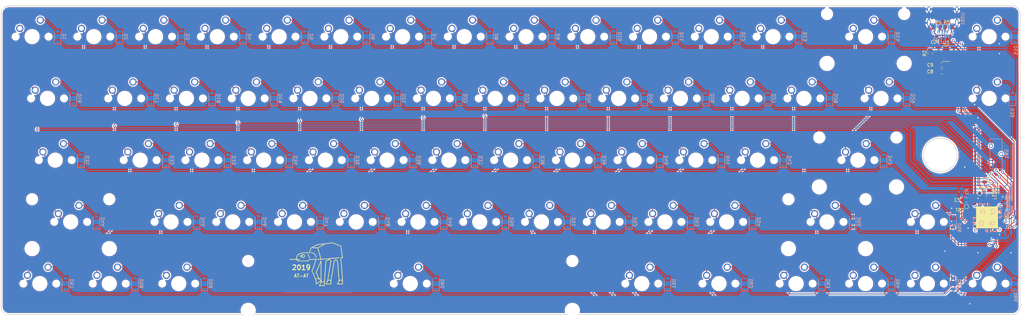
<source format=kicad_pcb>
(kicad_pcb (version 20171130) (host pcbnew "(5.0.2)-1")
  (title_block (title "FC660M Édition Gaulois") (company "Électronique Tétar SA") (comment 1 ai03))
  (layers (0 F.Cu signal) (31 B.Cu signal) (34 B.Paste user hide) (35 F.Paste user hide) (36 B.SilkS user) (37 F.SilkS user) (38 B.Mask user hide) (39 F.Mask user hide) (44 Edge.Cuts user))
  (net 0 "")
  (net 1 GND)
  (net 2 +5V)
  (net 3 ROW0)
  (net 4 "Net-(D1-Pad2)")
  (net 5 "Net-(D2-Pad2)")
  (net 6 "Net-(D3-Pad2)")
  (net 7 "Net-(D4-Pad2)")
  (net 8 "Net-(D5-Pad2)")
  (net 9 "Net-(D6-Pad2)")
  (net 10 "Net-(D7-Pad2)")
  (net 11 "Net-(D8-Pad2)")
  (net 12 "Net-(D9-Pad2)")
  (net 13 "Net-(D10-Pad2)")
  (net 14 "Net-(D11-Pad2)")
  (net 15 "Net-(D12-Pad2)")
  (net 16 "Net-(D13-Pad2)")
  (net 17 "Net-(D14-Pad2)")
  (net 18 "Net-(D15-Pad2)")
  (net 19 ROW1)
  (net 20 "Net-(D16-Pad2)")
  (net 21 "Net-(D17-Pad2)")
  (net 22 "Net-(D18-Pad2)")
  (net 23 "Net-(D19-Pad2)")
  (net 24 "Net-(D20-Pad2)")
  (net 25 "Net-(D21-Pad2)")
  (net 26 "Net-(D22-Pad2)")
  (net 27 "Net-(D23-Pad2)")
  (net 28 "Net-(D24-Pad2)")
  (net 29 "Net-(D25-Pad2)")
  (net 30 "Net-(D26-Pad2)")
  (net 31 "Net-(D27-Pad2)")
  (net 32 "Net-(D28-Pad2)")
  (net 33 "Net-(D29-Pad2)")
  (net 34 "Net-(D30-Pad2)")
  (net 35 "Net-(D31-Pad2)")
  (net 36 ROW2)
  (net 37 "Net-(D32-Pad2)")
  (net 38 "Net-(D33-Pad2)")
  (net 39 "Net-(D34-Pad2)")
  (net 40 "Net-(D35-Pad2)")
  (net 41 "Net-(D36-Pad2)")
  (net 42 "Net-(D37-Pad2)")
  (net 43 "Net-(D38-Pad2)")
  (net 44 "Net-(D39-Pad2)")
  (net 45 "Net-(D40-Pad2)")
  (net 46 "Net-(D41-Pad2)")
  (net 47 "Net-(D42-Pad2)")
  (net 48 "Net-(D43-Pad2)")
  (net 49 ROW3)
  (net 50 "Net-(D44-Pad2)")
  (net 51 "Net-(D45-Pad2)")
  (net 52 "Net-(D46-Pad2)")
  (net 53 "Net-(D47-Pad2)")
  (net 54 "Net-(D48-Pad2)")
  (net 55 "Net-(D49-Pad2)")
  (net 56 "Net-(D50-Pad2)")
  (net 57 "Net-(D51-Pad2)")
  (net 58 "Net-(D52-Pad2)")
  (net 59 "Net-(D53-Pad2)")
  (net 60 "Net-(D54-Pad2)")
  (net 61 "Net-(D55-Pad2)")
  (net 62 "Net-(D56-Pad2)")
  (net 63 "Net-(D57-Pad2)")
  (net 64 ROW4)
  (net 65 "Net-(D58-Pad2)")
  (net 66 "Net-(D59-Pad2)")
  (net 67 "Net-(D60-Pad2)")
  (net 68 "Net-(D61-Pad2)")
  (net 69 "Net-(D62-Pad2)")
  (net 70 "Net-(D63-Pad2)")
  (net 71 "Net-(D64-Pad2)")
  (net 72 "Net-(D65-Pad2)")
  (net 73 "Net-(D66-Pad2)")
  (net 74 COL10)
  (net 75 COL9)
  (net 76 COL1)
  (net 77 COL2)
  (net 78 COL3)
  (net 79 COL4)
  (net 80 COL5)
  (net 81 COL6)
  (net 82 COL7)
  (net 83 COL8)
  (net 84 COL11)
  (net 85 COL12)
  (net 86 COL13)
  (net 87 COL0)
  (net 88 COL15)
  (net 89 COL14)
  (net 90 "Net-(R1-Pad2)")
  (net 91 "Net-(R2-Pad2)")
  (net 92 D-)
  (net 93 "Net-(R4-Pad2)")
  (net 94 D+)
  (net 95 "Net-(R5-Pad2)")
  (net 96 "Net-(USB1-Pad9)")
  (net 97 "Net-(USB1-Pad3)")
  (net 98 +3V3)
  (net 99 PWRGD)
  (net 100 "Net-(R1-Pad1)")
  (net 101 "Net-(U1-Pad6)")
  (net 102 "Net-(U1-Pad5)")
  (net 103 "Net-(U1-Pad4)")
  (net 104 "Net-(U1-Pad3)")
  (net 105 "Net-(U1-Pad2)")
  (net 106 "Net-(U1-Pad12)")
  (net 107 "Net-(U1-Pad16)")
  (net 108 "Net-(U1-Pad17)")
  (net 109 "Net-(U1-Pad30)")
  (net 110 "Net-(U1-Pad31)")
  (net 111 SWDIO)
  (net 112 SWDCLK)
  (net 113 "Net-(U1-Pad38)")
  (net 114 "Net-(C8-Pad1)")
  (net 115 "Net-(LED1-Pad1)")
  (net 116 "Net-(LED1-Pad2)")
  (module LED_SMD:LED_0805_2012Metric (layer F.Cu) (at 352.552 121.4905 270)
    (fp_text reference LED1 (at 0 -1.65 270) (layer F.SilkS))
    (fp_text value LED)
    (pad 1 smd roundrect (at -0.9375 0 270) (size 0.975 1.4) (layers F.Cu F.Paste F.Mask) (net 115 "Net-(LED1-Pad1)"))
    (pad 2 smd roundrect (at 0.9375 0 270) (size 0.975 1.4) (layers F.Cu F.Paste F.Mask) (net 116 "Net-(LED1-Pad2)"))
  )
  (module Resistor_SMD:R_0805_2012Metric (layer F.Cu) (at 351.028 116.9185 270)
    (fp_text reference R10 (at 0 -1.65 270) (layer F.SilkS))
    (fp_text value 1k)
    (pad 1 smd roundrect (at -0.9375 0 270) (size 0.975 1.4) (layers F.Cu F.Paste F.Mask) (net 1 GND))
    (pad 2 smd roundrect (at 0.9375 0 270) (size 0.975 1.4) (layers F.Cu F.Paste F.Mask) (net 115 "Net-(LED1-Pad1)"))
  )
  (module MX_Alps_Hybrid:MXOnly-1U-NoLED (layer F.Cu) (at 352.425 149.225)
    (fp_text reference K_RIGHT1)
    (fp_text value MX-1U)
    (pad "" np_thru_hole circle (at 5.08 0 48.0996) (size 1.75 1.75) (drill 1.75) (layers *.Cu *.Mask))
    (pad "" np_thru_hole circle (at -5.08 0 48.0996) (size 1.75 1.75) (drill 1.75) (layers *.Cu *.Mask))
    (pad 1 thru_hole circle (at -3.81 -2.54) (size 2.25 2.25) (drill 1.47) (layers *.Cu B.Mask) (net 88 COL15))
    (pad "" np_thru_hole circle (at 0 0) (size 3.9878 3.9878) (drill 3.9878) (layers *.Cu *.Mask))
    (pad 2 thru_hole circle (at 2.54 -5.08) (size 2.25 2.25) (drill 1.47) (layers *.Cu B.Mask) (net 73 "Net-(D66-Pad2)"))
  )
  (module MX_Alps_Hybrid:MXOnly-6.25U-NoLED (layer F.Cu) (at 173.83125 149.225)
    (fp_text reference K_SPACE1)
    (fp_text value MX-6.25U)
    (pad "" np_thru_hole circle (at 49.9999 8.255) (size 3.9878 3.9878) (drill 3.9878) (layers *.Cu *.Mask))
    (pad "" np_thru_hole circle (at -49.9999 8.255) (size 3.9878 3.9878) (drill 3.9878) (layers *.Cu *.Mask))
    (pad "" np_thru_hole circle (at 49.9999 -6.985) (size 3.048 3.048) (drill 3.048) (layers *.Cu *.Mask))
    (pad "" np_thru_hole circle (at -49.9999 -6.985) (size 3.048 3.048) (drill 3.048) (layers *.Cu *.Mask))
    (pad "" np_thru_hole circle (at 5.08 0 48.0996) (size 1.75 1.75) (drill 1.75) (layers *.Cu *.Mask))
    (pad "" np_thru_hole circle (at -5.08 0 48.0996) (size 1.75 1.75) (drill 1.75) (layers *.Cu *.Mask))
    (pad 1 thru_hole circle (at -3.81 -2.54) (size 2.25 2.25) (drill 1.47) (layers *.Cu B.Mask) (net 81 COL6))
    (pad "" np_thru_hole circle (at 0 0) (size 3.9878 3.9878) (drill 3.9878) (layers *.Cu *.Mask))
    (pad 2 thru_hole circle (at 2.54 -5.08) (size 2.25 2.25) (drill 1.47) (layers *.Cu B.Mask) (net 67 "Net-(D60-Pad2)"))
  )
  (module MX_Alps_Hybrid:MXOnly-1U-NoLED (layer F.Cu) (at 333.375 149.225)
    (fp_text reference K_DOWN1)
    (fp_text value MX-1U)
    (pad 2 thru_hole circle (at 2.54 -5.08) (size 2.25 2.25) (drill 1.47) (layers *.Cu B.Mask) (net 72 "Net-(D65-Pad2)"))
    (pad "" np_thru_hole circle (at 0 0) (size 3.9878 3.9878) (drill 3.9878) (layers *.Cu *.Mask))
    (pad 1 thru_hole circle (at -3.81 -2.54) (size 2.25 2.25) (drill 1.47) (layers *.Cu B.Mask) (net 89 COL14))
    (pad "" np_thru_hole circle (at -5.08 0 48.0996) (size 1.75 1.75) (drill 1.75) (layers *.Cu *.Mask))
    (pad "" np_thru_hole circle (at 5.08 0 48.0996) (size 1.75 1.75) (drill 1.75) (layers *.Cu *.Mask))
  )
  (module MX_Alps_Hybrid:MXOnly-1.25U-NoLED (layer F.Cu) (at 59.53125 149.225)
    (fp_text reference K_CTRL1)
    (fp_text value MX-1.25U)
    (pad "" np_thru_hole circle (at 5.08 0 48.0996) (size 1.75 1.75) (drill 1.75) (layers *.Cu *.Mask))
    (pad "" np_thru_hole circle (at -5.08 0 48.0996) (size 1.75 1.75) (drill 1.75) (layers *.Cu *.Mask))
    (pad 1 thru_hole circle (at -3.81 -2.54) (size 2.25 2.25) (drill 1.47) (layers *.Cu B.Mask) (net 87 COL0))
    (pad "" np_thru_hole circle (at 0 0) (size 3.9878 3.9878) (drill 3.9878) (layers *.Cu *.Mask))
    (pad 2 thru_hole circle (at 2.54 -5.08) (size 2.25 2.25) (drill 1.47) (layers *.Cu B.Mask) (net 63 "Net-(D57-Pad2)"))
  )
  (module MX_Alps_Hybrid:MXOnly-1.25U-NoLED (layer F.Cu) (at 245.26875 149.225)
    (fp_text reference K_RALT1)
    (fp_text value MX-1.25U)
    (pad "" np_thru_hole circle (at 5.08 0 48.0996) (size 1.75 1.75) (drill 1.75) (layers *.Cu *.Mask))
    (pad "" np_thru_hole circle (at -5.08 0 48.0996) (size 1.75 1.75) (drill 1.75) (layers *.Cu *.Mask))
    (pad 1 thru_hole circle (at -3.81 -2.54) (size 2.25 2.25) (drill 1.47) (layers *.Cu B.Mask) (net 74 COL10))
    (pad "" np_thru_hole circle (at 0 0) (size 3.9878 3.9878) (drill 3.9878) (layers *.Cu *.Mask))
    (pad 2 thru_hole circle (at 2.54 -5.08) (size 2.25 2.25) (drill 1.47) (layers *.Cu B.Mask) (net 68 "Net-(D61-Pad2)"))
  )
  (module MX_Alps_Hybrid:MXOnly-1.25U-NoLED (layer F.Cu) (at 292.89375 149.225)
    (fp_text reference K_RCTRL1)
    (fp_text value MX-1.25U)
    (pad 2 thru_hole circle (at 2.54 -5.08) (size 2.25 2.25) (drill 1.47) (layers *.Cu B.Mask) (net 70 "Net-(D63-Pad2)"))
    (pad "" np_thru_hole circle (at 0 0) (size 3.9878 3.9878) (drill 3.9878) (layers *.Cu *.Mask))
    (pad 1 thru_hole circle (at -3.81 -2.54) (size 2.25 2.25) (drill 1.47) (layers *.Cu B.Mask) (net 85 COL12))
    (pad "" np_thru_hole circle (at -5.08 0 48.0996) (size 1.75 1.75) (drill 1.75) (layers *.Cu *.Mask))
    (pad "" np_thru_hole circle (at 5.08 0 48.0996) (size 1.75 1.75) (drill 1.75) (layers *.Cu *.Mask))
  )
  (module MX_Alps_Hybrid:MXOnly-1.25U-NoLED (layer F.Cu) (at 269.08125 149.225)
    (fp_text reference K_FN1)
    (fp_text value MX-1.25U)
    (pad 2 thru_hole circle (at 2.54 -5.08) (size 2.25 2.25) (drill 1.47) (layers *.Cu B.Mask) (net 69 "Net-(D62-Pad2)"))
    (pad "" np_thru_hole circle (at 0 0) (size 3.9878 3.9878) (drill 3.9878) (layers *.Cu *.Mask))
    (pad 1 thru_hole circle (at -3.81 -2.54) (size 2.25 2.25) (drill 1.47) (layers *.Cu B.Mask) (net 84 COL11))
    (pad "" np_thru_hole circle (at -5.08 0 48.0996) (size 1.75 1.75) (drill 1.75) (layers *.Cu *.Mask))
    (pad "" np_thru_hole circle (at 5.08 0 48.0996) (size 1.75 1.75) (drill 1.75) (layers *.Cu *.Mask))
  )
  (module MX_Alps_Hybrid:MXOnly-2.25U-NoLED (layer F.Cu) (at 302.41875 130.175)
    (fp_text reference K_RSHIFT1)
    (fp_text value MX-2.25U)
    (pad 2 thru_hole circle (at 2.54 -5.08) (size 2.25 2.25) (drill 1.47) (layers *.Cu B.Mask) (net 61 "Net-(D55-Pad2)"))
    (pad "" np_thru_hole circle (at 0 0) (size 3.9878 3.9878) (drill 3.9878) (layers *.Cu *.Mask))
    (pad 1 thru_hole circle (at -3.81 -2.54) (size 2.25 2.25) (drill 1.47) (layers *.Cu B.Mask) (net 85 COL12))
    (pad "" np_thru_hole circle (at -5.08 0 48.0996) (size 1.75 1.75) (drill 1.75) (layers *.Cu *.Mask))
    (pad "" np_thru_hole circle (at 5.08 0 48.0996) (size 1.75 1.75) (drill 1.75) (layers *.Cu *.Mask))
    (pad "" np_thru_hole circle (at -11.90625 -6.985) (size 3.048 3.048) (drill 3.048) (layers *.Cu *.Mask))
    (pad "" np_thru_hole circle (at 11.90625 -6.985) (size 3.048 3.048) (drill 3.048) (layers *.Cu *.Mask))
    (pad "" np_thru_hole circle (at -11.90625 8.255) (size 3.9878 3.9878) (drill 3.9878) (layers *.Cu *.Mask))
    (pad "" np_thru_hole circle (at 11.90625 8.255) (size 3.9878 3.9878) (drill 3.9878) (layers *.Cu *.Mask))
  )
  (module MX_Alps_Hybrid:MXOnly-1U-NoLED (layer F.Cu) (at 333.375 130.175)
    (fp_text reference K_UP1)
    (fp_text value MX-1U)
    (pad "" np_thru_hole circle (at 5.08 0 48.0996) (size 1.75 1.75) (drill 1.75) (layers *.Cu *.Mask))
    (pad "" np_thru_hole circle (at -5.08 0 48.0996) (size 1.75 1.75) (drill 1.75) (layers *.Cu *.Mask))
    (pad 1 thru_hole circle (at -3.81 -2.54) (size 2.25 2.25) (drill 1.47) (layers *.Cu B.Mask) (net 89 COL14))
    (pad "" np_thru_hole circle (at 0 0) (size 3.9878 3.9878) (drill 3.9878) (layers *.Cu *.Mask))
    (pad 2 thru_hole circle (at 2.54 -5.08) (size 2.25 2.25) (drill 1.47) (layers *.Cu B.Mask) (net 62 "Net-(D56-Pad2)"))
  )
  (module Capacitor_SMD:C_0805_2012Metric (layer B.Cu) (at 348.488 130.6345 90)
    (fp_text reference C2 (at 0 1.65 90) (layer B.SilkS) (effects (justify mirror)))
    (fp_text value 0.1uF)
    (pad 1 smd roundrect (at -0.9375 0 90) (size 0.975 1.4) (layers B.Cu B.Paste B.Mask) (net 98 +3V3))
    (pad 2 smd roundrect (at 0.9375 0 90) (size 0.975 1.4) (layers B.Cu B.Paste B.Mask) (net 1 GND))
  )
  (module TestPoint:TestPoint_Pad_D1.0mm (layer F.Cu) (at 349.504 121.412)
    (fp_text reference TP1 (at 0.762 -1.562) (layer F.SilkS))
    (fp_text value TestPoint)
    (pad 1 smd circle (at 0 0) (size 1 1) (layers F.Cu F.Mask) (net 111 SWDIO))
  )
  (module TestPoint:TestPoint_Pad_D1.0mm (layer F.Cu) (at 345.44 125.476)
    (fp_text reference TP2 (at -2.074 1.074) (layer F.SilkS))
    (fp_text value TestPoint)
    (pad 1 smd circle (at 0 0) (size 1 1) (layers F.Cu F.Mask) (net 112 SWDCLK))
  )
  (module locallib:SOT143B (layer B.Cu) (at 338.312 73.594 270)
    (fp_text reference U2 (at 0.614 2.412 270) (layer B.SilkS) (effects (justify mirror)))
    (fp_text value PRTR5V0U2X)
    (pad 3 smd rect (at 0.95 1 270) (size 0.6 0.7) (layers B.Cu B.Paste B.Mask) (net 92 D-))
    (pad 2 smd rect (at 0.95 -1 270) (size 0.6 0.7) (layers B.Cu B.Paste B.Mask) (net 94 D+))
    (pad 4 smd rect (at -0.95 1 270) (size 0.6 0.7) (layers B.Cu B.Paste B.Mask) (net 2 +5V))
    (pad 1 smd rect (at -0.75 -1 270) (size 1 0.7) (layers B.Cu B.Paste B.Mask) (net 1 GND))
  )
  (module locallib:MCP1725-3302E_SN (layer F.Cu) (at 339.1662 78.232)
    (fp_text reference U3 (at -0.0162 -3.324) (layer F.SilkS))
    (fp_text value MCP1725-3302E_SN)
    (pad 1 smd rect (at -2.3622 -1.905) (size 1.9812 0.5588) (layers F.Cu F.Paste F.Mask) (net 2 +5V))
    (pad 2 smd rect (at -2.3622 -0.635) (size 1.9812 0.5588) (layers F.Cu F.Paste F.Mask) (net 2 +5V))
    (pad 3 smd rect (at -2.3622 0.635) (size 1.9812 0.5588) (layers F.Cu F.Paste F.Mask) (net 91 "Net-(R2-Pad2)"))
    (pad 4 smd rect (at -2.3622 1.905) (size 1.9812 0.5588) (layers F.Cu F.Paste F.Mask) (net 1 GND))
    (pad 5 smd rect (at 2.3622 1.905) (size 1.9812 0.5588) (layers F.Cu F.Paste F.Mask) (net 99 PWRGD))
    (pad 6 smd rect (at 2.3622 0.635) (size 1.9812 0.5588) (layers F.Cu F.Paste F.Mask) (net 114 "Net-(C8-Pad1)"))
    (pad 7 smd rect (at 2.3622 -0.635) (size 1.9812 0.5588) (layers F.Cu F.Paste F.Mask) (net 98 +3V3))
    (pad 8 smd rect (at 2.3622 -1.905) (size 1.9812 0.5588) (layers F.Cu F.Paste F.Mask) (net 98 +3V3))
  )
  (module MX_Alps_Hybrid:MXOnly-1U-NoLED (layer F.Cu) (at 352.425 92.075)
    (fp_text reference K_DELETE1)
    (fp_text value MX-1U)
    (pad 2 thru_hole circle (at 2.54 -5.08) (size 2.25 2.25) (drill 1.47) (layers *.Cu B.Mask) (net 34 "Net-(D30-Pad2)"))
    (pad "" np_thru_hole circle (at 0 0) (size 3.9878 3.9878) (drill 3.9878) (layers *.Cu *.Mask))
    (pad 1 thru_hole circle (at -3.81 -2.54) (size 2.25 2.25) (drill 1.47) (layers *.Cu B.Mask) (net 88 COL15))
    (pad "" np_thru_hole circle (at -5.08 0 48.0996) (size 1.75 1.75) (drill 1.75) (layers *.Cu *.Mask))
    (pad "" np_thru_hole circle (at 5.08 0 48.0996) (size 1.75 1.75) (drill 1.75) (layers *.Cu *.Mask))
  )
  (module MX_Alps_Hybrid:MXOnly-1U-NoLED (layer F.Cu) (at 352.425 73.025)
    (fp_text reference K_INSERT1)
    (fp_text value MX-1U)
    (pad 2 thru_hole circle (at 2.54 -5.08) (size 2.25 2.25) (drill 1.47) (layers *.Cu B.Mask) (net 18 "Net-(D15-Pad2)"))
    (pad "" np_thru_hole circle (at 0 0) (size 3.9878 3.9878) (drill 3.9878) (layers *.Cu *.Mask))
    (pad 1 thru_hole circle (at -3.81 -2.54) (size 2.25 2.25) (drill 1.47) (layers *.Cu B.Mask) (net 88 COL15))
    (pad "" np_thru_hole circle (at -5.08 0 48.0996) (size 1.75 1.75) (drill 1.75) (layers *.Cu *.Mask))
    (pad "" np_thru_hole circle (at 5.08 0 48.0996) (size 1.75 1.75) (drill 1.75) (layers *.Cu *.Mask))
  )
  (module MX_Alps_Hybrid:MXOnly-1.5U-NoLED (layer F.Cu) (at 319.0875 92.075)
    (fp_text reference K_\1)
    (fp_text value MX-1.5U)
    (pad 2 thru_hole circle (at 2.54 -5.08) (size 2.25 2.25) (drill 1.47) (layers *.Cu B.Mask) (net 33 "Net-(D29-Pad2)"))
    (pad "" np_thru_hole circle (at 0 0) (size 3.9878 3.9878) (drill 3.9878) (layers *.Cu *.Mask))
    (pad 1 thru_hole circle (at -3.81 -2.54) (size 2.25 2.25) (drill 1.47) (layers *.Cu B.Mask) (net 86 COL13))
    (pad "" np_thru_hole circle (at -5.08 0 48.0996) (size 1.75 1.75) (drill 1.75) (layers *.Cu *.Mask))
    (pad "" np_thru_hole circle (at 5.08 0 48.0996) (size 1.75 1.75) (drill 1.75) (layers *.Cu *.Mask))
  )
  (module Diode_SMD:D_SOD-123 (layer B.Cu) (at 65.0875 73.025 90)
    (fp_text reference D1 (at 0 2 90) (layer B.SilkS) (effects (justify mirror)))
    (fp_text value SOD-123)
    (pad 1 smd rect (at -1.65 0 90) (size 0.9 1.2) (layers B.Cu B.Paste B.Mask) (net 3 ROW0))
    (pad 2 smd rect (at 1.65 0 90) (size 0.9 1.2) (layers B.Cu B.Paste B.Mask) (net 4 "Net-(D1-Pad2)"))
  )
  (module Diode_SMD:D_SOD-123 (layer B.Cu) (at 84.1375 73.025 90)
    (fp_text reference D2 (at 0 2 90) (layer B.SilkS) (effects (justify mirror)))
    (fp_text value SOD-123)
    (pad 2 smd rect (at 1.65 0 90) (size 0.9 1.2) (layers B.Cu B.Paste B.Mask) (net 5 "Net-(D2-Pad2)"))
    (pad 1 smd rect (at -1.65 0 90) (size 0.9 1.2) (layers B.Cu B.Paste B.Mask) (net 3 ROW0))
  )
  (module Diode_SMD:D_SOD-123 (layer B.Cu) (at 103.1875 73.025 90)
    (fp_text reference D3 (at 0 2 90) (layer B.SilkS) (effects (justify mirror)))
    (fp_text value SOD-123)
    (pad 1 smd rect (at -1.65 0 90) (size 0.9 1.2) (layers B.Cu B.Paste B.Mask) (net 3 ROW0))
    (pad 2 smd rect (at 1.65 0 90) (size 0.9 1.2) (layers B.Cu B.Paste B.Mask) (net 6 "Net-(D3-Pad2)"))
  )
  (module Diode_SMD:D_SOD-123 (layer B.Cu) (at 122.2375 73.025 90)
    (fp_text reference D4 (at 0 2 90) (layer B.SilkS) (effects (justify mirror)))
    (fp_text value SOD-123)
    (pad 2 smd rect (at 1.65 0 90) (size 0.9 1.2) (layers B.Cu B.Paste B.Mask) (net 7 "Net-(D4-Pad2)"))
    (pad 1 smd rect (at -1.65 0 90) (size 0.9 1.2) (layers B.Cu B.Paste B.Mask) (net 3 ROW0))
  )
  (module Diode_SMD:D_SOD-123 (layer B.Cu) (at 141.2875 73.025 90)
    (fp_text reference D5 (at 0 2 90) (layer B.SilkS) (effects (justify mirror)))
    (fp_text value SOD-123)
    (pad 1 smd rect (at -1.65 0 90) (size 0.9 1.2) (layers B.Cu B.Paste B.Mask) (net 3 ROW0))
    (pad 2 smd rect (at 1.65 0 90) (size 0.9 1.2) (layers B.Cu B.Paste B.Mask) (net 8 "Net-(D5-Pad2)"))
  )
  (module Diode_SMD:D_SOD-123 (layer B.Cu) (at 160.3375 73.025 90)
    (fp_text reference D6 (at 0 2 90) (layer B.SilkS) (effects (justify mirror)))
    (fp_text value SOD-123)
    (pad 2 smd rect (at 1.65 0 90) (size 0.9 1.2) (layers B.Cu B.Paste B.Mask) (net 9 "Net-(D6-Pad2)"))
    (pad 1 smd rect (at -1.65 0 90) (size 0.9 1.2) (layers B.Cu B.Paste B.Mask) (net 3 ROW0))
  )
  (module Diode_SMD:D_SOD-123 (layer B.Cu) (at 179.3875 73.025 90)
    (fp_text reference D7 (at 0 2 90) (layer B.SilkS) (effects (justify mirror)))
    (fp_text value SOD-123)
    (pad 1 smd rect (at -1.65 0 90) (size 0.9 1.2) (layers B.Cu B.Paste B.Mask) (net 3 ROW0))
    (pad 2 smd rect (at 1.65 0 90) (size 0.9 1.2) (layers B.Cu B.Paste B.Mask) (net 10 "Net-(D7-Pad2)"))
  )
  (module Diode_SMD:D_SOD-123 (layer B.Cu) (at 198.4375 73.025 90)
    (fp_text reference D8 (at 0 2 90) (layer B.SilkS) (effects (justify mirror)))
    (fp_text value SOD-123)
    (pad 2 smd rect (at 1.65 0 90) (size 0.9 1.2) (layers B.Cu B.Paste B.Mask) (net 11 "Net-(D8-Pad2)"))
    (pad 1 smd rect (at -1.65 0 90) (size 0.9 1.2) (layers B.Cu B.Paste B.Mask) (net 3 ROW0))
  )
  (module Diode_SMD:D_SOD-123 (layer B.Cu) (at 217.4875 73.025 90)
    (fp_text reference D9 (at 0 2 90) (layer B.SilkS) (effects (justify mirror)))
    (fp_text value SOD-123)
    (pad 1 smd rect (at -1.65 0 90) (size 0.9 1.2) (layers B.Cu B.Paste B.Mask) (net 3 ROW0))
    (pad 2 smd rect (at 1.65 0 90) (size 0.9 1.2) (layers B.Cu B.Paste B.Mask) (net 12 "Net-(D9-Pad2)"))
  )
  (module Diode_SMD:D_SOD-123 (layer B.Cu) (at 236.5375 73.025 90)
    (fp_text reference D10 (at 0 2 90) (layer B.SilkS) (effects (justify mirror)))
    (fp_text value SOD-123)
    (pad 2 smd rect (at 1.65 0 90) (size 0.9 1.2) (layers B.Cu B.Paste B.Mask) (net 13 "Net-(D10-Pad2)"))
    (pad 1 smd rect (at -1.65 0 90) (size 0.9 1.2) (layers B.Cu B.Paste B.Mask) (net 3 ROW0))
  )
  (module Diode_SMD:D_SOD-123 (layer B.Cu) (at 255.5875 73.025 90)
    (fp_text reference D11 (at 0 2 90) (layer B.SilkS) (effects (justify mirror)))
    (fp_text value SOD-123)
    (pad 2 smd rect (at 1.65 0 90) (size 0.9 1.2) (layers B.Cu B.Paste B.Mask) (net 14 "Net-(D11-Pad2)"))
    (pad 1 smd rect (at -1.65 0 90) (size 0.9 1.2) (layers B.Cu B.Paste B.Mask) (net 3 ROW0))
  )
  (module Diode_SMD:D_SOD-123 (layer B.Cu) (at 274.6375 73.025 90)
    (fp_text reference D12 (at 0 2 90) (layer B.SilkS) (effects (justify mirror)))
    (fp_text value SOD-123)
    (pad 2 smd rect (at 1.65 0 90) (size 0.9 1.2) (layers B.Cu B.Paste B.Mask) (net 15 "Net-(D12-Pad2)"))
    (pad 1 smd rect (at -1.65 0 90) (size 0.9 1.2) (layers B.Cu B.Paste B.Mask) (net 3 ROW0))
  )
  (module Diode_SMD:D_SOD-123 (layer B.Cu) (at 293.6875 73.025 90)
    (fp_text reference D13 (at 0 2 90) (layer B.SilkS) (effects (justify mirror)))
    (fp_text value SOD-123)
    (pad 1 smd rect (at -1.65 0 90) (size 0.9 1.2) (layers B.Cu B.Paste B.Mask) (net 3 ROW0))
    (pad 2 smd rect (at 1.65 0 90) (size 0.9 1.2) (layers B.Cu B.Paste B.Mask) (net 16 "Net-(D13-Pad2)"))
  )
  (module Diode_SMD:D_SOD-123 (layer B.Cu) (at 322.2625 73.025 90)
    (fp_text reference D14 (at 0 2 90) (layer B.SilkS) (effects (justify mirror)))
    (fp_text value SOD-123)
    (pad 2 smd rect (at 1.65 0 90) (size 0.9 1.2) (layers B.Cu B.Paste B.Mask) (net 17 "Net-(D14-Pad2)"))
    (pad 1 smd rect (at -1.65 0 90) (size 0.9 1.2) (layers B.Cu B.Paste B.Mask) (net 3 ROW0))
  )
  (module Diode_SMD:D_SOD-123 (layer B.Cu) (at 360.3625 73.025 90)
    (fp_text reference D15 (at -4.191 0.3175 90) (layer B.SilkS) (effects (justify mirror)))
    (fp_text value SOD-123)
    (pad 1 smd rect (at -1.65 0 90) (size 0.9 1.2) (layers B.Cu B.Paste B.Mask) (net 3 ROW0))
    (pad 2 smd rect (at 1.65 0 90) (size 0.9 1.2) (layers B.Cu B.Paste B.Mask) (net 18 "Net-(D15-Pad2)"))
  )
  (module Diode_SMD:D_SOD-123 (layer B.Cu) (at 69.85 92.075 90)
    (fp_text reference D16 (at 0 2 90) (layer B.SilkS) (effects (justify mirror)))
    (fp_text value SOD-123)
    (pad 1 smd rect (at -1.65 0 90) (size 0.9 1.2) (layers B.Cu B.Paste B.Mask) (net 19 ROW1))
    (pad 2 smd rect (at 1.65 0 90) (size 0.9 1.2) (layers B.Cu B.Paste B.Mask) (net 20 "Net-(D16-Pad2)"))
  )
  (module Diode_SMD:D_SOD-123 (layer B.Cu) (at 93.6625 92.075 90)
    (fp_text reference D17 (at 0 2 90) (layer B.SilkS) (effects (justify mirror)))
    (fp_text value SOD-123)
    (pad 2 smd rect (at 1.65 0 90) (size 0.9 1.2) (layers B.Cu B.Paste B.Mask) (net 21 "Net-(D17-Pad2)"))
    (pad 1 smd rect (at -1.65 0 90) (size 0.9 1.2) (layers B.Cu B.Paste B.Mask) (net 19 ROW1))
  )
  (module Diode_SMD:D_SOD-123 (layer B.Cu) (at 112.7125 92.075 90)
    (fp_text reference D18 (at 0 2 90) (layer B.SilkS) (effects (justify mirror)))
    (fp_text value SOD-123)
    (pad 1 smd rect (at -1.65 0 90) (size 0.9 1.2) (layers B.Cu B.Paste B.Mask) (net 19 ROW1))
    (pad 2 smd rect (at 1.65 0 90) (size 0.9 1.2) (layers B.Cu B.Paste B.Mask) (net 22 "Net-(D18-Pad2)"))
  )
  (module Diode_SMD:D_SOD-123 (layer B.Cu) (at 131.7625 92.075 90)
    (fp_text reference D19 (at 0 2 90) (layer B.SilkS) (effects (justify mirror)))
    (fp_text value SOD-123)
    (pad 2 smd rect (at 1.65 0 90) (size 0.9 1.2) (layers B.Cu B.Paste B.Mask) (net 23 "Net-(D19-Pad2)"))
    (pad 1 smd rect (at -1.65 0 90) (size 0.9 1.2) (layers B.Cu B.Paste B.Mask) (net 19 ROW1))
  )
  (module Diode_SMD:D_SOD-123 (layer B.Cu) (at 150.8125 92.075 90)
    (fp_text reference D20 (at 0 2 90) (layer B.SilkS) (effects (justify mirror)))
    (fp_text value SOD-123)
    (pad 1 smd rect (at -1.65 0 90) (size 0.9 1.2) (layers B.Cu B.Paste B.Mask) (net 19 ROW1))
    (pad 2 smd rect (at 1.65 0 90) (size 0.9 1.2) (layers B.Cu B.Paste B.Mask) (net 24 "Net-(D20-Pad2)"))
  )
  (module Diode_SMD:D_SOD-123 (layer B.Cu) (at 169.8625 92.075 90)
    (fp_text reference D21 (at 0 2 90) (layer B.SilkS) (effects (justify mirror)))
    (fp_text value SOD-123)
    (pad 2 smd rect (at 1.65 0 90) (size 0.9 1.2) (layers B.Cu B.Paste B.Mask) (net 25 "Net-(D21-Pad2)"))
    (pad 1 smd rect (at -1.65 0 90) (size 0.9 1.2) (layers B.Cu B.Paste B.Mask) (net 19 ROW1))
  )
  (module Diode_SMD:D_SOD-123 (layer B.Cu) (at 188.9125 92.075 90)
    (fp_text reference D22 (at 0 2 90) (layer B.SilkS) (effects (justify mirror)))
    (fp_text value SOD-123)
    (pad 1 smd rect (at -1.65 0 90) (size 0.9 1.2) (layers B.Cu B.Paste B.Mask) (net 19 ROW1))
    (pad 2 smd rect (at 1.65 0 90) (size 0.9 1.2) (layers B.Cu B.Paste B.Mask) (net 26 "Net-(D22-Pad2)"))
  )
  (module Diode_SMD:D_SOD-123 (layer B.Cu) (at 207.9625 92.075 90)
    (fp_text reference D23 (at 0 2 90) (layer B.SilkS) (effects (justify mirror)))
    (fp_text value SOD-123)
    (pad 2 smd rect (at 1.65 0 90) (size 0.9 1.2) (layers B.Cu B.Paste B.Mask) (net 27 "Net-(D23-Pad2)"))
    (pad 1 smd rect (at -1.65 0 90) (size 0.9 1.2) (layers B.Cu B.Paste B.Mask) (net 19 ROW1))
  )
  (module Diode_SMD:D_SOD-123 (layer B.Cu) (at 227.0125 92.075 90)
    (fp_text reference D24 (at 0 2 90) (layer B.SilkS) (effects (justify mirror)))
    (fp_text value SOD-123)
    (pad 2 smd rect (at 1.65 0 90) (size 0.9 1.2) (layers B.Cu B.Paste B.Mask) (net 28 "Net-(D24-Pad2)"))
    (pad 1 smd rect (at -1.65 0 90) (size 0.9 1.2) (layers B.Cu B.Paste B.Mask) (net 19 ROW1))
  )
  (module Diode_SMD:D_SOD-123 (layer B.Cu) (at 246.0625 92.075 90)
    (fp_text reference D25 (at 0 2 90) (layer B.SilkS) (effects (justify mirror)))
    (fp_text value SOD-123)
    (pad 1 smd rect (at -1.65 0 90) (size 0.9 1.2) (layers B.Cu B.Paste B.Mask) (net 19 ROW1))
    (pad 2 smd rect (at 1.65 0 90) (size 0.9 1.2) (layers B.Cu B.Paste B.Mask) (net 29 "Net-(D25-Pad2)"))
  )
  (module Diode_SMD:D_SOD-123 (layer B.Cu) (at 265.1125 92.075 90)
    (fp_text reference D26 (at 0 2 90) (layer B.SilkS) (effects (justify mirror)))
    (fp_text value SOD-123)
    (pad 2 smd rect (at 1.65 0 90) (size 0.9 1.2) (layers B.Cu B.Paste B.Mask) (net 30 "Net-(D26-Pad2)"))
    (pad 1 smd rect (at -1.65 0 90) (size 0.9 1.2) (layers B.Cu B.Paste B.Mask) (net 19 ROW1))
  )
  (module Diode_SMD:D_SOD-123 (layer B.Cu) (at 284.1625 92.075 90)
    (fp_text reference D27 (at 0 2 90) (layer B.SilkS) (effects (justify mirror)))
    (fp_text value SOD-123)
    (pad 1 smd rect (at -1.65 0 90) (size 0.9 1.2) (layers B.Cu B.Paste B.Mask) (net 19 ROW1))
    (pad 2 smd rect (at 1.65 0 90) (size 0.9 1.2) (layers B.Cu B.Paste B.Mask) (net 31 "Net-(D27-Pad2)"))
  )
  (module Diode_SMD:D_SOD-123 (layer B.Cu) (at 303.2125 92.075 90)
    (fp_text reference D28 (at 0 2 90) (layer B.SilkS) (effects (justify mirror)))
    (fp_text value SOD-123)
    (pad 2 smd rect (at 1.65 0 90) (size 0.9 1.2) (layers B.Cu B.Paste B.Mask) (net 32 "Net-(D28-Pad2)"))
    (pad 1 smd rect (at -1.65 0 90) (size 0.9 1.2) (layers B.Cu B.Paste B.Mask) (net 19 ROW1))
  )
  (module Diode_SMD:D_SOD-123 (layer B.Cu) (at 327.025 92.075 90)
    (fp_text reference D29 (at 0 2 90) (layer B.SilkS) (effects (justify mirror)))
    (fp_text value SOD-123)
    (pad 1 smd rect (at -1.65 0 90) (size 0.9 1.2) (layers B.Cu B.Paste B.Mask) (net 19 ROW1))
    (pad 2 smd rect (at 1.65 0 90) (size 0.9 1.2) (layers B.Cu B.Paste B.Mask) (net 33 "Net-(D29-Pad2)"))
  )
  (module Diode_SMD:D_SOD-123 (layer B.Cu) (at 359.664 92.075 90)
    (fp_text reference D30 (at -4.445 0 90) (layer B.SilkS) (effects (justify mirror)))
    (fp_text value SOD-123)
    (pad 1 smd rect (at -1.65 0 90) (size 0.9 1.2) (layers B.Cu B.Paste B.Mask) (net 19 ROW1))
    (pad 2 smd rect (at 1.65 0 90) (size 0.9 1.2) (layers B.Cu B.Paste B.Mask) (net 34 "Net-(D30-Pad2)"))
  )
  (module Diode_SMD:D_SOD-123 (layer B.Cu) (at 72.23125 111.125 90)
    (fp_text reference D31 (at 0 2 90) (layer B.SilkS) (effects (justify mirror)))
    (fp_text value SOD-123)
    (pad 2 smd rect (at 1.65 0 90) (size 0.9 1.2) (layers B.Cu B.Paste B.Mask) (net 35 "Net-(D31-Pad2)"))
    (pad 1 smd rect (at -1.65 0 90) (size 0.9 1.2) (layers B.Cu B.Paste B.Mask) (net 36 ROW2))
  )
  (module Diode_SMD:D_SOD-123 (layer B.Cu) (at 98.425 111.125 90)
    (fp_text reference D32 (at 0 2 90) (layer B.SilkS) (effects (justify mirror)))
    (fp_text value SOD-123)
    (pad 1 smd rect (at -1.65 0 90) (size 0.9 1.2) (layers B.Cu B.Paste B.Mask) (net 36 ROW2))
    (pad 2 smd rect (at 1.65 0 90) (size 0.9 1.2) (layers B.Cu B.Paste B.Mask) (net 37 "Net-(D32-Pad2)"))
  )
  (module Diode_SMD:D_SOD-123 (layer B.Cu) (at 117.475 111.125 90)
    (fp_text reference D33 (at 0 2 90) (layer B.SilkS) (effects (justify mirror)))
    (fp_text value SOD-123)
    (pad 1 smd rect (at -1.65 0 90) (size 0.9 1.2) (layers B.Cu B.Paste B.Mask) (net 36 ROW2))
    (pad 2 smd rect (at 1.65 0 90) (size 0.9 1.2) (layers B.Cu B.Paste B.Mask) (net 38 "Net-(D33-Pad2)"))
  )
  (module Diode_SMD:D_SOD-123 (layer B.Cu) (at 136.525 111.125 90)
    (fp_text reference D34 (at 0 2 90) (layer B.SilkS) (effects (justify mirror)))
    (fp_text value SOD-123)
    (pad 2 smd rect (at 1.65 0 90) (size 0.9 1.2) (layers B.Cu B.Paste B.Mask) (net 39 "Net-(D34-Pad2)"))
    (pad 1 smd rect (at -1.65 0 90) (size 0.9 1.2) (layers B.Cu B.Paste B.Mask) (net 36 ROW2))
  )
  (module Diode_SMD:D_SOD-123 (layer B.Cu) (at 155.575 111.125 90)
    (fp_text reference D35 (at 0 2 90) (layer B.SilkS) (effects (justify mirror)))
    (fp_text value SOD-123)
    (pad 2 smd rect (at 1.65 0 90) (size 0.9 1.2) (layers B.Cu B.Paste B.Mask) (net 40 "Net-(D35-Pad2)"))
    (pad 1 smd rect (at -1.65 0 90) (size 0.9 1.2) (layers B.Cu B.Paste B.Mask) (net 36 ROW2))
  )
  (module Diode_SMD:D_SOD-123 (layer B.Cu) (at 174.625 111.125 90)
    (fp_text reference D36 (at 0 2 90) (layer B.SilkS) (effects (justify mirror)))
    (fp_text value SOD-123)
    (pad 1 smd rect (at -1.65 0 90) (size 0.9 1.2) (layers B.Cu B.Paste B.Mask) (net 36 ROW2))
    (pad 2 smd rect (at 1.65 0 90) (size 0.9 1.2) (layers B.Cu B.Paste B.Mask) (net 41 "Net-(D36-Pad2)"))
  )
  (module Diode_SMD:D_SOD-123 (layer B.Cu) (at 193.675 111.125 90)
    (fp_text reference D37 (at 0 2 90) (layer B.SilkS) (effects (justify mirror)))
    (fp_text value SOD-123)
    (pad 2 smd rect (at 1.65 0 90) (size 0.9 1.2) (layers B.Cu B.Paste B.Mask) (net 42 "Net-(D37-Pad2)"))
    (pad 1 smd rect (at -1.65 0 90) (size 0.9 1.2) (layers B.Cu B.Paste B.Mask) (net 36 ROW2))
  )
  (module Diode_SMD:D_SOD-123 (layer B.Cu) (at 212.725 111.125 90)
    (fp_text reference D38 (at 0 2 90) (layer B.SilkS) (effects (justify mirror)))
    (fp_text value SOD-123)
    (pad 1 smd rect (at -1.65 0 90) (size 0.9 1.2) (layers B.Cu B.Paste B.Mask) (net 36 ROW2))
    (pad 2 smd rect (at 1.65 0 90) (size 0.9 1.2) (layers B.Cu B.Paste B.Mask) (net 43 "Net-(D38-Pad2)"))
  )
  (module Diode_SMD:D_SOD-123 (layer B.Cu) (at 231.775 111.125 90)
    (fp_text reference D39 (at 0 2 90) (layer B.SilkS) (effects (justify mirror)))
    (fp_text value SOD-123)
    (pad 2 smd rect (at 1.65 0 90) (size 0.9 1.2) (layers B.Cu B.Paste B.Mask) (net 44 "Net-(D39-Pad2)"))
    (pad 1 smd rect (at -1.65 0 90) (size 0.9 1.2) (layers B.Cu B.Paste B.Mask) (net 36 ROW2))
  )
  (module Diode_SMD:D_SOD-123 (layer B.Cu) (at 250.825 111.125 90)
    (fp_text reference D40 (at 0 2 90) (layer B.SilkS) (effects (justify mirror)))
    (fp_text value SOD-123)
    (pad 1 smd rect (at -1.65 0 90) (size 0.9 1.2) (layers B.Cu B.Paste B.Mask) (net 36 ROW2))
    (pad 2 smd rect (at 1.65 0 90) (size 0.9 1.2) (layers B.Cu B.Paste B.Mask) (net 45 "Net-(D40-Pad2)"))
  )
  (module Diode_SMD:D_SOD-123 (layer B.Cu) (at 269.875 111.125 90)
    (fp_text reference D41 (at 0 2 90) (layer B.SilkS) (effects (justify mirror)))
    (fp_text value SOD-123)
    (pad 2 smd rect (at 1.65 0 90) (size 0.9 1.2) (layers B.Cu B.Paste B.Mask) (net 46 "Net-(D41-Pad2)"))
    (pad 1 smd rect (at -1.65 0 90) (size 0.9 1.2) (layers B.Cu B.Paste B.Mask) (net 36 ROW2))
  )
  (module Diode_SMD:D_SOD-123 (layer B.Cu) (at 288.925 111.125 90)
    (fp_text reference D42 (at 0 2 90) (layer B.SilkS) (effects (justify mirror)))
    (fp_text value SOD-123)
    (pad 1 smd rect (at -1.65 0 90) (size 0.9 1.2) (layers B.Cu B.Paste B.Mask) (net 36 ROW2))
    (pad 2 smd rect (at 1.65 0 90) (size 0.9 1.2) (layers B.Cu B.Paste B.Mask) (net 47 "Net-(D42-Pad2)"))
  )
  (module Diode_SMD:D_SOD-123 (layer B.Cu) (at 319.88125 111.125 90)
    (fp_text reference D43 (at 0 2 90) (layer B.SilkS) (effects (justify mirror)))
    (fp_text value SOD-123)
    (pad 2 smd rect (at 1.65 0 90) (size 0.9 1.2) (layers B.Cu B.Paste B.Mask) (net 48 "Net-(D43-Pad2)"))
    (pad 1 smd rect (at -1.65 0 90) (size 0.9 1.2) (layers B.Cu B.Paste B.Mask) (net 36 ROW2))
  )
  (module Diode_SMD:D_SOD-123 (layer B.Cu) (at 76.99375 130.175 90)
    (fp_text reference D44 (at 0 2 90) (layer B.SilkS) (effects (justify mirror)))
    (fp_text value SOD-123)
    (pad 1 smd rect (at -1.65 0 90) (size 0.9 1.2) (layers B.Cu B.Paste B.Mask) (net 49 ROW3))
    (pad 2 smd rect (at 1.65 0 90) (size 0.9 1.2) (layers B.Cu B.Paste B.Mask) (net 50 "Net-(D44-Pad2)"))
  )
  (module Diode_SMD:D_SOD-123 (layer B.Cu) (at 107.95 130.175 90)
    (fp_text reference D45 (at 0 2 90) (layer B.SilkS) (effects (justify mirror)))
    (fp_text value SOD-123)
    (pad 1 smd rect (at -1.65 0 90) (size 0.9 1.2) (layers B.Cu B.Paste B.Mask) (net 49 ROW3))
    (pad 2 smd rect (at 1.65 0 90) (size 0.9 1.2) (layers B.Cu B.Paste B.Mask) (net 51 "Net-(D45-Pad2)"))
  )
  (module Diode_SMD:D_SOD-123 (layer B.Cu) (at 127 130.175 90)
    (fp_text reference D46 (at 0 2 90) (layer B.SilkS) (effects (justify mirror)))
    (fp_text value SOD-123)
    (pad 1 smd rect (at -1.65 0 90) (size 0.9 1.2) (layers B.Cu B.Paste B.Mask) (net 49 ROW3))
    (pad 2 smd rect (at 1.65 0 90) (size 0.9 1.2) (layers B.Cu B.Paste B.Mask) (net 52 "Net-(D46-Pad2)"))
  )
  (module Diode_SMD:D_SOD-123 (layer B.Cu) (at 146.05 130.175 90)
    (fp_text reference D47 (at 0 2 90) (layer B.SilkS) (effects (justify mirror)))
    (fp_text value SOD-123)
    (pad 1 smd rect (at -1.65 0 90) (size 0.9 1.2) (layers B.Cu B.Paste B.Mask) (net 49 ROW3))
    (pad 2 smd rect (at 1.65 0 90) (size 0.9 1.2) (layers B.Cu B.Paste B.Mask) (net 53 "Net-(D47-Pad2)"))
  )
  (module Diode_SMD:D_SOD-123 (layer B.Cu) (at 165.1 130.175 90)
    (fp_text reference D48 (at 0 2 90) (layer B.SilkS) (effects (justify mirror)))
    (fp_text value SOD-123)
    (pad 1 smd rect (at -1.65 0 90) (size 0.9 1.2) (layers B.Cu B.Paste B.Mask) (net 49 ROW3))
    (pad 2 smd rect (at 1.65 0 90) (size 0.9 1.2) (layers B.Cu B.Paste B.Mask) (net 54 "Net-(D48-Pad2)"))
  )
  (module Diode_SMD:D_SOD-123 (layer B.Cu) (at 184.15 130.175 90)
    (fp_text reference D49 (at 0 2 90) (layer B.SilkS) (effects (justify mirror)))
    (fp_text value SOD-123)
    (pad 2 smd rect (at 1.65 0 90) (size 0.9 1.2) (layers B.Cu B.Paste B.Mask) (net 55 "Net-(D49-Pad2)"))
    (pad 1 smd rect (at -1.65 0 90) (size 0.9 1.2) (layers B.Cu B.Paste B.Mask) (net 49 ROW3))
  )
  (module Diode_SMD:D_SOD-123 (layer B.Cu) (at 203.2 130.175 90)
    (fp_text reference D50 (at 0 2 90) (layer B.SilkS) (effects (justify mirror)))
    (fp_text value SOD-123)
    (pad 2 smd rect (at 1.65 0 90) (size 0.9 1.2) (layers B.Cu B.Paste B.Mask) (net 56 "Net-(D50-Pad2)"))
    (pad 1 smd rect (at -1.65 0 90) (size 0.9 1.2) (layers B.Cu B.Paste B.Mask) (net 49 ROW3))
  )
  (module Diode_SMD:D_SOD-123 (layer B.Cu) (at 222.25 130.175 90)
    (fp_text reference D51 (at 0 2 90) (layer B.SilkS) (effects (justify mirror)))
    (fp_text value SOD-123)
    (pad 1 smd rect (at -1.65 0 90) (size 0.9 1.2) (layers B.Cu B.Paste B.Mask) (net 49 ROW3))
    (pad 2 smd rect (at 1.65 0 90) (size 0.9 1.2) (layers B.Cu B.Paste B.Mask) (net 57 "Net-(D51-Pad2)"))
  )
  (module Diode_SMD:D_SOD-123 (layer B.Cu) (at 241.3 130.175 90)
    (fp_text reference D52 (at 0 2 90) (layer B.SilkS) (effects (justify mirror)))
    (fp_text value SOD-123)
    (pad 2 smd rect (at 1.65 0 90) (size 0.9 1.2) (layers B.Cu B.Paste B.Mask) (net 58 "Net-(D52-Pad2)"))
    (pad 1 smd rect (at -1.65 0 90) (size 0.9 1.2) (layers B.Cu B.Paste B.Mask) (net 49 ROW3))
  )
  (module Diode_SMD:D_SOD-123 (layer B.Cu) (at 260.35 130.175 90)
    (fp_text reference D53 (at 0 2 90) (layer B.SilkS) (effects (justify mirror)))
    (fp_text value SOD-123)
    (pad 1 smd rect (at -1.65 0 90) (size 0.9 1.2) (layers B.Cu B.Paste B.Mask) (net 49 ROW3))
    (pad 2 smd rect (at 1.65 0 90) (size 0.9 1.2) (layers B.Cu B.Paste B.Mask) (net 59 "Net-(D53-Pad2)"))
  )
  (module Diode_SMD:D_SOD-123 (layer B.Cu) (at 279.4 130.175 90)
    (fp_text reference D54 (at 0 2 90) (layer B.SilkS) (effects (justify mirror)))
    (fp_text value SOD-123)
    (pad 2 smd rect (at 1.65 0 90) (size 0.9 1.2) (layers B.Cu B.Paste B.Mask) (net 60 "Net-(D54-Pad2)"))
    (pad 1 smd rect (at -1.65 0 90) (size 0.9 1.2) (layers B.Cu B.Paste B.Mask) (net 49 ROW3))
  )
  (module Diode_SMD:D_SOD-123 (layer B.Cu) (at 310.35625 130.175 90)
    (fp_text reference D55 (at 0 2 90) (layer B.SilkS) (effects (justify mirror)))
    (fp_text value SOD-123)
    (pad 1 smd rect (at -1.65 0 90) (size 0.9 1.2) (layers B.Cu B.Paste B.Mask) (net 49 ROW3))
    (pad 2 smd rect (at 1.65 0 90) (size 0.9 1.2) (layers B.Cu B.Paste B.Mask) (net 61 "Net-(D55-Pad2)"))
  )
  (module Diode_SMD:D_SOD-123 (layer B.Cu) (at 341.3125 130.175 90)
    (fp_text reference D56 (at -1.778 2 90) (layer B.SilkS) (effects (justify mirror)))
    (fp_text value SOD-123)
    (pad 2 smd rect (at 1.65 0 90) (size 0.9 1.2) (layers B.Cu B.Paste B.Mask) (net 62 "Net-(D56-Pad2)"))
    (pad 1 smd rect (at -1.65 0 90) (size 0.9 1.2) (layers B.Cu B.Paste B.Mask) (net 49 ROW3))
  )
  (module Diode_SMD:D_SOD-123 (layer B.Cu) (at 67.46875 149.225 90)
    (fp_text reference D57 (at 0 2 90) (layer B.SilkS) (effects (justify mirror)))
    (fp_text value SOD-123)
    (pad 2 smd rect (at 1.65 0 90) (size 0.9 1.2) (layers B.Cu B.Paste B.Mask) (net 63 "Net-(D57-Pad2)"))
    (pad 1 smd rect (at -1.65 0 90) (size 0.9 1.2) (layers B.Cu B.Paste B.Mask) (net 64 ROW4))
  )
  (module Diode_SMD:D_SOD-123 (layer B.Cu) (at 88.9 149.225 90)
    (fp_text reference D58 (at 0 2 90) (layer B.SilkS) (effects (justify mirror)))
    (fp_text value SOD-123)
    (pad 1 smd rect (at -1.65 0 90) (size 0.9 1.2) (layers B.Cu B.Paste B.Mask) (net 64 ROW4))
    (pad 2 smd rect (at 1.65 0 90) (size 0.9 1.2) (layers B.Cu B.Paste B.Mask) (net 65 "Net-(D58-Pad2)"))
  )
  (module Diode_SMD:D_SOD-123 (layer B.Cu) (at 110.33125 149.225 90)
    (fp_text reference D59 (at 0 2 90) (layer B.SilkS) (effects (justify mirror)))
    (fp_text value SOD-123)
    (pad 2 smd rect (at 1.65 0 90) (size 0.9 1.2) (layers B.Cu B.Paste B.Mask) (net 66 "Net-(D59-Pad2)"))
    (pad 1 smd rect (at -1.65 0 90) (size 0.9 1.2) (layers B.Cu B.Paste B.Mask) (net 64 ROW4))
  )
  (module Diode_SMD:D_SOD-123 (layer B.Cu) (at 181.76875 149.225 90)
    (fp_text reference D60 (at 0 2 90) (layer B.SilkS) (effects (justify mirror)))
    (fp_text value SOD-123)
    (pad 2 smd rect (at 1.65 0 90) (size 0.9 1.2) (layers B.Cu B.Paste B.Mask) (net 67 "Net-(D60-Pad2)"))
    (pad 1 smd rect (at -1.65 0 90) (size 0.9 1.2) (layers B.Cu B.Paste B.Mask) (net 64 ROW4))
  )
  (module Diode_SMD:D_SOD-123 (layer B.Cu) (at 253.20625 149.225 90)
    (fp_text reference D61 (at 0 2 90) (layer B.SilkS) (effects (justify mirror)))
    (fp_text value SOD-123)
    (pad 1 smd rect (at -1.65 0 90) (size 0.9 1.2) (layers B.Cu B.Paste B.Mask) (net 64 ROW4))
    (pad 2 smd rect (at 1.65 0 90) (size 0.9 1.2) (layers B.Cu B.Paste B.Mask) (net 68 "Net-(D61-Pad2)"))
  )
  (module Diode_SMD:D_SOD-123 (layer B.Cu) (at 277.01875 149.225 90)
    (fp_text reference D62 (at 0 2 90) (layer B.SilkS) (effects (justify mirror)))
    (fp_text value SOD-123)
    (pad 2 smd rect (at 1.65 0 90) (size 0.9 1.2) (layers B.Cu B.Paste B.Mask) (net 69 "Net-(D62-Pad2)"))
    (pad 1 smd rect (at -1.65 0 90) (size 0.9 1.2) (layers B.Cu B.Paste B.Mask) (net 64 ROW4))
  )
  (module Diode_SMD:D_SOD-123 (layer B.Cu) (at 300.83125 149.225 90)
    (fp_text reference D63 (at 0 2 90) (layer B.SilkS) (effects (justify mirror)))
    (fp_text value SOD-123)
    (pad 1 smd rect (at -1.65 0 90) (size 0.9 1.2) (layers B.Cu B.Paste B.Mask) (net 64 ROW4))
    (pad 2 smd rect (at 1.65 0 90) (size 0.9 1.2) (layers B.Cu B.Paste B.Mask) (net 70 "Net-(D63-Pad2)"))
  )
  (module Diode_SMD:D_SOD-123 (layer B.Cu) (at 322.2625 149.225 90)
    (fp_text reference D64 (at 0 2 90) (layer B.SilkS) (effects (justify mirror)))
    (fp_text value SOD-123)
    (pad 1 smd rect (at -1.65 0 90) (size 0.9 1.2) (layers B.Cu B.Paste B.Mask) (net 64 ROW4))
    (pad 2 smd rect (at 1.65 0 90) (size 0.9 1.2) (layers B.Cu B.Paste B.Mask) (net 71 "Net-(D64-Pad2)"))
  )
  (module Diode_SMD:D_SOD-123 (layer B.Cu) (at 341.3125 149.225 90)
    (fp_text reference D65 (at 0 2 90) (layer B.SilkS) (effects (justify mirror)))
    (fp_text value SOD-123)
    (pad 2 smd rect (at 1.65 0 90) (size 0.9 1.2) (layers B.Cu B.Paste B.Mask) (net 72 "Net-(D65-Pad2)"))
    (pad 1 smd rect (at -1.65 0 90) (size 0.9 1.2) (layers B.Cu B.Paste B.Mask) (net 64 ROW4))
  )
  (module Diode_SMD:D_SOD-123 (layer B.Cu) (at 360.3625 149.225 90)
    (fp_text reference D66 (at -4.191 0.3175 90) (layer B.SilkS) (effects (justify mirror)))
    (fp_text value SOD-123)
    (pad 2 smd rect (at 1.65 0 90) (size 0.9 1.2) (layers B.Cu B.Paste B.Mask) (net 73 "Net-(D66-Pad2)"))
    (pad 1 smd rect (at -1.65 0 90) (size 0.9 1.2) (layers B.Cu B.Paste B.Mask) (net 64 ROW4))
  )
  (module MX_Alps_Hybrid:MXOnly-1U-NoLED (layer F.Cu) (at 252.4125 130.175)
    (fp_text reference K_.1)
    (fp_text value MX-1U)
    (pad 2 thru_hole circle (at 2.54 -5.08) (size 2.25 2.25) (drill 1.47) (layers *.Cu B.Mask) (net 59 "Net-(D53-Pad2)"))
    (pad "" np_thru_hole circle (at 0 0) (size 3.9878 3.9878) (drill 3.9878) (layers *.Cu *.Mask))
    (pad 1 thru_hole circle (at -3.81 -2.54) (size 2.25 2.25) (drill 1.47) (layers *.Cu B.Mask) (net 74 COL10))
    (pad "" np_thru_hole circle (at -5.08 0 48.0996) (size 1.75 1.75) (drill 1.75) (layers *.Cu *.Mask))
    (pad "" np_thru_hole circle (at 5.08 0 48.0996) (size 1.75 1.75) (drill 1.75) (layers *.Cu *.Mask))
  )
  (module MX_Alps_Hybrid:MXOnly-1U-NoLED (layer F.Cu) (at 233.3625 130.175)
    (fp_text reference K_,1)
    (fp_text value MX-1U)
    (pad 2 thru_hole circle (at 2.54 -5.08) (size 2.25 2.25) (drill 1.47) (layers *.Cu B.Mask) (net 58 "Net-(D52-Pad2)"))
    (pad "" np_thru_hole circle (at 0 0) (size 3.9878 3.9878) (drill 3.9878) (layers *.Cu *.Mask))
    (pad 1 thru_hole circle (at -3.81 -2.54) (size 2.25 2.25) (drill 1.47) (layers *.Cu B.Mask) (net 75 COL9))
    (pad "" np_thru_hole circle (at -5.08 0 48.0996) (size 1.75 1.75) (drill 1.75) (layers *.Cu *.Mask))
    (pad "" np_thru_hole circle (at 5.08 0 48.0996) (size 1.75 1.75) (drill 1.75) (layers *.Cu *.Mask))
  )
  (module MX_Alps_Hybrid:MXOnly-1U-NoLED (layer F.Cu) (at 76.2 73.025)
    (fp_text reference K_#1)
    (fp_text value MX-1U)
    (pad "" np_thru_hole circle (at 5.08 0 48.0996) (size 1.75 1.75) (drill 1.75) (layers *.Cu *.Mask))
    (pad "" np_thru_hole circle (at -5.08 0 48.0996) (size 1.75 1.75) (drill 1.75) (layers *.Cu *.Mask))
    (pad 1 thru_hole circle (at -3.81 -2.54) (size 2.25 2.25) (drill 1.47) (layers *.Cu B.Mask) (net 76 COL1))
    (pad "" np_thru_hole circle (at 0 0) (size 3.9878 3.9878) (drill 3.9878) (layers *.Cu *.Mask))
    (pad 2 thru_hole circle (at 2.54 -5.08) (size 2.25 2.25) (drill 1.47) (layers *.Cu B.Mask) (net 5 "Net-(D2-Pad2)"))
  )
  (module MX_Alps_Hybrid:MXOnly-1U-NoLED (layer F.Cu) (at 95.25 73.025)
    (fp_text reference K_#2)
    (fp_text value MX-1U)
    (pad 2 thru_hole circle (at 2.54 -5.08) (size 2.25 2.25) (drill 1.47) (layers *.Cu B.Mask) (net 6 "Net-(D3-Pad2)"))
    (pad "" np_thru_hole circle (at 0 0) (size 3.9878 3.9878) (drill 3.9878) (layers *.Cu *.Mask))
    (pad 1 thru_hole circle (at -3.81 -2.54) (size 2.25 2.25) (drill 1.47) (layers *.Cu B.Mask) (net 77 COL2))
    (pad "" np_thru_hole circle (at -5.08 0 48.0996) (size 1.75 1.75) (drill 1.75) (layers *.Cu *.Mask))
    (pad "" np_thru_hole circle (at 5.08 0 48.0996) (size 1.75 1.75) (drill 1.75) (layers *.Cu *.Mask))
  )
  (module MX_Alps_Hybrid:MXOnly-1U-NoLED (layer F.Cu) (at 114.3 73.025)
    (fp_text reference K_#3)
    (fp_text value MX-1U)
    (pad 2 thru_hole circle (at 2.54 -5.08) (size 2.25 2.25) (drill 1.47) (layers *.Cu B.Mask) (net 7 "Net-(D4-Pad2)"))
    (pad "" np_thru_hole circle (at 0 0) (size 3.9878 3.9878) (drill 3.9878) (layers *.Cu *.Mask))
    (pad 1 thru_hole circle (at -3.81 -2.54) (size 2.25 2.25) (drill 1.47) (layers *.Cu B.Mask) (net 78 COL3))
    (pad "" np_thru_hole circle (at -5.08 0 48.0996) (size 1.75 1.75) (drill 1.75) (layers *.Cu *.Mask))
    (pad "" np_thru_hole circle (at 5.08 0 48.0996) (size 1.75 1.75) (drill 1.75) (layers *.Cu *.Mask))
  )
  (module MX_Alps_Hybrid:MXOnly-1U-NoLED (layer F.Cu) (at 133.35 73.025)
    (fp_text reference K_#4)
    (fp_text value MX-1U)
    (pad "" np_thru_hole circle (at 5.08 0 48.0996) (size 1.75 1.75) (drill 1.75) (layers *.Cu *.Mask))
    (pad "" np_thru_hole circle (at -5.08 0 48.0996) (size 1.75 1.75) (drill 1.75) (layers *.Cu *.Mask))
    (pad 1 thru_hole circle (at -3.81 -2.54) (size 2.25 2.25) (drill 1.47) (layers *.Cu B.Mask) (net 79 COL4))
    (pad "" np_thru_hole circle (at 0 0) (size 3.9878 3.9878) (drill 3.9878) (layers *.Cu *.Mask))
    (pad 2 thru_hole circle (at 2.54 -5.08) (size 2.25 2.25) (drill 1.47) (layers *.Cu B.Mask) (net 8 "Net-(D5-Pad2)"))
  )
  (module MX_Alps_Hybrid:MXOnly-1U-NoLED (layer F.Cu) (at 152.4 73.025)
    (fp_text reference K_#5)
    (fp_text value MX-1U)
    (pad "" np_thru_hole circle (at 5.08 0 48.0996) (size 1.75 1.75) (drill 1.75) (layers *.Cu *.Mask))
    (pad "" np_thru_hole circle (at -5.08 0 48.0996) (size 1.75 1.75) (drill 1.75) (layers *.Cu *.Mask))
    (pad 1 thru_hole circle (at -3.81 -2.54) (size 2.25 2.25) (drill 1.47) (layers *.Cu B.Mask) (net 80 COL5))
    (pad "" np_thru_hole circle (at 0 0) (size 3.9878 3.9878) (drill 3.9878) (layers *.Cu *.Mask))
    (pad 2 thru_hole circle (at 2.54 -5.08) (size 2.25 2.25) (drill 1.47) (layers *.Cu B.Mask) (net 9 "Net-(D6-Pad2)"))
  )
  (module MX_Alps_Hybrid:MXOnly-1U-NoLED (layer F.Cu) (at 171.45 73.025)
    (fp_text reference K_#6)
    (fp_text value MX-1U)
    (pad "" np_thru_hole circle (at 5.08 0 48.0996) (size 1.75 1.75) (drill 1.75) (layers *.Cu *.Mask))
    (pad "" np_thru_hole circle (at -5.08 0 48.0996) (size 1.75 1.75) (drill 1.75) (layers *.Cu *.Mask))
    (pad 1 thru_hole circle (at -3.81 -2.54) (size 2.25 2.25) (drill 1.47) (layers *.Cu B.Mask) (net 81 COL6))
    (pad "" np_thru_hole circle (at 0 0) (size 3.9878 3.9878) (drill 3.9878) (layers *.Cu *.Mask))
    (pad 2 thru_hole circle (at 2.54 -5.08) (size 2.25 2.25) (drill 1.47) (layers *.Cu B.Mask) (net 10 "Net-(D7-Pad2)"))
  )
  (module MX_Alps_Hybrid:MXOnly-1U-NoLED (layer F.Cu) (at 190.5 73.025)
    (fp_text reference K_#7)
    (fp_text value MX-1U)
    (pad "" np_thru_hole circle (at 5.08 0 48.0996) (size 1.75 1.75) (drill 1.75) (layers *.Cu *.Mask))
    (pad "" np_thru_hole circle (at -5.08 0 48.0996) (size 1.75 1.75) (drill 1.75) (layers *.Cu *.Mask))
    (pad 1 thru_hole circle (at -3.81 -2.54) (size 2.25 2.25) (drill 1.47) (layers *.Cu B.Mask) (net 82 COL7))
    (pad "" np_thru_hole circle (at 0 0) (size 3.9878 3.9878) (drill 3.9878) (layers *.Cu *.Mask))
    (pad 2 thru_hole circle (at 2.54 -5.08) (size 2.25 2.25) (drill 1.47) (layers *.Cu B.Mask) (net 11 "Net-(D8-Pad2)"))
  )
  (module MX_Alps_Hybrid:MXOnly-1U-NoLED (layer F.Cu) (at 209.55 73.025)
    (fp_text reference K_#8)
    (fp_text value MX-1U)
    (pad 2 thru_hole circle (at 2.54 -5.08) (size 2.25 2.25) (drill 1.47) (layers *.Cu B.Mask) (net 12 "Net-(D9-Pad2)"))
    (pad "" np_thru_hole circle (at 0 0) (size 3.9878 3.9878) (drill 3.9878) (layers *.Cu *.Mask))
    (pad 1 thru_hole circle (at -3.81 -2.54) (size 2.25 2.25) (drill 1.47) (layers *.Cu B.Mask) (net 83 COL8))
    (pad "" np_thru_hole circle (at -5.08 0 48.0996) (size 1.75 1.75) (drill 1.75) (layers *.Cu *.Mask))
    (pad "" np_thru_hole circle (at 5.08 0 48.0996) (size 1.75 1.75) (drill 1.75) (layers *.Cu *.Mask))
  )
  (module MX_Alps_Hybrid:MXOnly-1U-NoLED (layer F.Cu) (at 228.6 73.025)
    (fp_text reference K_#9)
    (fp_text value MX-1U)
    (pad 2 thru_hole circle (at 2.54 -5.08) (size 2.25 2.25) (drill 1.47) (layers *.Cu B.Mask) (net 13 "Net-(D10-Pad2)"))
    (pad "" np_thru_hole circle (at 0 0) (size 3.9878 3.9878) (drill 3.9878) (layers *.Cu *.Mask))
    (pad 1 thru_hole circle (at -3.81 -2.54) (size 2.25 2.25) (drill 1.47) (layers *.Cu B.Mask) (net 75 COL9))
    (pad "" np_thru_hole circle (at -5.08 0 48.0996) (size 1.75 1.75) (drill 1.75) (layers *.Cu *.Mask))
    (pad "" np_thru_hole circle (at 5.08 0 48.0996) (size 1.75 1.75) (drill 1.75) (layers *.Cu *.Mask))
  )
  (module MX_Alps_Hybrid:MXOnly-1U-NoLED (layer F.Cu) (at 247.65 73.025)
    (fp_text reference K_#10)
    (fp_text value MX-1U)
    (pad 2 thru_hole circle (at 2.54 -5.08) (size 2.25 2.25) (drill 1.47) (layers *.Cu B.Mask) (net 14 "Net-(D11-Pad2)"))
    (pad "" np_thru_hole circle (at 0 0) (size 3.9878 3.9878) (drill 3.9878) (layers *.Cu *.Mask))
    (pad 1 thru_hole circle (at -3.81 -2.54) (size 2.25 2.25) (drill 1.47) (layers *.Cu B.Mask) (net 74 COL10))
    (pad "" np_thru_hole circle (at -5.08 0 48.0996) (size 1.75 1.75) (drill 1.75) (layers *.Cu *.Mask))
    (pad "" np_thru_hole circle (at 5.08 0 48.0996) (size 1.75 1.75) (drill 1.75) (layers *.Cu *.Mask))
  )
  (module MX_Alps_Hybrid:MXOnly-1U-NoLED (layer F.Cu) (at 280.9875 111.125)
    (fp_text reference K_'1)
    (fp_text value MX-1U)
    (pad 2 thru_hole circle (at 2.54 -5.08) (size 2.25 2.25) (drill 1.47) (layers *.Cu B.Mask) (net 47 "Net-(D42-Pad2)"))
    (pad "" np_thru_hole circle (at 0 0) (size 3.9878 3.9878) (drill 3.9878) (layers *.Cu *.Mask))
    (pad 1 thru_hole circle (at -3.81 -2.54) (size 2.25 2.25) (drill 1.47) (layers *.Cu B.Mask) (net 84 COL11))
    (pad "" np_thru_hole circle (at -5.08 0 48.0996) (size 1.75 1.75) (drill 1.75) (layers *.Cu *.Mask))
    (pad "" np_thru_hole circle (at 5.08 0 48.0996) (size 1.75 1.75) (drill 1.75) (layers *.Cu *.Mask))
  )
  (module MX_Alps_Hybrid:MXOnly-1U-NoLED (layer F.Cu) (at 266.7 73.025)
    (fp_text reference K_-1)
    (fp_text value MX-1U)
    (pad 2 thru_hole circle (at 2.54 -5.08) (size 2.25 2.25) (drill 1.47) (layers *.Cu B.Mask) (net 15 "Net-(D12-Pad2)"))
    (pad "" np_thru_hole circle (at 0 0) (size 3.9878 3.9878) (drill 3.9878) (layers *.Cu *.Mask))
    (pad 1 thru_hole circle (at -3.81 -2.54) (size 2.25 2.25) (drill 1.47) (layers *.Cu B.Mask) (net 84 COL11))
    (pad "" np_thru_hole circle (at -5.08 0 48.0996) (size 1.75 1.75) (drill 1.75) (layers *.Cu *.Mask))
    (pad "" np_thru_hole circle (at 5.08 0 48.0996) (size 1.75 1.75) (drill 1.75) (layers *.Cu *.Mask))
  )
  (module MX_Alps_Hybrid:MXOnly-1U-NoLED (layer F.Cu) (at 271.4625 130.175)
    (fp_text reference K_/1)
    (fp_text value MX-1U)
    (pad "" np_thru_hole circle (at 5.08 0 48.0996) (size 1.75 1.75) (drill 1.75) (layers *.Cu *.Mask))
    (pad "" np_thru_hole circle (at -5.08 0 48.0996) (size 1.75 1.75) (drill 1.75) (layers *.Cu *.Mask))
    (pad 1 thru_hole circle (at -3.81 -2.54) (size 2.25 2.25) (drill 1.47) (layers *.Cu B.Mask) (net 84 COL11))
    (pad "" np_thru_hole circle (at 0 0) (size 3.9878 3.9878) (drill 3.9878) (layers *.Cu *.Mask))
    (pad 2 thru_hole circle (at 2.54 -5.08) (size 2.25 2.25) (drill 1.47) (layers *.Cu B.Mask) (net 60 "Net-(D54-Pad2)"))
  )
  (module MX_Alps_Hybrid:MXOnly-1U-NoLED (layer F.Cu) (at 261.9375 111.125)
    (fp_text reference K_;1)
    (fp_text value MX-1U)
    (pad "" np_thru_hole circle (at 5.08 0 48.0996) (size 1.75 1.75) (drill 1.75) (layers *.Cu *.Mask))
    (pad "" np_thru_hole circle (at -5.08 0 48.0996) (size 1.75 1.75) (drill 1.75) (layers *.Cu *.Mask))
    (pad 1 thru_hole circle (at -3.81 -2.54) (size 2.25 2.25) (drill 1.47) (layers *.Cu B.Mask) (net 74 COL10))
    (pad "" np_thru_hole circle (at 0 0) (size 3.9878 3.9878) (drill 3.9878) (layers *.Cu *.Mask))
    (pad 2 thru_hole circle (at 2.54 -5.08) (size 2.25 2.25) (drill 1.47) (layers *.Cu B.Mask) (net 46 "Net-(D41-Pad2)"))
  )
  (module MX_Alps_Hybrid:MXOnly-1U-NoLED (layer F.Cu) (at 285.75 73.025)
    (fp_text reference K_=1)
    (fp_text value MX-1U)
    (pad 2 thru_hole circle (at 2.54 -5.08) (size 2.25 2.25) (drill 1.47) (layers *.Cu B.Mask) (net 16 "Net-(D13-Pad2)"))
    (pad "" np_thru_hole circle (at 0 0) (size 3.9878 3.9878) (drill 3.9878) (layers *.Cu *.Mask))
    (pad 1 thru_hole circle (at -3.81 -2.54) (size 2.25 2.25) (drill 1.47) (layers *.Cu B.Mask) (net 85 COL12))
    (pad "" np_thru_hole circle (at -5.08 0 48.0996) (size 1.75 1.75) (drill 1.75) (layers *.Cu *.Mask))
    (pad "" np_thru_hole circle (at 5.08 0 48.0996) (size 1.75 1.75) (drill 1.75) (layers *.Cu *.Mask))
  )
  (module MX_Alps_Hybrid:MXOnly-1U-NoLED (layer F.Cu) (at 276.225 92.075)
    (fp_text reference K_[1)
    (fp_text value MX-1U)
    (pad "" np_thru_hole circle (at 5.08 0 48.0996) (size 1.75 1.75) (drill 1.75) (layers *.Cu *.Mask))
    (pad "" np_thru_hole circle (at -5.08 0 48.0996) (size 1.75 1.75) (drill 1.75) (layers *.Cu *.Mask))
    (pad 1 thru_hole circle (at -3.81 -2.54) (size 2.25 2.25) (drill 1.47) (layers *.Cu B.Mask) (net 84 COL11))
    (pad "" np_thru_hole circle (at 0 0) (size 3.9878 3.9878) (drill 3.9878) (layers *.Cu *.Mask))
    (pad 2 thru_hole circle (at 2.54 -5.08) (size 2.25 2.25) (drill 1.47) (layers *.Cu B.Mask) (net 31 "Net-(D27-Pad2)"))
  )
  (module MX_Alps_Hybrid:MXOnly-1U-NoLED (layer F.Cu) (at 295.275 92.075)
    (fp_text reference K_]1)
    (fp_text value MX-1U)
    (pad 2 thru_hole circle (at 2.54 -5.08) (size 2.25 2.25) (drill 1.47) (layers *.Cu B.Mask) (net 32 "Net-(D28-Pad2)"))
    (pad "" np_thru_hole circle (at 0 0) (size 3.9878 3.9878) (drill 3.9878) (layers *.Cu *.Mask))
    (pad 1 thru_hole circle (at -3.81 -2.54) (size 2.25 2.25) (drill 1.47) (layers *.Cu B.Mask) (net 85 COL12))
    (pad "" np_thru_hole circle (at -5.08 0 48.0996) (size 1.75 1.75) (drill 1.75) (layers *.Cu *.Mask))
    (pad "" np_thru_hole circle (at 5.08 0 48.0996) (size 1.75 1.75) (drill 1.75) (layers *.Cu *.Mask))
  )
  (module MX_Alps_Hybrid:MXOnly-1U-NoLED (layer F.Cu) (at 90.4875 111.125)
    (fp_text reference K_A1)
    (fp_text value MX-1U)
    (pad "" np_thru_hole circle (at 5.08 0 48.0996) (size 1.75 1.75) (drill 1.75) (layers *.Cu *.Mask))
    (pad "" np_thru_hole circle (at -5.08 0 48.0996) (size 1.75 1.75) (drill 1.75) (layers *.Cu *.Mask))
    (pad 1 thru_hole circle (at -3.81 -2.54) (size 2.25 2.25) (drill 1.47) (layers *.Cu B.Mask) (net 76 COL1))
    (pad "" np_thru_hole circle (at 0 0) (size 3.9878 3.9878) (drill 3.9878) (layers *.Cu *.Mask))
    (pad 2 thru_hole circle (at 2.54 -5.08) (size 2.25 2.25) (drill 1.47) (layers *.Cu B.Mask) (net 37 "Net-(D32-Pad2)"))
  )
  (module MX_Alps_Hybrid:MXOnly-1.25U-NoLED (layer F.Cu) (at 102.39375 149.225)
    (fp_text reference K_ALT1)
    (fp_text value MX-1.25U)
    (pad "" np_thru_hole circle (at 5.08 0 48.0996) (size 1.75 1.75) (drill 1.75) (layers *.Cu *.Mask))
    (pad "" np_thru_hole circle (at -5.08 0 48.0996) (size 1.75 1.75) (drill 1.75) (layers *.Cu *.Mask))
    (pad 1 thru_hole circle (at -3.81 -2.54) (size 2.25 2.25) (drill 1.47) (layers *.Cu B.Mask) (net 77 COL2))
    (pad "" np_thru_hole circle (at 0 0) (size 3.9878 3.9878) (drill 3.9878) (layers *.Cu *.Mask))
    (pad 2 thru_hole circle (at 2.54 -5.08) (size 2.25 2.25) (drill 1.47) (layers *.Cu B.Mask) (net 66 "Net-(D59-Pad2)"))
  )
  (module MX_Alps_Hybrid:MXOnly-1U-NoLED (layer F.Cu) (at 176.2125 130.175)
    (fp_text reference K_B1)
    (fp_text value MX-1U)
    (pad "" np_thru_hole circle (at 5.08 0 48.0996) (size 1.75 1.75) (drill 1.75) (layers *.Cu *.Mask))
    (pad "" np_thru_hole circle (at -5.08 0 48.0996) (size 1.75 1.75) (drill 1.75) (layers *.Cu *.Mask))
    (pad 1 thru_hole circle (at -3.81 -2.54) (size 2.25 2.25) (drill 1.47) (layers *.Cu B.Mask) (net 81 COL6))
    (pad "" np_thru_hole circle (at 0 0) (size 3.9878 3.9878) (drill 3.9878) (layers *.Cu *.Mask))
    (pad 2 thru_hole circle (at 2.54 -5.08) (size 2.25 2.25) (drill 1.47) (layers *.Cu B.Mask) (net 55 "Net-(D49-Pad2)"))
  )
  (module MX_Alps_Hybrid:MXOnly-2U-NoLED (layer F.Cu) (at 314.325 73.025)
    (fp_text reference K_BACK1)
    (fp_text value MX-2U)
    (pad "" np_thru_hole circle (at 11.90625 8.255) (size 3.9878 3.9878) (drill 3.9878) (layers *.Cu *.Mask))
    (pad "" np_thru_hole circle (at -11.90625 8.255) (size 3.9878 3.9878) (drill 3.9878) (layers *.Cu *.Mask))
    (pad "" np_thru_hole circle (at 11.90625 -6.985) (size 3.048 3.048) (drill 3.048) (layers *.Cu *.Mask))
    (pad "" np_thru_hole circle (at -11.90625 -6.985) (size 3.048 3.048) (drill 3.048) (layers *.Cu *.Mask))
    (pad "" np_thru_hole circle (at 5.08 0 48.0996) (size 1.75 1.75) (drill 1.75) (layers *.Cu *.Mask))
    (pad "" np_thru_hole circle (at -5.08 0 48.0996) (size 1.75 1.75) (drill 1.75) (layers *.Cu *.Mask))
    (pad 1 thru_hole circle (at -3.81 -2.54) (size 2.25 2.25) (drill 1.47) (layers *.Cu B.Mask) (net 86 COL13))
    (pad "" np_thru_hole circle (at 0 0) (size 3.9878 3.9878) (drill 3.9878) (layers *.Cu *.Mask))
    (pad 2 thru_hole circle (at 2.54 -5.08) (size 2.25 2.25) (drill 1.47) (layers *.Cu B.Mask) (net 17 "Net-(D14-Pad2)"))
  )
  (module MX_Alps_Hybrid:MXOnly-1.75U-NoLED (layer F.Cu) (at 64.29375 111.125)
    (fp_text reference K_CAPS1)
    (fp_text value MX-1.75U)
    (pad "" np_thru_hole circle (at 5.08 0 48.0996) (size 1.75 1.75) (drill 1.75) (layers *.Cu *.Mask))
    (pad "" np_thru_hole circle (at -5.08 0 48.0996) (size 1.75 1.75) (drill 1.75) (layers *.Cu *.Mask))
    (pad 1 thru_hole circle (at -3.81 -2.54) (size 2.25 2.25) (drill 1.47) (layers *.Cu B.Mask) (net 87 COL0))
    (pad "" np_thru_hole circle (at 0 0) (size 3.9878 3.9878) (drill 3.9878) (layers *.Cu *.Mask))
    (pad 2 thru_hole circle (at 2.54 -5.08) (size 2.25 2.25) (drill 1.47) (layers *.Cu B.Mask) (net 35 "Net-(D31-Pad2)"))
  )
  (module MX_Alps_Hybrid:MXOnly-1U-NoLED (layer F.Cu) (at 128.5875 111.125)
    (fp_text reference K_D1)
    (fp_text value MX-1U)
    (pad 2 thru_hole circle (at 2.54 -5.08) (size 2.25 2.25) (drill 1.47) (layers *.Cu B.Mask) (net 39 "Net-(D34-Pad2)"))
    (pad "" np_thru_hole circle (at 0 0) (size 3.9878 3.9878) (drill 3.9878) (layers *.Cu *.Mask))
    (pad 1 thru_hole circle (at -3.81 -2.54) (size 2.25 2.25) (drill 1.47) (layers *.Cu B.Mask) (net 78 COL3))
    (pad "" np_thru_hole circle (at -5.08 0 48.0996) (size 1.75 1.75) (drill 1.75) (layers *.Cu *.Mask))
    (pad "" np_thru_hole circle (at 5.08 0 48.0996) (size 1.75 1.75) (drill 1.75) (layers *.Cu *.Mask))
  )
  (module MX_Alps_Hybrid:MXOnly-1U-NoLED (layer F.Cu) (at 123.825 92.075)
    (fp_text reference K_E1)
    (fp_text value MX-1U)
    (pad 2 thru_hole circle (at 2.54 -5.08) (size 2.25 2.25) (drill 1.47) (layers *.Cu B.Mask) (net 23 "Net-(D19-Pad2)"))
    (pad "" np_thru_hole circle (at 0 0) (size 3.9878 3.9878) (drill 3.9878) (layers *.Cu *.Mask))
    (pad 1 thru_hole circle (at -3.81 -2.54) (size 2.25 2.25) (drill 1.47) (layers *.Cu B.Mask) (net 78 COL3))
    (pad "" np_thru_hole circle (at -5.08 0 48.0996) (size 1.75 1.75) (drill 1.75) (layers *.Cu *.Mask))
    (pad "" np_thru_hole circle (at 5.08 0 48.0996) (size 1.75 1.75) (drill 1.75) (layers *.Cu *.Mask))
  )
  (module MX_Alps_Hybrid:MXOnly-2.25U-NoLED (layer F.Cu) (at 311.94375 111.125)
    (fp_text reference K_ENTER1)
    (fp_text value MX-2.25U)
    (pad "" np_thru_hole circle (at 11.90625 8.255) (size 3.9878 3.9878) (drill 3.9878) (layers *.Cu *.Mask))
    (pad "" np_thru_hole circle (at -11.90625 8.255) (size 3.9878 3.9878) (drill 3.9878) (layers *.Cu *.Mask))
    (pad "" np_thru_hole circle (at 11.90625 -6.985) (size 3.048 3.048) (drill 3.048) (layers *.Cu *.Mask))
    (pad "" np_thru_hole circle (at -11.90625 -6.985) (size 3.048 3.048) (drill 3.048) (layers *.Cu *.Mask))
    (pad "" np_thru_hole circle (at 5.08 0 48.0996) (size 1.75 1.75) (drill 1.75) (layers *.Cu *.Mask))
    (pad "" np_thru_hole circle (at -5.08 0 48.0996) (size 1.75 1.75) (drill 1.75) (layers *.Cu *.Mask))
    (pad 1 thru_hole circle (at -3.81 -2.54) (size 2.25 2.25) (drill 1.47) (layers *.Cu B.Mask) (net 86 COL13))
    (pad "" np_thru_hole circle (at 0 0) (size 3.9878 3.9878) (drill 3.9878) (layers *.Cu *.Mask))
    (pad 2 thru_hole circle (at 2.54 -5.08) (size 2.25 2.25) (drill 1.47) (layers *.Cu B.Mask) (net 48 "Net-(D43-Pad2)"))
  )
  (module MX_Alps_Hybrid:MXOnly-1U-NoLED (layer F.Cu) (at 57.15 73.025)
    (fp_text reference K_ESC1)
    (fp_text value MX-1U)
    (pad 2 thru_hole circle (at 2.54 -5.08) (size 2.25 2.25) (drill 1.47) (layers *.Cu B.Mask) (net 4 "Net-(D1-Pad2)"))
    (pad "" np_thru_hole circle (at 0 0) (size 3.9878 3.9878) (drill 3.9878) (layers *.Cu *.Mask))
    (pad 1 thru_hole circle (at -3.81 -2.54) (size 2.25 2.25) (drill 1.47) (layers *.Cu B.Mask) (net 87 COL0))
    (pad "" np_thru_hole circle (at -5.08 0 48.0996) (size 1.75 1.75) (drill 1.75) (layers *.Cu *.Mask))
    (pad "" np_thru_hole circle (at 5.08 0 48.0996) (size 1.75 1.75) (drill 1.75) (layers *.Cu *.Mask))
  )
  (module MX_Alps_Hybrid:MXOnly-1U-NoLED (layer F.Cu) (at 147.6375 111.125)
    (fp_text reference K_F1)
    (fp_text value MX-1U)
    (pad "" np_thru_hole circle (at 5.08 0 48.0996) (size 1.75 1.75) (drill 1.75) (layers *.Cu *.Mask))
    (pad "" np_thru_hole circle (at -5.08 0 48.0996) (size 1.75 1.75) (drill 1.75) (layers *.Cu *.Mask))
    (pad 1 thru_hole circle (at -3.81 -2.54) (size 2.25 2.25) (drill 1.47) (layers *.Cu B.Mask) (net 79 COL4))
    (pad "" np_thru_hole circle (at 0 0) (size 3.9878 3.9878) (drill 3.9878) (layers *.Cu *.Mask))
    (pad 2 thru_hole circle (at 2.54 -5.08) (size 2.25 2.25) (drill 1.47) (layers *.Cu B.Mask) (net 40 "Net-(D35-Pad2)"))
  )
  (module MX_Alps_Hybrid:MXOnly-1U-NoLED (layer F.Cu) (at 166.6875 111.125)
    (fp_text reference K_G1)
    (fp_text value MX-1U)
    (pad "" np_thru_hole circle (at 5.08 0 48.0996) (size 1.75 1.75) (drill 1.75) (layers *.Cu *.Mask))
    (pad "" np_thru_hole circle (at -5.08 0 48.0996) (size 1.75 1.75) (drill 1.75) (layers *.Cu *.Mask))
    (pad 1 thru_hole circle (at -3.81 -2.54) (size 2.25 2.25) (drill 1.47) (layers *.Cu B.Mask) (net 80 COL5))
    (pad "" np_thru_hole circle (at 0 0) (size 3.9878 3.9878) (drill 3.9878) (layers *.Cu *.Mask))
    (pad 2 thru_hole circle (at 2.54 -5.08) (size 2.25 2.25) (drill 1.47) (layers *.Cu B.Mask) (net 41 "Net-(D36-Pad2)"))
  )
  (module MX_Alps_Hybrid:MXOnly-1U-NoLED (layer F.Cu) (at 185.7375 111.125)
    (fp_text reference K_H1)
    (fp_text value MX-1U)
    (pad 2 thru_hole circle (at 2.54 -5.08) (size 2.25 2.25) (drill 1.47) (layers *.Cu B.Mask) (net 42 "Net-(D37-Pad2)"))
    (pad "" np_thru_hole circle (at 0 0) (size 3.9878 3.9878) (drill 3.9878) (layers *.Cu *.Mask))
    (pad 1 thru_hole circle (at -3.81 -2.54) (size 2.25 2.25) (drill 1.47) (layers *.Cu B.Mask) (net 81 COL6))
    (pad "" np_thru_hole circle (at -5.08 0 48.0996) (size 1.75 1.75) (drill 1.75) (layers *.Cu *.Mask))
    (pad "" np_thru_hole circle (at 5.08 0 48.0996) (size 1.75 1.75) (drill 1.75) (layers *.Cu *.Mask))
  )
  (module MX_Alps_Hybrid:MXOnly-1U-NoLED (layer F.Cu) (at 219.075 92.075)
    (fp_text reference K_I1)
    (fp_text value MX-1U)
    (pad 2 thru_hole circle (at 2.54 -5.08) (size 2.25 2.25) (drill 1.47) (layers *.Cu B.Mask) (net 28 "Net-(D24-Pad2)"))
    (pad "" np_thru_hole circle (at 0 0) (size 3.9878 3.9878) (drill 3.9878) (layers *.Cu *.Mask))
    (pad 1 thru_hole circle (at -3.81 -2.54) (size 2.25 2.25) (drill 1.47) (layers *.Cu B.Mask) (net 83 COL8))
    (pad "" np_thru_hole circle (at -5.08 0 48.0996) (size 1.75 1.75) (drill 1.75) (layers *.Cu *.Mask))
    (pad "" np_thru_hole circle (at 5.08 0 48.0996) (size 1.75 1.75) (drill 1.75) (layers *.Cu *.Mask))
  )
  (module MX_Alps_Hybrid:MXOnly-1U-NoLED (layer F.Cu) (at 204.7875 111.125)
    (fp_text reference K_J1)
    (fp_text value MX-1U)
    (pad "" np_thru_hole circle (at 5.08 0 48.0996) (size 1.75 1.75) (drill 1.75) (layers *.Cu *.Mask))
    (pad "" np_thru_hole circle (at -5.08 0 48.0996) (size 1.75 1.75) (drill 1.75) (layers *.Cu *.Mask))
    (pad 1 thru_hole circle (at -3.81 -2.54) (size 2.25 2.25) (drill 1.47) (layers *.Cu B.Mask) (net 82 COL7))
    (pad "" np_thru_hole circle (at 0 0) (size 3.9878 3.9878) (drill 3.9878) (layers *.Cu *.Mask))
    (pad 2 thru_hole circle (at 2.54 -5.08) (size 2.25 2.25) (drill 1.47) (layers *.Cu B.Mask) (net 43 "Net-(D38-Pad2)"))
  )
  (module MX_Alps_Hybrid:MXOnly-1U-NoLED (layer F.Cu) (at 223.8375 111.125)
    (fp_text reference K_K1)
    (fp_text value MX-1U)
    (pad 2 thru_hole circle (at 2.54 -5.08) (size 2.25 2.25) (drill 1.47) (layers *.Cu B.Mask) (net 44 "Net-(D39-Pad2)"))
    (pad "" np_thru_hole circle (at 0 0) (size 3.9878 3.9878) (drill 3.9878) (layers *.Cu *.Mask))
    (pad 1 thru_hole circle (at -3.81 -2.54) (size 2.25 2.25) (drill 1.47) (layers *.Cu B.Mask) (net 83 COL8))
    (pad "" np_thru_hole circle (at -5.08 0 48.0996) (size 1.75 1.75) (drill 1.75) (layers *.Cu *.Mask))
    (pad "" np_thru_hole circle (at 5.08 0 48.0996) (size 1.75 1.75) (drill 1.75) (layers *.Cu *.Mask))
  )
  (module MX_Alps_Hybrid:MXOnly-1U-NoLED (layer F.Cu) (at 242.8875 111.125)
    (fp_text reference K_L1)
    (fp_text value MX-1U)
    (pad 2 thru_hole circle (at 2.54 -5.08) (size 2.25 2.25) (drill 1.47) (layers *.Cu B.Mask) (net 45 "Net-(D40-Pad2)"))
    (pad "" np_thru_hole circle (at 0 0) (size 3.9878 3.9878) (drill 3.9878) (layers *.Cu *.Mask))
    (pad 1 thru_hole circle (at -3.81 -2.54) (size 2.25 2.25) (drill 1.47) (layers *.Cu B.Mask) (net 75 COL9))
    (pad "" np_thru_hole circle (at -5.08 0 48.0996) (size 1.75 1.75) (drill 1.75) (layers *.Cu *.Mask))
    (pad "" np_thru_hole circle (at 5.08 0 48.0996) (size 1.75 1.75) (drill 1.75) (layers *.Cu *.Mask))
  )
  (module MX_Alps_Hybrid:MXOnly-1U-NoLED (layer F.Cu) (at 314.325 149.225)
    (fp_text reference K_LEFT1)
    (fp_text value MX-1U)
    (pad "" np_thru_hole circle (at 5.08 0 48.0996) (size 1.75 1.75) (drill 1.75) (layers *.Cu *.Mask))
    (pad "" np_thru_hole circle (at -5.08 0 48.0996) (size 1.75 1.75) (drill 1.75) (layers *.Cu *.Mask))
    (pad 1 thru_hole circle (at -3.81 -2.54) (size 2.25 2.25) (drill 1.47) (layers *.Cu B.Mask) (net 86 COL13))
    (pad "" np_thru_hole circle (at 0 0) (size 3.9878 3.9878) (drill 3.9878) (layers *.Cu *.Mask))
    (pad 2 thru_hole circle (at 2.54 -5.08) (size 2.25 2.25) (drill 1.47) (layers *.Cu B.Mask) (net 71 "Net-(D64-Pad2)"))
  )
  (module MX_Alps_Hybrid:MXOnly-1U-NoLED (layer F.Cu) (at 214.3125 130.175)
    (fp_text reference K_M1)
    (fp_text value MX-1U)
    (pad 2 thru_hole circle (at 2.54 -5.08) (size 2.25 2.25) (drill 1.47) (layers *.Cu B.Mask) (net 57 "Net-(D51-Pad2)"))
    (pad "" np_thru_hole circle (at 0 0) (size 3.9878 3.9878) (drill 3.9878) (layers *.Cu *.Mask))
    (pad 1 thru_hole circle (at -3.81 -2.54) (size 2.25 2.25) (drill 1.47) (layers *.Cu B.Mask) (net 83 COL8))
    (pad "" np_thru_hole circle (at -5.08 0 48.0996) (size 1.75 1.75) (drill 1.75) (layers *.Cu *.Mask))
    (pad "" np_thru_hole circle (at 5.08 0 48.0996) (size 1.75 1.75) (drill 1.75) (layers *.Cu *.Mask))
  )
  (module MX_Alps_Hybrid:MXOnly-1U-NoLED (layer F.Cu) (at 195.2625 130.175)
    (fp_text reference K_N1)
    (fp_text value MX-1U)
    (pad "" np_thru_hole circle (at 5.08 0 48.0996) (size 1.75 1.75) (drill 1.75) (layers *.Cu *.Mask))
    (pad "" np_thru_hole circle (at -5.08 0 48.0996) (size 1.75 1.75) (drill 1.75) (layers *.Cu *.Mask))
    (pad 1 thru_hole circle (at -3.81 -2.54) (size 2.25 2.25) (drill 1.47) (layers *.Cu B.Mask) (net 82 COL7))
    (pad "" np_thru_hole circle (at 0 0) (size 3.9878 3.9878) (drill 3.9878) (layers *.Cu *.Mask))
    (pad 2 thru_hole circle (at 2.54 -5.08) (size 2.25 2.25) (drill 1.47) (layers *.Cu B.Mask) (net 56 "Net-(D50-Pad2)"))
  )
  (module MX_Alps_Hybrid:MXOnly-1U-NoLED (layer F.Cu) (at 238.125 92.075)
    (fp_text reference K_O1)
    (fp_text value MX-1U)
    (pad "" np_thru_hole circle (at 5.08 0 48.0996) (size 1.75 1.75) (drill 1.75) (layers *.Cu *.Mask))
    (pad "" np_thru_hole circle (at -5.08 0 48.0996) (size 1.75 1.75) (drill 1.75) (layers *.Cu *.Mask))
    (pad 1 thru_hole circle (at -3.81 -2.54) (size 2.25 2.25) (drill 1.47) (layers *.Cu B.Mask) (net 75 COL9))
    (pad "" np_thru_hole circle (at 0 0) (size 3.9878 3.9878) (drill 3.9878) (layers *.Cu *.Mask))
    (pad 2 thru_hole circle (at 2.54 -5.08) (size 2.25 2.25) (drill 1.47) (layers *.Cu B.Mask) (net 29 "Net-(D25-Pad2)"))
  )
  (module MX_Alps_Hybrid:MXOnly-1U-NoLED (layer F.Cu) (at 257.175 92.075)
    (fp_text reference K_P1)
    (fp_text value MX-1U)
    (pad 2 thru_hole circle (at 2.54 -5.08) (size 2.25 2.25) (drill 1.47) (layers *.Cu B.Mask) (net 30 "Net-(D26-Pad2)"))
    (pad "" np_thru_hole circle (at 0 0) (size 3.9878 3.9878) (drill 3.9878) (layers *.Cu *.Mask))
    (pad 1 thru_hole circle (at -3.81 -2.54) (size 2.25 2.25) (drill 1.47) (layers *.Cu B.Mask) (net 74 COL10))
    (pad "" np_thru_hole circle (at -5.08 0 48.0996) (size 1.75 1.75) (drill 1.75) (layers *.Cu *.Mask))
    (pad "" np_thru_hole circle (at 5.08 0 48.0996) (size 1.75 1.75) (drill 1.75) (layers *.Cu *.Mask))
  )
  (module MX_Alps_Hybrid:MXOnly-1U-NoLED (layer F.Cu) (at 85.725 92.075)
    (fp_text reference K_Q1)
    (fp_text value MX-1U)
    (pad 2 thru_hole circle (at 2.54 -5.08) (size 2.25 2.25) (drill 1.47) (layers *.Cu B.Mask) (net 21 "Net-(D17-Pad2)"))
    (pad "" np_thru_hole circle (at 0 0) (size 3.9878 3.9878) (drill 3.9878) (layers *.Cu *.Mask))
    (pad 1 thru_hole circle (at -3.81 -2.54) (size 2.25 2.25) (drill 1.47) (layers *.Cu B.Mask) (net 76 COL1))
    (pad "" np_thru_hole circle (at -5.08 0 48.0996) (size 1.75 1.75) (drill 1.75) (layers *.Cu *.Mask))
    (pad "" np_thru_hole circle (at 5.08 0 48.0996) (size 1.75 1.75) (drill 1.75) (layers *.Cu *.Mask))
  )
  (module MX_Alps_Hybrid:MXOnly-1U-NoLED (layer F.Cu) (at 142.875 92.075)
    (fp_text reference K_R1)
    (fp_text value MX-1U)
    (pad "" np_thru_hole circle (at 5.08 0 48.0996) (size 1.75 1.75) (drill 1.75) (layers *.Cu *.Mask))
    (pad "" np_thru_hole circle (at -5.08 0 48.0996) (size 1.75 1.75) (drill 1.75) (layers *.Cu *.Mask))
    (pad 1 thru_hole circle (at -3.81 -2.54) (size 2.25 2.25) (drill 1.47) (layers *.Cu B.Mask) (net 79 COL4))
    (pad "" np_thru_hole circle (at 0 0) (size 3.9878 3.9878) (drill 3.9878) (layers *.Cu *.Mask))
    (pad 2 thru_hole circle (at 2.54 -5.08) (size 2.25 2.25) (drill 1.47) (layers *.Cu B.Mask) (net 24 "Net-(D20-Pad2)"))
  )
  (module MX_Alps_Hybrid:MXOnly-1U-NoLED (layer F.Cu) (at 109.5375 111.125)
    (fp_text reference K_S1)
    (fp_text value MX-1U)
    (pad 2 thru_hole circle (at 2.54 -5.08) (size 2.25 2.25) (drill 1.47) (layers *.Cu B.Mask) (net 38 "Net-(D33-Pad2)"))
    (pad "" np_thru_hole circle (at 0 0) (size 3.9878 3.9878) (drill 3.9878) (layers *.Cu *.Mask))
    (pad 1 thru_hole circle (at -3.81 -2.54) (size 2.25 2.25) (drill 1.47) (layers *.Cu B.Mask) (net 77 COL2))
    (pad "" np_thru_hole circle (at -5.08 0 48.0996) (size 1.75 1.75) (drill 1.75) (layers *.Cu *.Mask))
    (pad "" np_thru_hole circle (at 5.08 0 48.0996) (size 1.75 1.75) (drill 1.75) (layers *.Cu *.Mask))
  )
  (module MX_Alps_Hybrid:MXOnly-2.25U-NoLED (layer F.Cu) (at 69.05625 130.175)
    (fp_text reference K_SHIFT1)
    (fp_text value MX-2.25U)
    (pad 2 thru_hole circle (at 2.54 -5.08) (size 2.25 2.25) (drill 1.47) (layers *.Cu B.Mask) (net 50 "Net-(D44-Pad2)"))
    (pad "" np_thru_hole circle (at 0 0) (size 3.9878 3.9878) (drill 3.9878) (layers *.Cu *.Mask))
    (pad 1 thru_hole circle (at -3.81 -2.54) (size 2.25 2.25) (drill 1.47) (layers *.Cu B.Mask) (net 87 COL0))
    (pad "" np_thru_hole circle (at -5.08 0 48.0996) (size 1.75 1.75) (drill 1.75) (layers *.Cu *.Mask))
    (pad "" np_thru_hole circle (at 5.08 0 48.0996) (size 1.75 1.75) (drill 1.75) (layers *.Cu *.Mask))
    (pad "" np_thru_hole circle (at -11.90625 -6.985) (size 3.048 3.048) (drill 3.048) (layers *.Cu *.Mask))
    (pad "" np_thru_hole circle (at 11.90625 -6.985) (size 3.048 3.048) (drill 3.048) (layers *.Cu *.Mask))
    (pad "" np_thru_hole circle (at -11.90625 8.255) (size 3.9878 3.9878) (drill 3.9878) (layers *.Cu *.Mask))
    (pad "" np_thru_hole circle (at 11.90625 8.255) (size 3.9878 3.9878) (drill 3.9878) (layers *.Cu *.Mask))
  )
  (module MX_Alps_Hybrid:MXOnly-1U-NoLED (layer F.Cu) (at 161.925 92.075)
    (fp_text reference K_T1)
    (fp_text value MX-1U)
    (pad "" np_thru_hole circle (at 5.08 0 48.0996) (size 1.75 1.75) (drill 1.75) (layers *.Cu *.Mask))
    (pad "" np_thru_hole circle (at -5.08 0 48.0996) (size 1.75 1.75) (drill 1.75) (layers *.Cu *.Mask))
    (pad 1 thru_hole circle (at -3.81 -2.54) (size 2.25 2.25) (drill 1.47) (layers *.Cu B.Mask) (net 80 COL5))
    (pad "" np_thru_hole circle (at 0 0) (size 3.9878 3.9878) (drill 3.9878) (layers *.Cu *.Mask))
    (pad 2 thru_hole circle (at 2.54 -5.08) (size 2.25 2.25) (drill 1.47) (layers *.Cu B.Mask) (net 25 "Net-(D21-Pad2)"))
  )
  (module MX_Alps_Hybrid:MXOnly-1.5U-NoLED (layer F.Cu) (at 61.9125 92.075)
    (fp_text reference K_TAB1)
    (fp_text value MX-1.5U)
    (pad "" np_thru_hole circle (at 5.08 0 48.0996) (size 1.75 1.75) (drill 1.75) (layers *.Cu *.Mask))
    (pad "" np_thru_hole circle (at -5.08 0 48.0996) (size 1.75 1.75) (drill 1.75) (layers *.Cu *.Mask))
    (pad 1 thru_hole circle (at -3.81 -2.54) (size 2.25 2.25) (drill 1.47) (layers *.Cu B.Mask) (net 87 COL0))
    (pad "" np_thru_hole circle (at 0 0) (size 3.9878 3.9878) (drill 3.9878) (layers *.Cu *.Mask))
    (pad 2 thru_hole circle (at 2.54 -5.08) (size 2.25 2.25) (drill 1.47) (layers *.Cu B.Mask) (net 20 "Net-(D16-Pad2)"))
  )
  (module MX_Alps_Hybrid:MXOnly-1U-NoLED (layer F.Cu) (at 200.025 92.075)
    (fp_text reference K_U1)
    (fp_text value MX-1U)
    (pad 2 thru_hole circle (at 2.54 -5.08) (size 2.25 2.25) (drill 1.47) (layers *.Cu B.Mask) (net 27 "Net-(D23-Pad2)"))
    (pad "" np_thru_hole circle (at 0 0) (size 3.9878 3.9878) (drill 3.9878) (layers *.Cu *.Mask))
    (pad 1 thru_hole circle (at -3.81 -2.54) (size 2.25 2.25) (drill 1.47) (layers *.Cu B.Mask) (net 82 COL7))
    (pad "" np_thru_hole circle (at -5.08 0 48.0996) (size 1.75 1.75) (drill 1.75) (layers *.Cu *.Mask))
    (pad "" np_thru_hole circle (at 5.08 0 48.0996) (size 1.75 1.75) (drill 1.75) (layers *.Cu *.Mask))
  )
  (module MX_Alps_Hybrid:MXOnly-1U-NoLED (layer F.Cu) (at 157.1625 130.175)
    (fp_text reference K_V1)
    (fp_text value MX-1U)
    (pad "" np_thru_hole circle (at 5.08 0 48.0996) (size 1.75 1.75) (drill 1.75) (layers *.Cu *.Mask))
    (pad "" np_thru_hole circle (at -5.08 0 48.0996) (size 1.75 1.75) (drill 1.75) (layers *.Cu *.Mask))
    (pad 1 thru_hole circle (at -3.81 -2.54) (size 2.25 2.25) (drill 1.47) (layers *.Cu B.Mask) (net 80 COL5))
    (pad "" np_thru_hole circle (at 0 0) (size 3.9878 3.9878) (drill 3.9878) (layers *.Cu *.Mask))
    (pad 2 thru_hole circle (at 2.54 -5.08) (size 2.25 2.25) (drill 1.47) (layers *.Cu B.Mask) (net 54 "Net-(D48-Pad2)"))
  )
  (module MX_Alps_Hybrid:MXOnly-1U-NoLED (layer F.Cu) (at 104.775 92.075)
    (fp_text reference K_W1)
    (fp_text value MX-1U)
    (pad "" np_thru_hole circle (at 5.08 0 48.0996) (size 1.75 1.75) (drill 1.75) (layers *.Cu *.Mask))
    (pad "" np_thru_hole circle (at -5.08 0 48.0996) (size 1.75 1.75) (drill 1.75) (layers *.Cu *.Mask))
    (pad 1 thru_hole circle (at -3.81 -2.54) (size 2.25 2.25) (drill 1.47) (layers *.Cu B.Mask) (net 77 COL2))
    (pad "" np_thru_hole circle (at 0 0) (size 3.9878 3.9878) (drill 3.9878) (layers *.Cu *.Mask))
    (pad 2 thru_hole circle (at 2.54 -5.08) (size 2.25 2.25) (drill 1.47) (layers *.Cu B.Mask) (net 22 "Net-(D18-Pad2)"))
  )
  (module MX_Alps_Hybrid:MXOnly-1U-NoLED (layer F.Cu) (at 80.9625 149.225)
    (fp_text reference K_WIN1)
    (fp_text value MX-1U)
    (pad "" np_thru_hole circle (at 5.08 0 48.0996) (size 1.75 1.75) (drill 1.75) (layers *.Cu *.Mask))
    (pad "" np_thru_hole circle (at -5.08 0 48.0996) (size 1.75 1.75) (drill 1.75) (layers *.Cu *.Mask))
    (pad 1 thru_hole circle (at -3.81 -2.54) (size 2.25 2.25) (drill 1.47) (layers *.Cu B.Mask) (net 76 COL1))
    (pad "" np_thru_hole circle (at 0 0) (size 3.9878 3.9878) (drill 3.9878) (layers *.Cu *.Mask))
    (pad 2 thru_hole circle (at 2.54 -5.08) (size 2.25 2.25) (drill 1.47) (layers *.Cu B.Mask) (net 65 "Net-(D58-Pad2)"))
  )
  (module MX_Alps_Hybrid:MXOnly-1U-NoLED (layer F.Cu) (at 119.0625 130.175)
    (fp_text reference K_X1)
    (fp_text value MX-1U)
    (pad 2 thru_hole circle (at 2.54 -5.08) (size 2.25 2.25) (drill 1.47) (layers *.Cu B.Mask) (net 52 "Net-(D46-Pad2)"))
    (pad "" np_thru_hole circle (at 0 0) (size 3.9878 3.9878) (drill 3.9878) (layers *.Cu *.Mask))
    (pad 1 thru_hole circle (at -3.81 -2.54) (size 2.25 2.25) (drill 1.47) (layers *.Cu B.Mask) (net 78 COL3))
    (pad "" np_thru_hole circle (at -5.08 0 48.0996) (size 1.75 1.75) (drill 1.75) (layers *.Cu *.Mask))
    (pad "" np_thru_hole circle (at 5.08 0 48.0996) (size 1.75 1.75) (drill 1.75) (layers *.Cu *.Mask))
  )
  (module MX_Alps_Hybrid:MXOnly-1U-NoLED (layer F.Cu) (at 180.975 92.075)
    (fp_text reference K_Y1)
    (fp_text value MX-1U)
    (pad "" np_thru_hole circle (at 5.08 0 48.0996) (size 1.75 1.75) (drill 1.75) (layers *.Cu *.Mask))
    (pad "" np_thru_hole circle (at -5.08 0 48.0996) (size 1.75 1.75) (drill 1.75) (layers *.Cu *.Mask))
    (pad 1 thru_hole circle (at -3.81 -2.54) (size 2.25 2.25) (drill 1.47) (layers *.Cu B.Mask) (net 81 COL6))
    (pad "" np_thru_hole circle (at 0 0) (size 3.9878 3.9878) (drill 3.9878) (layers *.Cu *.Mask))
    (pad 2 thru_hole circle (at 2.54 -5.08) (size 2.25 2.25) (drill 1.47) (layers *.Cu B.Mask) (net 26 "Net-(D22-Pad2)"))
  )
  (module MX_Alps_Hybrid:MXOnly-1U-NoLED (layer F.Cu) (at 100.0125 130.175)
    (fp_text reference K_Z1)
    (fp_text value MX-1U)
    (pad 2 thru_hole circle (at 2.54 -5.08) (size 2.25 2.25) (drill 1.47) (layers *.Cu B.Mask) (net 51 "Net-(D45-Pad2)"))
    (pad "" np_thru_hole circle (at 0 0) (size 3.9878 3.9878) (drill 3.9878) (layers *.Cu *.Mask))
    (pad 1 thru_hole circle (at -3.81 -2.54) (size 2.25 2.25) (drill 1.47) (layers *.Cu B.Mask) (net 77 COL2))
    (pad "" np_thru_hole circle (at -5.08 0 48.0996) (size 1.75 1.75) (drill 1.75) (layers *.Cu *.Mask))
    (pad "" np_thru_hole circle (at 5.08 0 48.0996) (size 1.75 1.75) (drill 1.75) (layers *.Cu *.Mask))
  )
  (module Resistor_SMD:R_0805_2012Metric (layer F.Cu) (at 339.7735 70.104 180)
    (fp_text reference R5 (at 0.4295 1.524 180) (layer F.SilkS))
    (fp_text value 5.1k)
    (pad 1 smd roundrect (at -0.9375 0 180) (size 0.975 1.4) (layers F.Cu F.Paste F.Mask) (net 1 GND))
    (pad 2 smd roundrect (at 0.9375 0 180) (size 0.975 1.4) (layers F.Cu F.Paste F.Mask) (net 95 "Net-(R5-Pad2)"))
  )
  (module Type-C:HRO-TYPE-C-31-M-12-Assembly (layer B.Cu) (at 338.1482 61.9668)
    (fp_text reference USB1 (at 6.1518 5.5832 90) (layer B.SilkS) (effects (justify mirror)))
    (fp_text value HRO-TYPE-C-31-M-12)
    (pad 13 thru_hole oval (at 4.32 2.6) (size 1 1.6) (drill oval 0.6 1.2) (layers *.Cu *.Mask) (net 1 GND))
    (pad 13 thru_hole oval (at -4.32 2.6) (size 1 1.6) (drill oval 0.6 1.2) (layers *.Cu *.Mask) (net 1 GND))
    (pad 13 thru_hole oval (at 4.32 6.78) (size 1 2.1) (drill oval 0.6 1.7) (layers *.Cu *.Mask) (net 1 GND))
    (pad 13 thru_hole oval (at -4.32 6.78) (size 1 2.1) (drill oval 0.6 1.7) (layers *.Cu *.Mask) (net 1 GND))
    (pad "" np_thru_hole circle (at -2.89 6.25) (size 0.65 0.65) (drill 0.65) (layers *.Cu *.Mask))
    (pad "" np_thru_hole circle (at 2.89 6.25) (size 0.65 0.65) (drill 0.65) (layers *.Cu *.Mask))
    (pad 6 smd rect (at -0.25 7.695) (size 0.3 1.45) (layers B.Cu B.Paste B.Mask) (net 94 D+))
    (pad 7 smd rect (at 0.25 7.695) (size 0.3 1.45) (layers B.Cu B.Paste B.Mask) (net 92 D-))
    (pad 8 smd rect (at 0.75 7.695) (size 0.3 1.45) (layers B.Cu B.Paste B.Mask) (net 94 D+))
    (pad 5 smd rect (at -0.75 7.695) (size 0.3 1.45) (layers B.Cu B.Paste B.Mask) (net 92 D-))
    (pad 9 smd rect (at 1.25 7.695) (size 0.3 1.45) (layers B.Cu B.Paste B.Mask) (net 96 "Net-(USB1-Pad9)"))
    (pad 4 smd rect (at -1.25 7.695) (size 0.3 1.45) (layers B.Cu B.Paste B.Mask) (net 93 "Net-(R4-Pad2)"))
    (pad 10 smd rect (at 1.75 7.695) (size 0.3 1.45) (layers B.Cu B.Paste B.Mask) (net 95 "Net-(R5-Pad2)"))
    (pad 3 smd rect (at -1.75 7.695) (size 0.3 1.45) (layers B.Cu B.Paste B.Mask) (net 97 "Net-(USB1-Pad3)"))
    (pad 2 smd rect (at -2.45 7.695) (size 0.6 1.45) (layers B.Cu B.Paste B.Mask) (net 2 +5V))
    (pad 11 smd rect (at 2.45 7.695) (size 0.6 1.45) (layers B.Cu B.Paste B.Mask) (net 2 +5V))
    (pad 1 smd rect (at -3.225 7.695) (size 0.6 1.45) (layers B.Cu B.Paste B.Mask) (net 1 GND))
    (pad 12 smd rect (at 3.225 7.695) (size 0.6 1.45) (layers B.Cu B.Paste B.Mask) (net 1 GND))
  )
  (module Capacitor_SMD:C_0805_2012Metric (layer F.Cu) (at 335.3585 73.152 180)
    (fp_text reference C7 (at 0 -1.65 180) (layer F.SilkS))
    (fp_text value 10uF)
    (pad 1 smd roundrect (at -0.9375 0 180) (size 0.975 1.4) (layers F.Cu F.Paste F.Mask) (net 2 +5V))
    (pad 2 smd roundrect (at 0.9375 0 180) (size 0.975 1.4) (layers F.Cu F.Paste F.Mask) (net 1 GND))
  )
  (module Capacitor_SMD:C_0805_2012Metric (layer B.Cu) (at 355.250482 127.076984 270)
    (fp_text reference C3 (at -0.076984 1.682482 270) (layer B.SilkS) (effects (justify mirror)))
    (fp_text value 0.1uF)
    (pad 1 smd roundrect (at -0.9375 0 270) (size 0.975 1.4) (layers B.Cu B.Paste B.Mask) (net 98 +3V3))
    (pad 2 smd roundrect (at 0.9375 0 270) (size 0.975 1.4) (layers B.Cu B.Paste B.Mask) (net 1 GND))
  )
  (module Capacitor_SMD:C_0805_2012Metric (layer B.Cu) (at 350.4415 125.476)
    (fp_text reference C4 (at 0 1.65) (layer B.SilkS) (effects (justify mirror)))
    (fp_text value 0.1uF)
    (pad 1 smd roundrect (at -0.9375 0) (size 0.975 1.4) (layers B.Cu B.Paste B.Mask) (net 98 +3V3))
    (pad 2 smd roundrect (at 0.9375 0) (size 0.975 1.4) (layers B.Cu B.Paste B.Mask) (net 1 GND))
  )
  (module Capacitor_SMD:C_0805_2012Metric (layer F.Cu) (at 345.44 123.444 180)
    (fp_text reference C5 (at 2.824 -0.006 180) (layer F.SilkS))
    (fp_text value 4.7uF)
    (pad 2 smd roundrect (at 0.9375 0 180) (size 0.975 1.4) (layers F.Cu F.Paste F.Mask) (net 1 GND))
    (pad 1 smd roundrect (at -0.9375 0 180) (size 0.975 1.4) (layers F.Cu F.Paste F.Mask) (net 98 +3V3))
  )
  (module Capacitor_SMD:C_0805_2012Metric (layer B.Cu) (at 353.296982 132.235484 180)
    (fp_text reference C6 (at 0 1.65 180) (layer B.SilkS) (effects (justify mirror)))
    (fp_text value 10nF)
    (pad 1 smd roundrect (at -0.9375 0 180) (size 0.975 1.4) (layers B.Cu B.Paste B.Mask) (net 98 +3V3))
    (pad 2 smd roundrect (at 0.9375 0 180) (size 0.975 1.4) (layers B.Cu B.Paste B.Mask) (net 1 GND))
  )
  (module Capacitor_SMD:C_0805_2012Metric (layer F.Cu) (at 337.82 83.82 180)
    (fp_text reference C8 (at 3.556 0 180) (layer F.SilkS))
    (fp_text value 1nF)
    (pad 2 smd roundrect (at 0.9375 0 180) (size 0.975 1.4) (layers F.Cu F.Paste F.Mask) (net 1 GND))
    (pad 1 smd roundrect (at -0.9375 0 180) (size 0.975 1.4) (layers F.Cu F.Paste F.Mask) (net 114 "Net-(C8-Pad1)"))
  )
  (module Capacitor_SMD:C_0805_2012Metric (layer F.Cu) (at 337.82 81.788 180)
    (fp_text reference C9 (at 3.556 0 180) (layer F.SilkS))
    (fp_text value 10uF)
    (pad 2 smd roundrect (at 0.9375 0 180) (size 0.975 1.4) (layers F.Cu F.Paste F.Mask) (net 1 GND))
    (pad 1 smd roundrect (at -0.9375 0 180) (size 0.975 1.4) (layers F.Cu F.Paste F.Mask) (net 98 +3V3))
  )
  (module Resistor_SMD:R_0805_2012Metric (layer B.Cu) (at 343.916 120.92 90)
    (fp_text reference R1 (at 0 1.65 90) (layer B.SilkS) (effects (justify mirror)))
    (fp_text value 10k)
    (pad 2 smd roundrect (at 0.9375 0 90) (size 0.975 1.4) (layers B.Cu B.Paste B.Mask) (net 90 "Net-(R1-Pad2)"))
    (pad 1 smd roundrect (at -0.9375 0 90) (size 0.975 1.4) (layers B.Cu B.Paste B.Mask) (net 100 "Net-(R1-Pad1)"))
  )
  (module Resistor_SMD:R_0805_2012Metric (layer F.Cu) (at 334.264 78.1535 270)
    (fp_text reference R2 (at 0.0045 1.714 270) (layer F.SilkS))
    (fp_text value 10k)
    (pad 1 smd roundrect (at -0.9375 0 270) (size 0.975 1.4) (layers F.Cu F.Paste F.Mask) (net 2 +5V))
    (pad 2 smd roundrect (at 0.9375 0 270) (size 0.975 1.4) (layers F.Cu F.Paste F.Mask) (net 91 "Net-(R2-Pad2)"))
  )
  (module Resistor_SMD:R_0805_2012Metric (layer B.Cu) (at 358.2185 124.46 180)
    (fp_text reference R3 (at 0 1.65 180) (layer B.SilkS) (effects (justify mirror)))
    (fp_text value 10k)
    (pad 1 smd roundrect (at -0.9375 0 180) (size 0.975 1.4) (layers B.Cu B.Paste B.Mask) (net 99 PWRGD))
    (pad 2 smd roundrect (at 0.9375 0 180) (size 0.975 1.4) (layers B.Cu B.Paste B.Mask) (net 98 +3V3))
  )
  (module Resistor_SMD:R_0805_2012Metric (layer F.Cu) (at 336.3745 70.104)
    (fp_text reference R4 (at 0.4295 -1.524) (layer F.SilkS))
    (fp_text value 5.1k)
    (pad 2 smd roundrect (at 0.9375 0) (size 0.975 1.4) (layers F.Cu F.Paste F.Mask) (net 93 "Net-(R4-Pad2)"))
    (pad 1 smd roundrect (at -0.9375 0) (size 0.975 1.4) (layers F.Cu F.Paste F.Mask) (net 1 GND))
  )
  (module Package_QFP:LQFP-48_7x7mm_P0.5mm (layer F.Cu) (at 351.916482 128.937484 90)
    (fp_text reference U1 (at 0 6 90) (layer F.SilkS))
    (fp_text value STM32F072CBT6)
    (pad 1 smd rect (at -4.35 -2.75 90) (size 1.3 0.25) (layers F.Cu F.Paste F.Mask) (net 98 +3V3))
    (pad 2 smd rect (at -4.35 -2.25 90) (size 1.3 0.25) (layers F.Cu F.Paste F.Mask) (net 105 "Net-(U1-Pad2)"))
    (pad 3 smd rect (at -4.35 -1.75 90) (size 1.3 0.25) (layers F.Cu F.Paste F.Mask) (net 104 "Net-(U1-Pad3)"))
    (pad 4 smd rect (at -4.35 -1.25 90) (size 1.3 0.25) (layers F.Cu F.Paste F.Mask) (net 103 "Net-(U1-Pad4)"))
    (pad 5 smd rect (at -4.35 -0.75 90) (size 1.3 0.25) (layers F.Cu F.Paste F.Mask) (net 102 "Net-(U1-Pad5)"))
    (pad 6 smd rect (at -4.35 -0.25 90) (size 1.3 0.25) (layers F.Cu F.Paste F.Mask) (net 101 "Net-(U1-Pad6)"))
    (pad 7 smd rect (at -4.35 0.25 90) (size 1.3 0.25) (layers F.Cu F.Paste F.Mask) (net 99 PWRGD))
    (pad 8 smd rect (at -4.35 0.75 90) (size 1.3 0.25) (layers F.Cu F.Paste F.Mask) (net 1 GND))
    (pad 9 smd rect (at -4.35 1.25 90) (size 1.3 0.25) (layers F.Cu F.Paste F.Mask) (net 98 +3V3))
    (pad 10 smd rect (at -4.35 1.75 90) (size 1.3 0.25) (layers F.Cu F.Paste F.Mask) (net 49 ROW3))
    (pad 11 smd rect (at -4.35 2.25 90) (size 1.3 0.25) (layers F.Cu F.Paste F.Mask) (net 64 ROW4))
    (pad 12 smd rect (at -4.35 2.75 90) (size 1.3 0.25) (layers F.Cu F.Paste F.Mask) (net 106 "Net-(U1-Pad12)"))
    (pad 13 smd rect (at -2.75 4.35 180) (size 1.3 0.25) (layers F.Cu F.Paste F.Mask) (net 3 ROW0))
    (pad 14 smd rect (at -2.25 4.35 180) (size 1.3 0.25) (layers F.Cu F.Paste F.Mask) (net 19 ROW1))
    (pad 15 smd rect (at -1.75 4.35 180) (size 1.3 0.25) (layers F.Cu F.Paste F.Mask) (net 36 ROW2))
    (pad 16 smd rect (at -1.25 4.35 180) (size 1.3 0.25) (layers F.Cu F.Paste F.Mask) (net 107 "Net-(U1-Pad16)"))
    (pad 17 smd rect (at -0.75 4.35 180) (size 1.3 0.25) (layers F.Cu F.Paste F.Mask) (net 108 "Net-(U1-Pad17)"))
    (pad 18 smd rect (at -0.25 4.35 180) (size 1.3 0.25) (layers F.Cu F.Paste F.Mask) (net 88 COL15))
    (pad 19 smd rect (at 0.25 4.35 180) (size 1.3 0.25) (layers F.Cu F.Paste F.Mask) (net 82 COL7))
    (pad 20 smd rect (at 0.75 4.35 180) (size 1.3 0.25) (layers F.Cu F.Paste F.Mask) (net 81 COL6))
    (pad 21 smd rect (at 1.25 4.35 180) (size 1.3 0.25) (layers F.Cu F.Paste F.Mask) (net 80 COL5))
    (pad 22 smd rect (at 1.75 4.35 180) (size 1.3 0.25) (layers F.Cu F.Paste F.Mask) (net 79 COL4))
    (pad 23 smd rect (at 2.25 4.35 180) (size 1.3 0.25) (layers F.Cu F.Paste F.Mask) (net 1 GND))
    (pad 24 smd rect (at 2.75 4.35 180) (size 1.3 0.25) (layers F.Cu F.Paste F.Mask) (net 98 +3V3))
    (pad 25 smd rect (at 4.35 2.75 90) (size 1.3 0.25) (layers F.Cu F.Paste F.Mask) (net 78 COL3))
    (pad 26 smd rect (at 4.35 2.25 90) (size 1.3 0.25) (layers F.Cu F.Paste F.Mask) (net 77 COL2))
    (pad 27 smd rect (at 4.35 1.75 90) (size 1.3 0.25) (layers F.Cu F.Paste F.Mask) (net 76 COL1))
    (pad 28 smd rect (at 4.35 1.25 90) (size 1.3 0.25) (layers F.Cu F.Paste F.Mask) (net 87 COL0))
    (pad 29 smd rect (at 4.35 0.75 90) (size 1.3 0.25) (layers F.Cu F.Paste F.Mask) (net 116 "Net-(LED1-Pad2)"))
    (pad 30 smd rect (at 4.35 0.25 90) (size 1.3 0.25) (layers F.Cu F.Paste F.Mask) (net 109 "Net-(U1-Pad30)"))
    (pad 31 smd rect (at 4.35 -0.25 90) (size 1.3 0.25) (layers F.Cu F.Paste F.Mask) (net 110 "Net-(U1-Pad31)"))
    (pad 32 smd rect (at 4.35 -0.75 90) (size 1.3 0.25) (layers F.Cu F.Paste F.Mask) (net 92 D-))
    (pad 33 smd rect (at 4.35 -1.25 90) (size 1.3 0.25) (layers F.Cu F.Paste F.Mask) (net 94 D+))
    (pad 34 smd rect (at 4.35 -1.75 90) (size 1.3 0.25) (layers F.Cu F.Paste F.Mask) (net 111 SWDIO))
    (pad 35 smd rect (at 4.35 -2.25 90) (size 1.3 0.25) (layers F.Cu F.Paste F.Mask) (net 1 GND))
    (pad 36 smd rect (at 4.35 -2.75 90) (size 1.3 0.25) (layers F.Cu F.Paste F.Mask) (net 98 +3V3))
    (pad 37 smd rect (at 2.75 -4.35 180) (size 1.3 0.25) (layers F.Cu F.Paste F.Mask) (net 112 SWDCLK))
    (pad 38 smd rect (at 2.25 -4.35 180) (size 1.3 0.25) (layers F.Cu F.Paste F.Mask) (net 113 "Net-(U1-Pad38)"))
    (pad 39 smd rect (at 1.75 -4.35 180) (size 1.3 0.25) (layers F.Cu F.Paste F.Mask) (net 86 COL13))
    (pad 40 smd rect (at 1.25 -4.35 180) (size 1.3 0.25) (layers F.Cu F.Paste F.Mask) (net 89 COL14))
    (pad 41 smd rect (at 0.75 -4.35 180) (size 1.3 0.25) (layers F.Cu F.Paste F.Mask) (net 85 COL12))
    (pad 42 smd rect (at 0.25 -4.35 180) (size 1.3 0.25) (layers F.Cu F.Paste F.Mask) (net 84 COL11))
    (pad 43 smd rect (at -0.25 -4.35 180) (size 1.3 0.25) (layers F.Cu F.Paste F.Mask) (net 74 COL10))
    (pad 44 smd rect (at -0.75 -4.35 180) (size 1.3 0.25) (layers F.Cu F.Paste F.Mask) (net 100 "Net-(R1-Pad1)"))
    (pad 45 smd rect (at -1.25 -4.35 180) (size 1.3 0.25) (layers F.Cu F.Paste F.Mask) (net 75 COL9))
    (pad 46 smd rect (at -1.75 -4.35 180) (size 1.3 0.25) (layers F.Cu F.Paste F.Mask) (net 83 COL8))
    (pad 47 smd rect (at -2.25 -4.35 180) (size 1.3 0.25) (layers F.Cu F.Paste F.Mask) (net 1 GND))
    (pad 48 smd rect (at -2.75 -4.35 180) (size 1.3 0.25) (layers F.Cu F.Paste F.Mask) (net 98 +3V3))
  )
  (module locallib:SW_SPDT_9.0x3.5mm (layer B.Cu) (at 354.584 109.22 90)
    (fp_text reference SW1 (at 0 3.25 90) (layer B.SilkS) (effects (justify mirror)))
    (fp_text value SW_SPDT)
    (pad 3 thru_hole circle (at 2.5 -1.6 90) (size 1.2 1.2) (drill 0.8) (layers *.Cu *.Mask) (net 98 +3V3))
    (pad 2 thru_hole circle (at 0 1.6 90) (size 1.2 1.2) (drill 0.8) (layers *.Cu *.Mask) (net 90 "Net-(R1-Pad2)"))
    (pad 1 thru_hole circle (at -2.5 -1.6 90) (size 1.2 1.2) (drill 0.8) (layers *.Cu *.Mask) (net 1 GND))
  )
  (module MX_Alps_Hybrid:MXOnly-1U-NoLED (layer F.Cu) (at 138.1125 130.175)
    (fp_text reference K_C1)
    (fp_text value MX-1U)
    (pad "" np_thru_hole circle (at 5.08 0 48.0996) (size 1.75 1.75) (drill 1.75) (layers *.Cu *.Mask))
    (pad "" np_thru_hole circle (at -5.08 0 48.0996) (size 1.75 1.75) (drill 1.75) (layers *.Cu *.Mask))
    (pad 1 thru_hole circle (at -3.81 -2.54) (size 2.25 2.25) (drill 1.47) (layers *.Cu B.Mask) (net 79 COL4))
    (pad "" np_thru_hole circle (at 0 0) (size 3.9878 3.9878) (drill 3.9878) (layers *.Cu *.Mask))
    (pad 2 thru_hole circle (at 2.54 -5.08) (size 2.25 2.25) (drill 1.47) (layers *.Cu B.Mask) (net 53 "Net-(D47-Pad2)"))
  )
  (module Capacitor_SMD:C_0805_2012Metric (layer B.Cu) (at 358.2185 133.5 180)
    (fp_text reference C1 (at 0 1.65 180) (layer B.SilkS) (effects (justify mirror)))
    (fp_text value 0.1uF)
    (pad 2 smd roundrect (at 0.9375 0 180) (size 0.975 1.4) (layers B.Cu B.Paste B.Mask) (net 1 GND))
    (pad 1 smd roundrect (at -0.9375 0 180) (size 0.975 1.4) (layers B.Cu B.Paste B.Mask) (net 99 PWRGD))
  )
  (gr_text AT-AT (at 140.208 146.812) (layer F.SilkS) (effects (font (size 1 1) (thickness 0.2))))
  (gr_text 2019 (at 140.208 144.272) (layer F.SilkS) (effects (font (size 1.5 1.5) (thickness 0.3))))
  (gr_line (start 140.716 140.716) (end 139.7 140.716) (layer F.SilkS) (width 0.2))
  (gr_arc (start 145.288 148.336) (end 145.795999 147.828001) (angle -90) (layer F.SilkS) (width 0.2))
  (gr_arc (start 146.812 149.352) (end 147.319999 148.844001) (angle -90) (layer F.SilkS) (width 0.2))
  (gr_arc (start 152.4 148.844) (end 152.907999 148.336001) (angle -108.4349488) (layer F.SilkS) (width 0.2))
  (gr_arc (start 148.844 148.844) (end 149.351999 148.336001) (angle -90) (layer F.SilkS) (width 0.2))
  (gr_line (start 145.288 138.176) (end 147.32 137.16) (layer F.SilkS) (width 0.2))
  (gr_line (start 142.748 141.224) (end 142.24 140.208) (layer F.SilkS) (width 0.2))
  (gr_line (start 146.304 141.732) (end 151.892 141.224) (layer F.SilkS) (width 0.2))
  (gr_line (start 146.304 141.732) (end 145.288 141.732) (layer F.SilkS) (width 0.2))
  (gr_line (start 145.288 138.176) (end 146.304 141.732) (layer F.SilkS) (width 0.2))
  (gr_line (start 143.764 138.176) (end 145.288 138.176) (layer F.SilkS) (width 0.2))
  (gr_arc (start 143.256 141.224) (end 144.78 141.224) (angle -90) (layer F.SilkS) (width 0.2))
  (gr_circle (center 140.716 140.716) (end 141.224 140.716) (layer F.SilkS) (width 0.2))
  (gr_line (start 136.652 141.732) (end 139.7 141.732) (layer F.SilkS) (width 0.2))
  (gr_line (start 144.78 141.732) (end 143.764 144.78) (layer F.SilkS) (width 0.2))
  (gr_line (start 142.748 141.732) (end 144.78 141.732) (layer F.SilkS) (width 0.2))
  (gr_line (start 142.24 142.24) (end 142.748 141.732) (layer F.SilkS) (width 0.2))
  (gr_line (start 139.192 142.24) (end 142.24 142.24) (layer F.SilkS) (width 0.2))
  (gr_line (start 138.684 141.732) (end 139.192 142.24) (layer F.SilkS) (width 0.2))
  (gr_line (start 138.684 141.224) (end 138.684 141.732) (layer F.SilkS) (width 0.2))
  (gr_line (start 139.192 140.208) (end 138.684 141.224) (layer F.SilkS) (width 0.2))
  (gr_line (start 140.716 139.7) (end 139.192 140.208) (layer F.SilkS) (width 0.2))
  (gr_line (start 142.748 139.7) (end 140.716 139.7) (layer F.SilkS) (width 0.2))
  (gr_line (start 143.256 138.176) (end 142.748 139.7) (layer F.SilkS) (width 0.2))
  (gr_line (start 145.288 137.16) (end 143.256 138.176) (layer F.SilkS) (width 0.2))
  (gr_line (start 149.86 136.652) (end 145.288 137.16) (layer F.SilkS) (width 0.2))
  (gr_line (start 152.4 137.668) (end 149.86 136.652) (layer F.SilkS) (width 0.2))
  (gr_line (start 152.908 141.224) (end 152.4 137.668) (layer F.SilkS) (width 0.2))
  (gr_line (start 152.4 141.224) (end 152.908 141.224) (layer F.SilkS) (width 0.2))
  (gr_line (start 152.908 147.828) (end 152.4 141.224) (layer F.SilkS) (width 0.2))
  (gr_line (start 152.908 149.352) (end 152.908 147.828) (layer F.SilkS) (width 0.2))
  (gr_line (start 151.384 149.352) (end 152.908 149.352) (layer F.SilkS) (width 0.2))
  (gr_line (start 151.892 148.336) (end 151.384 149.352) (layer F.SilkS) (width 0.2))
  (gr_line (start 151.384 142.24) (end 151.892 148.336) (layer F.SilkS) (width 0.2))
  (gr_line (start 150.876 141.732) (end 151.384 142.24) (layer F.SilkS) (width 0.2))
  (gr_line (start 150.368 142.24) (end 150.876 141.732) (layer F.SilkS) (width 0.2))
  (gr_line (start 149.352 148.336) (end 150.368 142.24) (layer F.SilkS) (width 0.2))
  (gr_line (start 149.352 149.352) (end 149.352 148.336) (layer F.SilkS) (width 0.2))
  (gr_line (start 147.828 149.352) (end 149.352 149.352) (layer F.SilkS) (width 0.2))
  (gr_line (start 148.336 148.336) (end 147.828 149.352) (layer F.SilkS) (width 0.2))
  (gr_line (start 149.352 142.24) (end 148.336 148.336) (layer F.SilkS) (width 0.2))
  (gr_line (start 148.844 141.732) (end 149.352 142.24) (layer F.SilkS) (width 0.2))
  (gr_line (start 147.828 142.24) (end 148.844 141.732) (layer F.SilkS) (width 0.2))
  (gr_line (start 147.32 148.844) (end 147.828 142.24) (layer F.SilkS) (width 0.2))
  (gr_line (start 147.32 149.86) (end 147.32 148.844) (layer F.SilkS) (width 0.2))
  (gr_line (start 145.796 149.86) (end 147.32 149.86) (layer F.SilkS) (width 0.2))
  (gr_line (start 146.304 148.844) (end 145.796 149.86) (layer F.SilkS) (width 0.2))
  (gr_line (start 146.304 142.24) (end 146.304 148.844) (layer F.SilkS) (width 0.2))
  (gr_line (start 144.78 145.796) (end 146.304 142.24) (layer F.SilkS) (width 0.2))
  (gr_line (start 145.796 147.828) (end 144.78 145.796) (layer F.SilkS) (width 0.2))
  (gr_line (start 146.304 148.336) (end 145.796 147.828) (layer F.SilkS) (width 0.2))
  (gr_line (start 144.78 149.352) (end 146.304 148.336) (layer F.SilkS) (width 0.2))
  (gr_line (start 144.78 148.336) (end 144.78 149.352) (layer F.SilkS) (width 0.2))
  (gr_line (start 143.764 145.796) (end 144.78 148.336) (layer F.SilkS) (width 0.2))
  (gr_arc (start 144.272 145.288) (end 143.764001 144.780001) (angle -71.56505118) (layer F.SilkS) (width 0.2))
  (gr_poly (pts (xy 348.488 125.476) (xy 355.092 125.476) (xy 355.092 132.08) (xy 348.488 132.08)) (layer F.SilkS) (width 0.15))
  (gr_circle (center 337.34375 109.5375) (end 342.59375 109.5375) (layer Edge.Cuts) (width 0.2))
  (gr_line (start 359.56875 158.75) (end 50.00625 158.75) (layer Edge.Cuts) (width 0.2))
  (gr_line (start 361.95 65.88125) (end 361.95 156.36875) (layer Edge.Cuts) (width 0.2))
  (gr_line (start 50.00625 63.5) (end 359.56875 63.5) (layer Edge.Cuts) (width 0.2))
  (gr_line (start 47.625 156.36875) (end 47.625 65.88125) (layer Edge.Cuts) (width 0.2))
  (gr_arc (start 50.00625 156.36875) (end 47.625 156.36875) (angle -90) (layer Edge.Cuts) (width 0.2))
  (gr_arc (start 50.00625 65.88125) (end 50.00625 63.5) (angle -90) (layer Edge.Cuts) (width 0.2))
  (gr_arc (start 359.56875 156.36875) (end 359.56875 158.75) (angle -90) (layer Edge.Cuts) (width 0.2))
  (gr_arc (start 359.56875 65.88125) (end 361.95 65.88125) (angle -90) (layer Edge.Cuts) (width 0.2))
  (segment (start 144.524 145.288) (end 144.144 145.288) (width 0.75) (layer F.Cu) (net 0))
  (segment (start 147.064 145.796) (end 146.684 145.796) (width 0.75) (layer F.Cu) (net 0))
  (segment (start 149.604 144.78) (end 149.224 144.78) (width 0.75) (layer F.Cu) (net 0))
  (segment (start 152.144 144.78) (end 151.764 144.78) (width 0.75) (layer F.Cu) (net 0))
  (segment (start 135.128 135.128) (end 135.128 151.384) (width 0.25) (layer F.Cu) (net 0))
  (segment (start 155.956 135.128) (end 135.128 135.128) (width 0.25) (layer F.Cu) (net 0))
  (segment (start 135.128 151.384) (end 155.956 151.384) (width 0.25) (layer F.Cu) (net 0))
  (segment (start 155.956 151.384) (end 155.956 135.128) (width 0.25) (layer F.Cu) (net 0))
  (via (at 359.156 139.7) (size 0.8) (drill 0.4) (layers F.Cu B.Cu) (net 1))
  (via (at 348.996 122.936) (size 0.8) (drill 0.4) (layers F.Cu B.Cu) (net 1))
  (segment (start 334.7432 69.6618) (end 333.8282 68.7468) (width 0.375) (layer B.Cu) (net 1))
  (segment (start 334.9232 69.6618) (end 334.7432 69.6618) (width 0.375) (layer B.Cu) (net 1))
  (segment (start 333.8282 64.5668) (end 342.4682 64.5668) (width 0.375) (layer B.Cu) (net 1))
  (segment (start 341.5532 69.6618) (end 342.4682 68.7468) (width 0.375) (layer B.Cu) (net 1))
  (segment (start 342.4682 67.3218) (end 342.4682 64.5668) (width 0.375) (layer B.Cu) (net 1))
  (segment (start 342.4682 68.7468) (end 342.4682 67.3218) (width 0.375) (layer B.Cu) (net 1))
  (segment (start 333.8282 65.7418) (end 333.8282 68.7468) (width 0.375) (layer B.Cu) (net 1))
  (segment (start 333.8282 64.5668) (end 333.8282 65.7418) (width 0.375) (layer B.Cu) (net 1))
  (segment (start 335.28 70.104) (end 335.1854 70.104) (width 0.375) (layer F.Cu) (net 1))
  (segment (start 333.864763 73.708237) (end 334.421 73.152) (width 0.375) (layer F.Cu) (net 1))
  (segment (start 333.17649 74.39651) (end 333.864763 73.708237) (width 0.375) (layer F.Cu) (net 1))
  (segment (start 333.17649 79.596228) (end 333.17649 74.39651) (width 0.375) (layer F.Cu) (net 1))
  (segment (start 333.717262 80.137) (end 333.17649 79.596228) (width 0.375) (layer F.Cu) (net 1))
  (segment (start 336.804 80.137) (end 333.717262 80.137) (width 0.375) (layer F.Cu) (net 1))
  (segment (start 336.804 81.8665) (end 336.8825 81.788) (width 0.375) (layer F.Cu) (net 1))
  (segment (start 336.8825 80.2155) (end 336.804 80.137) (width 0.375) (layer F.Cu) (net 1))
  (segment (start 336.8825 81.788) (end 336.8825 80.2155) (width 0.375) (layer F.Cu) (net 1))
  (segment (start 336.8825 83.82) (end 336.8825 81.788) (width 0.375) (layer F.Cu) (net 1))
  (segment (start 355.250482 128.014484) (end 356.109516 128.014484) (width 0.25) (layer B.Cu) (net 1))
  (segment (start 351.886966 129.697) (end 353.569482 128.014484) (width 0.25) (layer B.Cu) (net 1))
  (segment (start 351.186482 129.538518) (end 351.028 129.697) (width 0.25) (layer B.Cu) (net 1))
  (segment (start 351.186482 127.155484) (end 351.186482 129.538518) (width 0.25) (layer B.Cu) (net 1))
  (segment (start 348.488 129.697) (end 351.028 129.697) (width 0.25) (layer B.Cu) (net 1))
  (segment (start 351.028 129.697) (end 351.886966 129.697) (width 0.25) (layer B.Cu) (net 1))
  (segment (start 352.359482 134.427482) (end 353.06 135.128) (width 0.25) (layer B.Cu) (net 1))
  (segment (start 352.359482 132.235484) (end 352.359482 134.427482) (width 0.25) (layer B.Cu) (net 1))
  (segment (start 351.379 125.476) (end 351.379 124.811) (width 0.375) (layer B.Cu) (net 1))
  (segment (start 336.804 80.137) (end 337.5152 80.137) (width 0.375) (layer F.Cu) (net 1))
  (via (at 345.948 132.08) (size 0.8) (drill 0.4) (layers F.Cu B.Cu) (net 1))
  (segment (start 346.666482 131.187484) (end 347.566482 131.187484) (width 0.25) (layer F.Cu) (net 1))
  (segment (start 346.274831 131.187484) (end 346.666482 131.187484) (width 0.25) (layer F.Cu) (net 1))
  (segment (start 345.948 131.514315) (end 346.274831 131.187484) (width 0.25) (layer F.Cu) (net 1))
  (segment (start 345.948 132.08) (end 345.948 131.514315) (width 0.25) (layer F.Cu) (net 1))
  (segment (start 356.109516 128.014484) (end 357.632 126.492) (width 0.25) (layer B.Cu) (net 1))
  (segment (start 357.436516 126.687484) (end 356.266482 126.687484) (width 0.25) (layer F.Cu) (net 1))
  (segment (start 357.632 126.492) (end 357.436516 126.687484) (width 0.25) (layer F.Cu) (net 1))
  (via (at 356.616 122.428) (size 0.8) (drill 0.4) (layers F.Cu B.Cu) (net 1))
  (via (at 355.6 134.112) (size 0.8) (drill 0.4) (layers F.Cu B.Cu) (net 1))
  (via (at 357.632 126.492) (size 0.8) (drill 0.4) (layers F.Cu B.Cu) (net 1))
  (via (at 355.6 75.184) (size 0.8) (drill 0.4) (layers F.Cu B.Cu) (net 1))
  (via (at 355.6 78.232) (size 0.8) (drill 0.4) (layers F.Cu B.Cu) (net 1))
  (segment (start 355.6 75.184) (end 355.6 78.232) (width 0.375) (layer F.Cu) (net 1))
  (via (at 347.98 93.98) (size 0.8) (drill 0.4) (layers F.Cu B.Cu) (net 1))
  (via (at 344.932 113.284) (size 0.8) (drill 0.4) (layers F.Cu B.Cu) (net 1))
  (via (at 348.996 139.7) (size 0.8) (drill 0.4) (layers F.Cu B.Cu) (net 1))
  (segment (start 348.996 139.7) (end 359.156 139.7) (width 0.375) (layer F.Cu) (net 1))
  (via (at 346.456 155.448) (size 0.8) (drill 0.4) (layers F.Cu B.Cu) (net 1))
  (segment (start 348.488 97.536) (end 348.996 98.044) (width 0.375) (layer F.Cu) (net 1))
  (segment (start 348.488 93.98) (end 345.957018 93.98) (width 0.375) (layer F.Cu) (net 1))
  (via (at 340.868 125.984) (size 0.8) (drill 0.4) (layers F.Cu B.Cu) (net 1))
  (via (at 340.868 130.048) (size 0.8) (drill 0.4) (layers F.Cu B.Cu) (net 1))
  (via (at 338.836 139.192) (size 0.8) (drill 0.4) (layers F.Cu B.Cu) (net 1))
  (segment (start 352.359482 130.169516) (end 351.886966 129.697) (width 0.25) (layer B.Cu) (net 1))
  (segment (start 352.359482 132.235484) (end 352.359482 130.169516) (width 0.25) (layer B.Cu) (net 1))
  (segment (start 351.379 126.962966) (end 351.379 125.476) (width 0.25) (layer B.Cu) (net 1))
  (segment (start 351.186482 127.155484) (end 351.379 126.962966) (width 0.25) (layer B.Cu) (net 1))
  (segment (start 355.250482 128.014484) (end 353.569516 128.014484) (width 0.25) (layer B.Cu) (net 1))
  (segment (start 361.345 83.977) (end 355.999999 78.631999) (width 0.25) (layer F.Cu) (net 1))
  (segment (start 355.999999 78.631999) (end 355.6 78.232) (width 0.25) (layer F.Cu) (net 1))
  (segment (start 361.345 137.511) (end 361.345 83.977) (width 0.25) (layer F.Cu) (net 1))
  (segment (start 359.156 139.7) (end 361.345 137.511) (width 0.25) (layer F.Cu) (net 1))
  (segment (start 348.488 97.536) (end 350.016509 99.064509) (width 0.375) (layer F.Cu) (net 1))
  (segment (start 352.984 111.72) (end 351.496 111.72) (width 0.375) (layer F.Cu) (net 1))
  (segment (start 351.496 111.72) (end 350.01651 113.19949) (width 0.375) (layer F.Cu) (net 1))
  (via (at 348.996 98.044) (size 0.8) (drill 0.4) (layers F.Cu B.Cu) (net 1))
  (segment (start 353.06 135.128) (end 353.06 135.128) (width 0.25) (layer B.Cu) (net 1))
  (via (at 353.06 135.128) (size 0.8) (drill 0.4) (layers F.Cu B.Cu) (net 1))
  (segment (start 352.666482 134.734482) (end 352.666482 133.287484) (width 0.25) (layer F.Cu) (net 1))
  (segment (start 353.06 135.128) (end 352.666482 134.734482) (width 0.25) (layer F.Cu) (net 1))
  (segment (start 349.666482 123.606482) (end 349.666482 124.587484) (width 0.25) (layer F.Cu) (net 1))
  (segment (start 333.8282 68.7468) (end 333.8282 69.2548) (width 0.375) (layer F.Cu) (net 1))
  (segment (start 342.4682 68.7468) (end 342.4682 69.2704) (width 0.375) (layer F.Cu) (net 1))
  (segment (start 341.3732 70.571116) (end 341.3732 69.6618) (width 0.375) (layer B.Cu) (net 1))
  (segment (start 339.312 72.844) (end 340.037 72.844) (width 0.375) (layer B.Cu) (net 1))
  (segment (start 340.037 72.844) (end 340.116501 72.923501) (width 0.375) (layer B.Cu) (net 1))
  (segment (start 341.246001 72.923501) (end 341.655501 72.514001) (width 0.375) (layer B.Cu) (net 1))
  (segment (start 341.655501 72.514001) (end 341.655501 70.853417) (width 0.375) (layer B.Cu) (net 1))
  (segment (start 340.116501 72.923501) (end 341.246001 72.923501) (width 0.375) (layer B.Cu) (net 1))
  (segment (start 341.655501 70.853417) (end 341.3732 70.571116) (width 0.375) (layer B.Cu) (net 1))
  (segment (start 334.421 71.12) (end 335.437 70.104) (width 0.375) (layer F.Cu) (net 1))
  (segment (start 334.421 73.152) (end 334.421 71.12) (width 0.375) (layer F.Cu) (net 1))
  (segment (start 334.0798 68.7468) (end 335.437 70.104) (width 0.375) (layer F.Cu) (net 1))
  (segment (start 333.8282 68.7468) (end 334.0798 68.7468) (width 0.375) (layer F.Cu) (net 1))
  (segment (start 341.111 70.104) (end 342.4682 68.7468) (width 0.375) (layer F.Cu) (net 1))
  (segment (start 340.711 70.104) (end 341.111 70.104) (width 0.375) (layer F.Cu) (net 1))
  (segment (start 348.996 98.044) (end 347.98 97.028) (width 0.375) (layer F.Cu) (net 1))
  (segment (start 347.98 97.028) (end 347.98 93.98) (width 0.375) (layer F.Cu) (net 1))
  (segment (start 349.666482 123.606482) (end 348.996 122.936) (width 0.25) (layer F.Cu) (net 1))
  (segment (start 351.379 124.676) (end 349.639 122.936) (width 0.25) (layer B.Cu) (net 1))
  (segment (start 351.379 125.476) (end 351.379 124.676) (width 0.25) (layer B.Cu) (net 1))
  (segment (start 349.639 122.936) (end 348.996 122.936) (width 0.25) (layer B.Cu) (net 1))
  (via (at 355.6 116.332) (size 0.8) (drill 0.4) (layers F.Cu B.Cu) (net 80))
  (via (at 340.868 72.136) (size 0.8) (drill 0.4) (layers F.Cu B.Cu) (net 2))
  (via (at 335.28 71.628) (size 0.8) (drill 0.4) (layers F.Cu B.Cu) (net 2))
  (segment (start 336.804 77.597) (end 334.645 77.597) (width 0.24892) (layer F.Cu) (net 2))
  (segment (start 336.804 77.597) (end 336.804 76.327) (width 0.508) (layer F.Cu) (net 2))
  (segment (start 340.36 72.644) (end 340.868 72.136) (width 0.375) (layer F.Cu) (net 2))
  (segment (start 336.804 75.6726) (end 336.296 75.1646) (width 0.375) (layer F.Cu) (net 2))
  (segment (start 336.804 76.327) (end 336.804 75.6726) (width 0.375) (layer F.Cu) (net 2))
  (segment (start 336.296 75.1646) (end 336.296 73.152) (width 0.375) (layer F.Cu) (net 2))
  (segment (start 336.2062 72.644) (end 340.36 72.644) (width 0.375) (layer F.Cu) (net 2))
  (segment (start 340.5982 70.609302) (end 340.5982 69.6618) (width 0.375) (layer B.Cu) (net 2))
  (segment (start 340.868 72.136) (end 340.868 70.879102) (width 0.375) (layer B.Cu) (net 2))
  (segment (start 340.868 70.879102) (end 340.5982 70.609302) (width 0.375) (layer B.Cu) (net 2))
  (segment (start 335.6982 71.2098) (end 335.28 71.628) (width 0.375) (layer B.Cu) (net 2))
  (segment (start 335.6982 69.6618) (end 335.6982 71.2098) (width 0.375) (layer B.Cu) (net 2))
  (segment (start 336.296 72.644) (end 337.312 72.644) (width 0.375) (layer B.Cu) (net 2))
  (segment (start 335.28 71.628) (end 336.296 72.644) (width 0.375) (layer B.Cu) (net 2))
  (segment (start 336.296 72.644) (end 335.28 71.628) (width 0.375) (layer F.Cu) (net 2))
  (segment (start 336.296 73.152) (end 336.296 72.644) (width 0.375) (layer F.Cu) (net 2))
  (via (at 360.172 131.572) (size 0.8) (drill 0.4) (layers F.Cu B.Cu) (net 3))
  (segment (start 357.642 76.66425) (end 359.63125 74.675) (width 0.25) (layer B.Cu) (net 3))
  (segment (start 357.642 76.708) (end 357.642 76.66425) (width 0.25) (layer B.Cu) (net 3))
  (segment (start 323.11875 74.675) (end 325.15175 76.708) (width 0.25) (layer B.Cu) (net 3))
  (segment (start 321.53125 74.675) (end 323.11875 74.675) (width 0.25) (layer B.Cu) (net 3))
  (segment (start 320.00625 76.2) (end 321.53125 74.675) (width 0.25) (layer B.Cu) (net 3))
  (segment (start 296.06875 76.2) (end 320.00625 76.2) (width 0.25) (layer B.Cu) (net 3))
  (segment (start 292.95625 74.675) (end 294.54375 74.675) (width 0.25) (layer B.Cu) (net 3))
  (segment (start 273.90625 74.675) (end 275.49375 74.675) (width 0.25) (layer B.Cu) (net 3))
  (segment (start 256.44375 74.675) (end 257.96875 76.2) (width 0.25) (layer B.Cu) (net 3))
  (segment (start 253.33125 76.2) (end 254.85625 74.675) (width 0.25) (layer B.Cu) (net 3))
  (segment (start 238.91875 76.2) (end 253.33125 76.2) (width 0.25) (layer B.Cu) (net 3))
  (segment (start 237.39375 74.675) (end 238.91875 76.2) (width 0.25) (layer B.Cu) (net 3))
  (segment (start 272.38125 76.2) (end 273.90625 74.675) (width 0.25) (layer B.Cu) (net 3))
  (segment (start 235.80625 74.675) (end 237.39375 74.675) (width 0.25) (layer B.Cu) (net 3))
  (segment (start 121.50625 74.675) (end 123.09375 74.675) (width 0.25) (layer B.Cu) (net 3))
  (segment (start 105.56875 76.2) (end 119.98125 76.2) (width 0.25) (layer B.Cu) (net 3))
  (segment (start 100.93125 76.2) (end 102.45625 74.675) (width 0.25) (layer B.Cu) (net 3))
  (segment (start 119.98125 76.2) (end 121.50625 74.675) (width 0.25) (layer B.Cu) (net 3))
  (segment (start 65.94375 74.675) (end 67.46875 76.2) (width 0.25) (layer B.Cu) (net 3))
  (segment (start 123.09375 74.675) (end 124.61875 76.2) (width 0.25) (layer B.Cu) (net 3))
  (segment (start 257.96875 76.2) (end 272.38125 76.2) (width 0.25) (layer B.Cu) (net 3))
  (segment (start 140.55625 74.675) (end 142.14375 74.675) (width 0.25) (layer B.Cu) (net 3))
  (segment (start 102.45625 74.675) (end 104.04375 74.675) (width 0.25) (layer B.Cu) (net 3))
  (segment (start 275.49375 74.675) (end 277.01875 76.2) (width 0.25) (layer B.Cu) (net 3))
  (segment (start 65.0875 74.675) (end 65.94375 74.675) (width 0.25) (layer B.Cu) (net 3))
  (segment (start 124.61875 76.2) (end 139.03125 76.2) (width 0.25) (layer B.Cu) (net 3))
  (segment (start 67.46875 76.2) (end 81.88125 76.2) (width 0.25) (layer B.Cu) (net 3))
  (segment (start 219.86875 76.2) (end 234.28125 76.2) (width 0.25) (layer B.Cu) (net 3))
  (segment (start 139.03125 76.2) (end 140.55625 74.675) (width 0.25) (layer B.Cu) (net 3))
  (segment (start 199.29375 74.675) (end 200.81875 76.2) (width 0.25) (layer B.Cu) (net 3))
  (segment (start 86.51875 76.2) (end 100.93125 76.2) (width 0.25) (layer B.Cu) (net 3))
  (segment (start 218.34375 74.675) (end 219.86875 76.2) (width 0.25) (layer B.Cu) (net 3))
  (segment (start 81.88125 76.2) (end 83.40625 74.675) (width 0.25) (layer B.Cu) (net 3))
  (segment (start 83.40625 74.675) (end 84.99375 74.675) (width 0.25) (layer B.Cu) (net 3))
  (segment (start 104.04375 74.675) (end 105.56875 76.2) (width 0.25) (layer B.Cu) (net 3))
  (segment (start 84.99375 74.675) (end 86.51875 76.2) (width 0.25) (layer B.Cu) (net 3))
  (segment (start 294.54375 74.675) (end 296.06875 76.2) (width 0.25) (layer B.Cu) (net 3))
  (segment (start 142.14375 74.675) (end 143.66875 76.2) (width 0.25) (layer B.Cu) (net 3))
  (segment (start 200.81875 76.2) (end 215.23125 76.2) (width 0.25) (layer B.Cu) (net 3))
  (segment (start 143.66875 76.2) (end 158.08125 76.2) (width 0.25) (layer B.Cu) (net 3))
  (segment (start 158.08125 76.2) (end 159.60625 74.675) (width 0.25) (layer B.Cu) (net 3))
  (segment (start 254.85625 74.675) (end 256.44375 74.675) (width 0.25) (layer B.Cu) (net 3))
  (segment (start 215.23125 76.2) (end 216.75625 74.675) (width 0.25) (layer B.Cu) (net 3))
  (segment (start 159.60625 74.675) (end 161.19375 74.675) (width 0.25) (layer B.Cu) (net 3))
  (segment (start 277.01875 76.2) (end 291.43125 76.2) (width 0.25) (layer B.Cu) (net 3))
  (segment (start 216.75625 74.675) (end 218.34375 74.675) (width 0.25) (layer B.Cu) (net 3))
  (segment (start 161.19375 74.675) (end 162.71875 76.2) (width 0.25) (layer B.Cu) (net 3))
  (segment (start 359.63125 74.675) (end 360.3625 74.675) (width 0.25) (layer B.Cu) (net 3))
  (segment (start 162.71875 76.2) (end 177.13125 76.2) (width 0.25) (layer B.Cu) (net 3))
  (segment (start 291.43125 76.2) (end 292.95625 74.675) (width 0.25) (layer B.Cu) (net 3))
  (segment (start 177.13125 76.2) (end 178.65625 74.675) (width 0.25) (layer B.Cu) (net 3))
  (segment (start 196.18125 76.2) (end 197.70625 74.675) (width 0.25) (layer B.Cu) (net 3))
  (segment (start 178.65625 74.675) (end 180.24375 74.675) (width 0.25) (layer B.Cu) (net 3))
  (segment (start 180.24375 74.675) (end 181.76875 76.2) (width 0.25) (layer B.Cu) (net 3))
  (segment (start 181.76875 76.2) (end 196.18125 76.2) (width 0.25) (layer B.Cu) (net 3))
  (segment (start 197.70625 74.675) (end 199.29375 74.675) (width 0.25) (layer B.Cu) (net 3))
  (segment (start 234.28125 76.2) (end 235.80625 74.675) (width 0.25) (layer B.Cu) (net 3))
  (segment (start 356.108 76.708) (end 357.642 76.708) (width 0.25) (layer B.Cu) (net 3))
  (segment (start 325.15175 76.708) (end 356.108 76.708) (width 0.25) (layer B.Cu) (net 3))
  (segment (start 356.108 76.708) (end 357.632 76.708) (width 0.25) (layer B.Cu) (net 3))
  (segment (start 360.056516 131.687484) (end 360.172 131.572) (width 0.25) (layer F.Cu) (net 3))
  (segment (start 356.266482 131.687484) (end 360.056516 131.687484) (width 0.25) (layer F.Cu) (net 3))
  (segment (start 360.571999 131.172001) (end 360.172 131.572) (width 0.25) (layer B.Cu) (net 3))
  (segment (start 360.897001 130.846999) (end 360.571999 131.172001) (width 0.25) (layer B.Cu) (net 3))
  (segment (start 360.897001 79.973001) (end 360.897001 130.846999) (width 0.25) (layer B.Cu) (net 3))
  (segment (start 357.632 76.708) (end 360.897001 79.973001) (width 0.25) (layer B.Cu) (net 3))
  (segment (start 61.5075 67.945) (end 59.69 67.945) (width 0.25) (layer B.Cu) (net 4))
  (segment (start 65.0875 71.375) (end 64.9375 71.375) (width 0.25) (layer B.Cu) (net 4))
  (segment (start 64.9375 71.375) (end 61.5075 67.945) (width 0.25) (layer B.Cu) (net 4))
  (segment (start 80.5575 67.945) (end 78.74 67.945) (width 0.25) (layer B.Cu) (net 5))
  (segment (start 84.1375 71.375) (end 83.9875 71.375) (width 0.25) (layer B.Cu) (net 5))
  (segment (start 83.9875 71.375) (end 80.5575 67.945) (width 0.25) (layer B.Cu) (net 5))
  (segment (start 99.6075 67.945) (end 97.79 67.945) (width 0.25) (layer B.Cu) (net 6))
  (segment (start 103.1875 71.375) (end 103.0375 71.375) (width 0.25) (layer B.Cu) (net 6))
  (segment (start 103.0375 71.375) (end 99.6075 67.945) (width 0.25) (layer B.Cu) (net 6))
  (segment (start 118.6575 67.945) (end 116.84 67.945) (width 0.25) (layer B.Cu) (net 7))
  (segment (start 122.2375 71.375) (end 122.0875 71.375) (width 0.25) (layer B.Cu) (net 7))
  (segment (start 122.0875 71.375) (end 118.6575 67.945) (width 0.25) (layer B.Cu) (net 7))
  (segment (start 137.7075 67.945) (end 135.89 67.945) (width 0.25) (layer B.Cu) (net 8))
  (segment (start 141.2875 71.375) (end 141.1375 71.375) (width 0.25) (layer B.Cu) (net 8))
  (segment (start 141.1375 71.375) (end 137.7075 67.945) (width 0.25) (layer B.Cu) (net 8))
  (segment (start 156.7575 67.945) (end 154.94 67.945) (width 0.25) (layer B.Cu) (net 9))
  (segment (start 160.3375 71.375) (end 160.1875 71.375) (width 0.25) (layer B.Cu) (net 9))
  (segment (start 160.1875 71.375) (end 156.7575 67.945) (width 0.25) (layer B.Cu) (net 9))
  (segment (start 175.8075 67.945) (end 173.99 67.945) (width 0.25) (layer B.Cu) (net 10))
  (segment (start 179.3875 71.375) (end 179.2375 71.375) (width 0.25) (layer B.Cu) (net 10))
  (segment (start 179.2375 71.375) (end 175.8075 67.945) (width 0.25) (layer B.Cu) (net 10))
  (segment (start 194.8575 67.945) (end 193.04 67.945) (width 0.25) (layer B.Cu) (net 11))
  (segment (start 198.4375 71.375) (end 198.2875 71.375) (width 0.25) (layer B.Cu) (net 11))
  (segment (start 198.2875 71.375) (end 194.8575 67.945) (width 0.25) (layer B.Cu) (net 11))
  (segment (start 213.9075 67.945) (end 212.09 67.945) (width 0.25) (layer B.Cu) (net 12))
  (segment (start 217.4875 71.375) (end 217.3375 71.375) (width 0.25) (layer B.Cu) (net 12))
  (segment (start 217.3375 71.375) (end 213.9075 67.945) (width 0.25) (layer B.Cu) (net 12))
  (segment (start 232.9575 67.945) (end 231.14 67.945) (width 0.25) (layer B.Cu) (net 13))
  (segment (start 236.5375 71.375) (end 236.3875 71.375) (width 0.25) (layer B.Cu) (net 13))
  (segment (start 236.3875 71.375) (end 232.9575 67.945) (width 0.25) (layer B.Cu) (net 13))
  (segment (start 252.0075 67.945) (end 250.19 67.945) (width 0.25) (layer B.Cu) (net 14))
  (segment (start 255.5875 71.375) (end 255.4375 71.375) (width 0.25) (layer B.Cu) (net 14))
  (segment (start 255.4375 71.375) (end 252.0075 67.945) (width 0.25) (layer B.Cu) (net 14))
  (segment (start 271.0575 67.945) (end 269.24 67.945) (width 0.25) (layer B.Cu) (net 15))
  (segment (start 274.6375 71.375) (end 274.4875 71.375) (width 0.25) (layer B.Cu) (net 15))
  (segment (start 274.4875 71.375) (end 271.0575 67.945) (width 0.25) (layer B.Cu) (net 15))
  (segment (start 290.1075 67.945) (end 288.29 67.945) (width 0.25) (layer B.Cu) (net 16))
  (segment (start 293.6875 71.375) (end 293.5375 71.375) (width 0.25) (layer B.Cu) (net 16))
  (segment (start 293.5375 71.375) (end 290.1075 67.945) (width 0.25) (layer B.Cu) (net 16))
  (segment (start 318.6825 67.945) (end 316.865 67.945) (width 0.25) (layer B.Cu) (net 17))
  (segment (start 322.2625 71.375) (end 322.1125 71.375) (width 0.25) (layer B.Cu) (net 17))
  (segment (start 322.1125 71.375) (end 318.6825 67.945) (width 0.25) (layer B.Cu) (net 17))
  (segment (start 356.7825 67.945) (end 354.965 67.945) (width 0.25) (layer B.Cu) (net 18))
  (segment (start 360.3625 71.375) (end 360.2125 71.375) (width 0.25) (layer B.Cu) (net 18))
  (segment (start 360.2125 71.375) (end 356.7825 67.945) (width 0.25) (layer B.Cu) (net 18))
  (via (at 360.172 130.048) (size 0.8) (drill 0.4) (layers F.Cu B.Cu) (net 19))
  (segment (start 91.40625 95.25) (end 92.93125 93.725) (width 0.25) (layer B.Cu) (net 19))
  (segment (start 72.23125 95.25) (end 91.40625 95.25) (width 0.25) (layer B.Cu) (net 19))
  (segment (start 69.85 93.725) (end 70.70625 93.725) (width 0.25) (layer B.Cu) (net 19))
  (segment (start 70.70625 93.725) (end 72.23125 95.25) (width 0.25) (layer B.Cu) (net 19))
  (segment (start 110.45625 95.25) (end 111.98125 93.725) (width 0.25) (layer B.Cu) (net 19))
  (segment (start 96.04375 95.25) (end 110.45625 95.25) (width 0.25) (layer B.Cu) (net 19))
  (segment (start 94.51875 93.725) (end 96.04375 95.25) (width 0.25) (layer B.Cu) (net 19))
  (segment (start 148.55625 95.25) (end 150.08125 93.725) (width 0.25) (layer B.Cu) (net 19))
  (segment (start 134.14375 95.25) (end 148.55625 95.25) (width 0.25) (layer B.Cu) (net 19))
  (segment (start 132.61875 93.725) (end 134.14375 95.25) (width 0.25) (layer B.Cu) (net 19))
  (segment (start 167.60625 95.25) (end 169.13125 93.725) (width 0.25) (layer B.Cu) (net 19))
  (segment (start 153.19375 95.25) (end 167.60625 95.25) (width 0.25) (layer B.Cu) (net 19))
  (segment (start 151.66875 93.725) (end 153.19375 95.25) (width 0.25) (layer B.Cu) (net 19))
  (segment (start 186.65625 95.25) (end 188.18125 93.725) (width 0.25) (layer B.Cu) (net 19))
  (segment (start 172.24375 95.25) (end 186.65625 95.25) (width 0.25) (layer B.Cu) (net 19))
  (segment (start 170.71875 93.725) (end 172.24375 95.25) (width 0.25) (layer B.Cu) (net 19))
  (segment (start 169.13125 93.725) (end 170.71875 93.725) (width 0.25) (layer B.Cu) (net 19))
  (segment (start 92.93125 93.725) (end 94.51875 93.725) (width 0.25) (layer B.Cu) (net 19))
  (segment (start 129.50625 95.25) (end 131.03125 93.725) (width 0.25) (layer B.Cu) (net 19))
  (segment (start 115.09375 95.25) (end 129.50625 95.25) (width 0.25) (layer B.Cu) (net 19))
  (segment (start 113.56875 93.725) (end 115.09375 95.25) (width 0.25) (layer B.Cu) (net 19))
  (segment (start 111.98125 93.725) (end 113.56875 93.725) (width 0.25) (layer B.Cu) (net 19))
  (segment (start 131.03125 93.725) (end 132.61875 93.725) (width 0.25) (layer B.Cu) (net 19))
  (segment (start 150.08125 93.725) (end 151.66875 93.725) (width 0.25) (layer B.Cu) (net 19))
  (segment (start 205.70625 95.25) (end 207.23125 93.725) (width 0.25) (layer B.Cu) (net 19))
  (segment (start 191.29375 95.25) (end 205.70625 95.25) (width 0.25) (layer B.Cu) (net 19))
  (segment (start 189.76875 93.725) (end 191.29375 95.25) (width 0.25) (layer B.Cu) (net 19))
  (segment (start 188.18125 93.725) (end 189.76875 93.725) (width 0.25) (layer B.Cu) (net 19))
  (segment (start 224.75625 95.25) (end 226.28125 93.725) (width 0.25) (layer B.Cu) (net 19))
  (segment (start 210.34375 95.25) (end 224.75625 95.25) (width 0.25) (layer B.Cu) (net 19))
  (segment (start 208.81875 93.725) (end 210.34375 95.25) (width 0.25) (layer B.Cu) (net 19))
  (segment (start 207.23125 93.725) (end 208.81875 93.725) (width 0.25) (layer B.Cu) (net 19))
  (segment (start 243.80625 95.25) (end 245.33125 93.725) (width 0.25) (layer B.Cu) (net 19))
  (segment (start 229.39375 95.25) (end 243.80625 95.25) (width 0.25) (layer B.Cu) (net 19))
  (segment (start 227.86875 93.725) (end 229.39375 95.25) (width 0.25) (layer B.Cu) (net 19))
  (segment (start 226.28125 93.725) (end 227.86875 93.725) (width 0.25) (layer B.Cu) (net 19))
  (segment (start 262.85625 95.25) (end 264.38125 93.725) (width 0.25) (layer B.Cu) (net 19))
  (segment (start 248.44375 95.25) (end 262.85625 95.25) (width 0.25) (layer B.Cu) (net 19))
  (segment (start 246.91875 93.725) (end 248.44375 95.25) (width 0.25) (layer B.Cu) (net 19))
  (segment (start 245.33125 93.725) (end 246.91875 93.725) (width 0.25) (layer B.Cu) (net 19))
  (segment (start 281.90625 95.25) (end 283.43125 93.725) (width 0.25) (layer B.Cu) (net 19))
  (segment (start 267.49375 95.25) (end 281.90625 95.25) (width 0.25) (layer B.Cu) (net 19))
  (segment (start 265.96875 93.725) (end 267.49375 95.25) (width 0.25) (layer B.Cu) (net 19))
  (segment (start 264.38125 93.725) (end 265.96875 93.725) (width 0.25) (layer B.Cu) (net 19))
  (segment (start 300.95625 95.25) (end 302.48125 93.725) (width 0.25) (layer B.Cu) (net 19))
  (segment (start 286.54375 95.25) (end 300.95625 95.25) (width 0.25) (layer B.Cu) (net 19))
  (segment (start 285.01875 93.725) (end 286.54375 95.25) (width 0.25) (layer B.Cu) (net 19))
  (segment (start 283.43125 93.725) (end 285.01875 93.725) (width 0.25) (layer B.Cu) (net 19))
  (segment (start 324.76875 95.25) (end 326.29375 93.725) (width 0.25) (layer B.Cu) (net 19))
  (segment (start 305.59375 95.25) (end 324.76875 95.25) (width 0.25) (layer B.Cu) (net 19))
  (segment (start 304.06875 93.725) (end 305.59375 95.25) (width 0.25) (layer B.Cu) (net 19))
  (segment (start 302.48125 93.725) (end 304.06875 93.725) (width 0.25) (layer B.Cu) (net 19))
  (segment (start 327.88125 93.725) (end 329.40625 95.25) (width 0.25) (layer B.Cu) (net 19))
  (segment (start 326.29375 93.725) (end 327.88125 93.725) (width 0.25) (layer B.Cu) (net 19))
  (segment (start 359.032516 131.187484) (end 360.172 130.048) (width 0.25) (layer F.Cu) (net 19))
  (segment (start 356.266482 131.187484) (end 359.032516 131.187484) (width 0.25) (layer F.Cu) (net 19))
  (segment (start 360.389001 126.607981) (end 359.96851 126.18749) (width 0.25) (layer B.Cu) (net 19))
  (segment (start 360.389001 129.265314) (end 360.389001 126.607981) (width 0.25) (layer B.Cu) (net 19))
  (segment (start 360.172 129.482315) (end 360.389001 129.265314) (width 0.25) (layer B.Cu) (net 19))
  (segment (start 360.172 130.048) (end 360.172 129.482315) (width 0.25) (layer B.Cu) (net 19))
  (segment (start 359.96851 107.696) (end 359.96851 106.22251) (width 0.25) (layer B.Cu) (net 19))
  (segment (start 329.40625 95.25) (end 348.996 95.25) (width 0.25) (layer B.Cu) (net 19))
  (segment (start 359.96851 107.696) (end 359.96851 126.18749) (width 0.25) (layer B.Cu) (net 19))
  (segment (start 359.664 93.725) (end 359.664 102.87) (width 0.25) (layer B.Cu) (net 19))
  (segment (start 358.14 104.394) (end 348.996 95.25) (width 0.25) (layer B.Cu) (net 19))
  (segment (start 359.664 104.394) (end 358.902 105.156) (width 0.25) (layer B.Cu) (net 19))
  (segment (start 359.96851 106.22251) (end 358.902 105.156) (width 0.25) (layer B.Cu) (net 19))
  (segment (start 359.664 102.87) (end 359.664 104.394) (width 0.25) (layer B.Cu) (net 19))
  (segment (start 358.902 105.156) (end 358.14 104.394) (width 0.25) (layer B.Cu) (net 19))
  (segment (start 66.27 86.995) (end 64.4525 86.995) (width 0.25) (layer B.Cu) (net 20))
  (segment (start 69.85 90.425) (end 69.7 90.425) (width 0.25) (layer B.Cu) (net 20))
  (segment (start 69.7 90.425) (end 66.27 86.995) (width 0.25) (layer B.Cu) (net 20))
  (segment (start 90.0825 86.995) (end 88.265 86.995) (width 0.25) (layer B.Cu) (net 21))
  (segment (start 93.6625 90.425) (end 93.5125 90.425) (width 0.25) (layer B.Cu) (net 21))
  (segment (start 93.5125 90.425) (end 90.0825 86.995) (width 0.25) (layer B.Cu) (net 21))
  (segment (start 109.1325 86.995) (end 107.315 86.995) (width 0.25) (layer B.Cu) (net 22))
  (segment (start 112.7125 90.425) (end 112.5625 90.425) (width 0.25) (layer B.Cu) (net 22))
  (segment (start 112.5625 90.425) (end 109.1325 86.995) (width 0.25) (layer B.Cu) (net 22))
  (segment (start 128.1825 86.995) (end 126.365 86.995) (width 0.25) (layer B.Cu) (net 23))
  (segment (start 131.7625 90.425) (end 131.6125 90.425) (width 0.25) (layer B.Cu) (net 23))
  (segment (start 131.6125 90.425) (end 128.1825 86.995) (width 0.25) (layer B.Cu) (net 23))
  (segment (start 147.2325 86.995) (end 145.415 86.995) (width 0.25) (layer B.Cu) (net 24))
  (segment (start 150.8125 90.425) (end 150.6625 90.425) (width 0.25) (layer B.Cu) (net 24))
  (segment (start 150.6625 90.425) (end 147.2325 86.995) (width 0.25) (layer B.Cu) (net 24))
  (segment (start 166.2825 86.995) (end 164.465 86.995) (width 0.25) (layer B.Cu) (net 25))
  (segment (start 169.8625 90.425) (end 169.7125 90.425) (width 0.25) (layer B.Cu) (net 25))
  (segment (start 169.7125 90.425) (end 166.2825 86.995) (width 0.25) (layer B.Cu) (net 25))
  (segment (start 185.3325 86.995) (end 183.515 86.995) (width 0.25) (layer B.Cu) (net 26))
  (segment (start 188.9125 90.425) (end 188.7625 90.425) (width 0.25) (layer B.Cu) (net 26))
  (segment (start 188.7625 90.425) (end 185.3325 86.995) (width 0.25) (layer B.Cu) (net 26))
  (segment (start 204.3825 86.995) (end 202.565 86.995) (width 0.25) (layer B.Cu) (net 27))
  (segment (start 207.9625 90.425) (end 207.8125 90.425) (width 0.25) (layer B.Cu) (net 27))
  (segment (start 207.8125 90.425) (end 204.3825 86.995) (width 0.25) (layer B.Cu) (net 27))
  (segment (start 223.4325 86.995) (end 221.615 86.995) (width 0.25) (layer B.Cu) (net 28))
  (segment (start 227.0125 90.425) (end 226.8625 90.425) (width 0.25) (layer B.Cu) (net 28))
  (segment (start 226.8625 90.425) (end 223.4325 86.995) (width 0.25) (layer B.Cu) (net 28))
  (segment (start 242.4825 86.995) (end 240.665 86.995) (width 0.25) (layer B.Cu) (net 29))
  (segment (start 246.0625 90.425) (end 245.9125 90.425) (width 0.25) (layer B.Cu) (net 29))
  (segment (start 245.9125 90.425) (end 242.4825 86.995) (width 0.25) (layer B.Cu) (net 29))
  (segment (start 261.5325 86.995) (end 259.715 86.995) (width 0.25) (layer B.Cu) (net 30))
  (segment (start 265.1125 90.425) (end 264.9625 90.425) (width 0.25) (layer B.Cu) (net 30))
  (segment (start 264.9625 90.425) (end 261.5325 86.995) (width 0.25) (layer B.Cu) (net 30))
  (segment (start 280.5825 86.995) (end 278.765 86.995) (width 0.25) (layer B.Cu) (net 31))
  (segment (start 284.1625 90.425) (end 284.0125 90.425) (width 0.25) (layer B.Cu) (net 31))
  (segment (start 284.0125 90.425) (end 280.5825 86.995) (width 0.25) (layer B.Cu) (net 31))
  (segment (start 299.6325 86.995) (end 297.815 86.995) (width 0.25) (layer B.Cu) (net 32))
  (segment (start 303.2125 90.425) (end 303.0625 90.425) (width 0.25) (layer B.Cu) (net 32))
  (segment (start 303.0625 90.425) (end 299.6325 86.995) (width 0.25) (layer B.Cu) (net 32))
  (segment (start 323.445 86.995) (end 321.6275 86.995) (width 0.25) (layer B.Cu) (net 33))
  (segment (start 327.025 90.425) (end 326.875 90.425) (width 0.25) (layer B.Cu) (net 33))
  (segment (start 326.875 90.425) (end 323.445 86.995) (width 0.25) (layer B.Cu) (net 33))
  (segment (start 359.664 88.392) (end 359.664 90.425) (width 0.25) (layer B.Cu) (net 34))
  (segment (start 354.965 86.995) (end 358.267 86.995) (width 0.25) (layer B.Cu) (net 34))
  (segment (start 358.267 86.995) (end 359.664 88.392) (width 0.25) (layer B.Cu) (net 34))
  (segment (start 68.65125 106.045) (end 66.83375 106.045) (width 0.25) (layer B.Cu) (net 35))
  (segment (start 72.23125 109.475) (end 72.08125 109.475) (width 0.25) (layer B.Cu) (net 35))
  (segment (start 72.08125 109.475) (end 68.65125 106.045) (width 0.25) (layer B.Cu) (net 35))
  (via (at 357.632 130.048) (size 0.8) (drill 0.4) (layers F.Cu B.Cu) (net 36))
  (segment (start 288.19375 112.775) (end 286.66875 114.3) (width 0.25) (layer B.Cu) (net 36))
  (segment (start 286.66875 114.3) (end 272.25625 114.3) (width 0.25) (layer B.Cu) (net 36))
  (segment (start 272.25625 114.3) (end 270.73125 112.775) (width 0.25) (layer B.Cu) (net 36))
  (segment (start 229.51875 114.3) (end 231.04375 112.775) (width 0.25) (layer B.Cu) (net 36))
  (segment (start 215.10625 114.3) (end 229.51875 114.3) (width 0.25) (layer B.Cu) (net 36))
  (segment (start 213.58125 112.775) (end 215.10625 114.3) (width 0.25) (layer B.Cu) (net 36))
  (segment (start 248.56875 114.3) (end 250.09375 112.775) (width 0.25) (layer B.Cu) (net 36))
  (segment (start 234.15625 114.3) (end 248.56875 114.3) (width 0.25) (layer B.Cu) (net 36))
  (segment (start 232.63125 112.775) (end 234.15625 114.3) (width 0.25) (layer B.Cu) (net 36))
  (segment (start 96.16875 114.3) (end 97.69375 112.775) (width 0.25) (layer B.Cu) (net 36))
  (segment (start 74.6125 114.3) (end 96.16875 114.3) (width 0.25) (layer B.Cu) (net 36))
  (segment (start 72.23125 112.775) (end 73.0875 112.775) (width 0.25) (layer B.Cu) (net 36))
  (segment (start 73.0875 112.775) (end 74.6125 114.3) (width 0.25) (layer B.Cu) (net 36))
  (segment (start 115.21875 114.3) (end 116.74375 112.775) (width 0.25) (layer B.Cu) (net 36))
  (segment (start 100.80625 114.3) (end 115.21875 114.3) (width 0.25) (layer B.Cu) (net 36))
  (segment (start 99.28125 112.775) (end 100.80625 114.3) (width 0.25) (layer B.Cu) (net 36))
  (segment (start 97.69375 112.775) (end 99.28125 112.775) (width 0.25) (layer B.Cu) (net 36))
  (segment (start 134.26875 114.3) (end 135.79375 112.775) (width 0.25) (layer B.Cu) (net 36))
  (segment (start 119.85625 114.3) (end 134.26875 114.3) (width 0.25) (layer B.Cu) (net 36))
  (segment (start 118.33125 112.775) (end 119.85625 114.3) (width 0.25) (layer B.Cu) (net 36))
  (segment (start 116.74375 112.775) (end 118.33125 112.775) (width 0.25) (layer B.Cu) (net 36))
  (segment (start 153.31875 114.3) (end 154.84375 112.775) (width 0.25) (layer B.Cu) (net 36))
  (segment (start 138.90625 114.3) (end 153.31875 114.3) (width 0.25) (layer B.Cu) (net 36))
  (segment (start 137.38125 112.775) (end 138.90625 114.3) (width 0.25) (layer B.Cu) (net 36))
  (segment (start 135.79375 112.775) (end 137.38125 112.775) (width 0.25) (layer B.Cu) (net 36))
  (segment (start 172.36875 114.3) (end 173.89375 112.775) (width 0.25) (layer B.Cu) (net 36))
  (segment (start 157.95625 114.3) (end 172.36875 114.3) (width 0.25) (layer B.Cu) (net 36))
  (segment (start 156.43125 112.775) (end 157.95625 114.3) (width 0.25) (layer B.Cu) (net 36))
  (segment (start 154.84375 112.775) (end 156.43125 112.775) (width 0.25) (layer B.Cu) (net 36))
  (segment (start 191.41875 114.3) (end 192.94375 112.775) (width 0.25) (layer B.Cu) (net 36))
  (segment (start 177.00625 114.3) (end 191.41875 114.3) (width 0.25) (layer B.Cu) (net 36))
  (segment (start 175.48125 112.775) (end 177.00625 114.3) (width 0.25) (layer B.Cu) (net 36))
  (segment (start 173.89375 112.775) (end 175.48125 112.775) (width 0.25) (layer B.Cu) (net 36))
  (segment (start 210.46875 114.3) (end 211.99375 112.775) (width 0.25) (layer B.Cu) (net 36))
  (segment (start 196.05625 114.3) (end 210.46875 114.3) (width 0.25) (layer B.Cu) (net 36))
  (segment (start 194.53125 112.775) (end 196.05625 114.3) (width 0.25) (layer B.Cu) (net 36))
  (segment (start 192.94375 112.775) (end 194.53125 112.775) (width 0.25) (layer B.Cu) (net 36))
  (segment (start 211.99375 112.775) (end 213.58125 112.775) (width 0.25) (layer B.Cu) (net 36))
  (segment (start 231.04375 112.775) (end 232.63125 112.775) (width 0.25) (layer B.Cu) (net 36))
  (segment (start 267.61875 114.3) (end 269.14375 112.775) (width 0.25) (layer B.Cu) (net 36))
  (segment (start 253.20625 114.3) (end 267.61875 114.3) (width 0.25) (layer B.Cu) (net 36))
  (segment (start 251.68125 112.775) (end 253.20625 114.3) (width 0.25) (layer B.Cu) (net 36))
  (segment (start 250.09375 112.775) (end 251.68125 112.775) (width 0.25) (layer B.Cu) (net 36))
  (segment (start 269.14375 112.775) (end 270.73125 112.775) (width 0.25) (layer B.Cu) (net 36))
  (segment (start 319.88125 112.775) (end 319.15 112.775) (width 0.25) (layer B.Cu) (net 36))
  (segment (start 317.625 114.3) (end 291.30625 114.3) (width 0.25) (layer B.Cu) (net 36))
  (segment (start 319.15 112.775) (end 317.625 114.3) (width 0.25) (layer B.Cu) (net 36))
  (segment (start 291.30625 114.3) (end 289.78125 112.775) (width 0.25) (layer B.Cu) (net 36))
  (segment (start 288.19375 112.775) (end 289.78125 112.775) (width 0.25) (layer B.Cu) (net 36))
  (segment (start 320.03125 112.775) (end 320.03225 112.776) (width 0.25) (layer B.Cu) (net 36))
  (segment (start 319.88125 112.775) (end 320.03125 112.775) (width 0.25) (layer B.Cu) (net 36))
  (segment (start 320.73125 112.775) (end 320.73225 112.776) (width 0.25) (layer B.Cu) (net 36))
  (segment (start 319.88125 112.775) (end 320.73125 112.775) (width 0.25) (layer B.Cu) (net 36))
  (segment (start 357.632 130.181968) (end 357.632 130.105685) (width 0.25) (layer F.Cu) (net 36))
  (segment (start 357.126484 130.687484) (end 357.632 130.181968) (width 0.25) (layer F.Cu) (net 36))
  (segment (start 356.266482 130.687484) (end 357.126484 130.687484) (width 0.25) (layer F.Cu) (net 36))
  (segment (start 357.632 127.565002) (end 358.357001 126.840001) (width 0.25) (layer B.Cu) (net 36))
  (segment (start 357.632 130.048) (end 357.632 127.565002) (width 0.25) (layer B.Cu) (net 36))
  (segment (start 358.357001 126.840001) (end 358.357001 126.043999) (width 0.25) (layer B.Cu) (net 36))
  (segment (start 358.357001 126.043999) (end 358.19351 125.880508) (width 0.25) (layer B.Cu) (net 36))
  (segment (start 358.19351 125.880508) (end 358.19351 121.46551) (width 0.25) (layer B.Cu) (net 36))
  (segment (start 358.19351 121.46551) (end 357.632 120.904) (width 0.25) (layer B.Cu) (net 36))
  (segment (start 320.73125 112.775) (end 323.087 112.775) (width 0.25) (layer B.Cu) (net 36))
  (segment (start 331.216 120.904) (end 338.836 120.904) (width 0.25) (layer B.Cu) (net 36))
  (segment (start 357.632 120.904) (end 338.836 120.904) (width 0.25) (layer B.Cu) (net 36))
  (segment (start 323.087 112.775) (end 331.216 120.904) (width 0.25) (layer B.Cu) (net 36))
  (segment (start 338.836 120.904) (end 338.328 120.904) (width 0.25) (layer B.Cu) (net 36))
  (segment (start 94.845 106.045) (end 93.0275 106.045) (width 0.25) (layer B.Cu) (net 37))
  (segment (start 98.425 109.475) (end 98.275 109.475) (width 0.25) (layer B.Cu) (net 37))
  (segment (start 98.275 109.475) (end 94.845 106.045) (width 0.25) (layer B.Cu) (net 37))
  (segment (start 113.895 106.045) (end 112.0775 106.045) (width 0.25) (layer B.Cu) (net 38))
  (segment (start 117.475 109.475) (end 117.325 109.475) (width 0.25) (layer B.Cu) (net 38))
  (segment (start 117.325 109.475) (end 113.895 106.045) (width 0.25) (layer B.Cu) (net 38))
  (segment (start 132.945 106.045) (end 131.1275 106.045) (width 0.25) (layer B.Cu) (net 39))
  (segment (start 136.525 109.475) (end 136.375 109.475) (width 0.25) (layer B.Cu) (net 39))
  (segment (start 136.375 109.475) (end 132.945 106.045) (width 0.25) (layer B.Cu) (net 39))
  (segment (start 151.995 106.045) (end 150.1775 106.045) (width 0.25) (layer B.Cu) (net 40))
  (segment (start 155.575 109.475) (end 155.425 109.475) (width 0.25) (layer B.Cu) (net 40))
  (segment (start 155.425 109.475) (end 151.995 106.045) (width 0.25) (layer B.Cu) (net 40))
  (segment (start 171.045 106.045) (end 169.2275 106.045) (width 0.25) (layer B.Cu) (net 41))
  (segment (start 174.625 109.475) (end 174.475 109.475) (width 0.25) (layer B.Cu) (net 41))
  (segment (start 174.475 109.475) (end 171.045 106.045) (width 0.25) (layer B.Cu) (net 41))
  (segment (start 190.095 106.045) (end 188.2775 106.045) (width 0.25) (layer B.Cu) (net 42))
  (segment (start 193.675 109.475) (end 193.525 109.475) (width 0.25) (layer B.Cu) (net 42))
  (segment (start 193.525 109.475) (end 190.095 106.045) (width 0.25) (layer B.Cu) (net 42))
  (segment (start 209.145 106.045) (end 207.3275 106.045) (width 0.25) (layer B.Cu) (net 43))
  (segment (start 212.725 109.475) (end 212.575 109.475) (width 0.25) (layer B.Cu) (net 43))
  (segment (start 212.575 109.475) (end 209.145 106.045) (width 0.25) (layer B.Cu) (net 43))
  (segment (start 228.195 106.045) (end 226.3775 106.045) (width 0.25) (layer B.Cu) (net 44))
  (segment (start 231.775 109.475) (end 231.625 109.475) (width 0.25) (layer B.Cu) (net 44))
  (segment (start 231.625 109.475) (end 228.195 106.045) (width 0.25) (layer B.Cu) (net 44))
  (segment (start 247.245 106.045) (end 245.4275 106.045) (width 0.25) (layer B.Cu) (net 45))
  (segment (start 250.825 109.475) (end 250.675 109.475) (width 0.25) (layer B.Cu) (net 45))
  (segment (start 250.675 109.475) (end 247.245 106.045) (width 0.25) (layer B.Cu) (net 45))
  (segment (start 266.295 106.045) (end 264.4775 106.045) (width 0.25) (layer B.Cu) (net 46))
  (segment (start 269.875 109.475) (end 269.725 109.475) (width 0.25) (layer B.Cu) (net 46))
  (segment (start 269.725 109.475) (end 266.295 106.045) (width 0.25) (layer B.Cu) (net 46))
  (segment (start 285.345 106.045) (end 283.5275 106.045) (width 0.25) (layer B.Cu) (net 47))
  (segment (start 288.925 109.475) (end 288.775 109.475) (width 0.25) (layer B.Cu) (net 47))
  (segment (start 288.775 109.475) (end 285.345 106.045) (width 0.25) (layer B.Cu) (net 47))
  (segment (start 316.30125 106.045) (end 314.48375 106.045) (width 0.25) (layer B.Cu) (net 48))
  (segment (start 319.88125 109.475) (end 319.73125 109.475) (width 0.25) (layer B.Cu) (net 48))
  (segment (start 319.73125 109.475) (end 316.30125 106.045) (width 0.25) (layer B.Cu) (net 48))
  (via (at 352.552 137.16) (size 0.8) (drill 0.4) (layers F.Cu B.Cu) (net 49))
  (segment (start 354.293001 135.287999) (end 354.293001 136.492001) (width 0.25) (layer F.Cu) (net 49))
  (segment (start 353.666482 134.66148) (end 354.293001 135.287999) (width 0.25) (layer F.Cu) (net 49))
  (segment (start 353.666482 133.287484) (end 353.666482 134.66148) (width 0.25) (layer F.Cu) (net 49))
  (segment (start 341.3125 131.825) (end 340.58125 131.825) (width 0.25) (layer B.Cu) (net 49))
  (segment (start 340.58125 131.825) (end 339.05625 133.35) (width 0.25) (layer B.Cu) (net 49))
  (segment (start 312.7375 133.35) (end 311.2125 131.825) (width 0.25) (layer B.Cu) (net 49))
  (segment (start 308.1 133.35) (end 309.625 131.825) (width 0.25) (layer B.Cu) (net 49))
  (segment (start 281.78125 133.35) (end 308.1 133.35) (width 0.25) (layer B.Cu) (net 49))
  (segment (start 280.25625 131.825) (end 281.78125 133.35) (width 0.25) (layer B.Cu) (net 49))
  (segment (start 277.01875 133.35) (end 278.54375 131.825) (width 0.25) (layer B.Cu) (net 49))
  (segment (start 262.60625 133.35) (end 277.01875 133.35) (width 0.25) (layer B.Cu) (net 49))
  (segment (start 261.08125 131.825) (end 262.60625 133.35) (width 0.25) (layer B.Cu) (net 49))
  (segment (start 259.49375 131.825) (end 261.08125 131.825) (width 0.25) (layer B.Cu) (net 49))
  (segment (start 148.43125 133.35) (end 162.84375 133.35) (width 0.25) (layer B.Cu) (net 49))
  (segment (start 145.31875 131.825) (end 146.90625 131.825) (width 0.25) (layer B.Cu) (net 49))
  (segment (start 143.79375 133.35) (end 145.31875 131.825) (width 0.25) (layer B.Cu) (net 49))
  (segment (start 127.85625 131.825) (end 129.38125 133.35) (width 0.25) (layer B.Cu) (net 49))
  (segment (start 162.84375 133.35) (end 164.36875 131.825) (width 0.25) (layer B.Cu) (net 49))
  (segment (start 240.56875 131.825) (end 242.03125 131.825) (width 0.25) (layer B.Cu) (net 49))
  (segment (start 126.26875 131.825) (end 127.85625 131.825) (width 0.25) (layer B.Cu) (net 49))
  (segment (start 110.33125 133.35) (end 124.74375 133.35) (width 0.25) (layer B.Cu) (net 49))
  (segment (start 146.90625 131.825) (end 148.43125 133.35) (width 0.25) (layer B.Cu) (net 49))
  (segment (start 124.74375 133.35) (end 126.26875 131.825) (width 0.25) (layer B.Cu) (net 49))
  (segment (start 202.46875 131.825) (end 204.05625 131.825) (width 0.25) (layer B.Cu) (net 49))
  (segment (start 76.99375 131.825) (end 77.85 131.825) (width 0.25) (layer B.Cu) (net 49))
  (segment (start 129.38125 133.35) (end 143.79375 133.35) (width 0.25) (layer B.Cu) (net 49))
  (segment (start 224.63125 133.35) (end 239.04375 133.35) (width 0.25) (layer B.Cu) (net 49))
  (segment (start 77.85 131.825) (end 79.375 133.35) (width 0.25) (layer B.Cu) (net 49))
  (segment (start 79.375 133.35) (end 105.69375 133.35) (width 0.25) (layer B.Cu) (net 49))
  (segment (start 107.21875 131.825) (end 108.80625 131.825) (width 0.25) (layer B.Cu) (net 49))
  (segment (start 204.05625 131.825) (end 205.58125 133.35) (width 0.25) (layer B.Cu) (net 49))
  (segment (start 205.58125 133.35) (end 219.99375 133.35) (width 0.25) (layer B.Cu) (net 49))
  (segment (start 105.69375 133.35) (end 107.21875 131.825) (width 0.25) (layer B.Cu) (net 49))
  (segment (start 221.51875 131.825) (end 223.10625 131.825) (width 0.25) (layer B.Cu) (net 49))
  (segment (start 108.80625 131.825) (end 110.33125 133.35) (width 0.25) (layer B.Cu) (net 49))
  (segment (start 219.99375 133.35) (end 221.51875 131.825) (width 0.25) (layer B.Cu) (net 49))
  (segment (start 164.36875 131.825) (end 165.95625 131.825) (width 0.25) (layer B.Cu) (net 49))
  (segment (start 165.95625 131.825) (end 167.48125 133.35) (width 0.25) (layer B.Cu) (net 49))
  (segment (start 167.48125 133.35) (end 181.89375 133.35) (width 0.25) (layer B.Cu) (net 49))
  (segment (start 181.89375 133.35) (end 183.41875 131.825) (width 0.25) (layer B.Cu) (net 49))
  (segment (start 239.04375 133.35) (end 240.56875 131.825) (width 0.25) (layer B.Cu) (net 49))
  (segment (start 183.41875 131.825) (end 185.00625 131.825) (width 0.25) (layer B.Cu) (net 49))
  (segment (start 185.00625 131.825) (end 186.53125 133.35) (width 0.25) (layer B.Cu) (net 49))
  (segment (start 186.53125 133.35) (end 200.94375 133.35) (width 0.25) (layer B.Cu) (net 49))
  (segment (start 200.94375 133.35) (end 202.46875 131.825) (width 0.25) (layer B.Cu) (net 49))
  (segment (start 223.10625 131.825) (end 224.63125 133.35) (width 0.25) (layer B.Cu) (net 49))
  (segment (start 242.03125 131.825) (end 243.55625 133.35) (width 0.25) (layer B.Cu) (net 49))
  (segment (start 243.55625 133.35) (end 257.96875 133.35) (width 0.25) (layer B.Cu) (net 49))
  (segment (start 257.96875 133.35) (end 259.49375 131.825) (width 0.25) (layer B.Cu) (net 49))
  (segment (start 278.54375 131.825) (end 280.25625 131.825) (width 0.25) (layer B.Cu) (net 49))
  (segment (start 309.625 131.825) (end 311.2125 131.825) (width 0.25) (layer B.Cu) (net 49))
  (segment (start 337.82 133.35) (end 339.09 133.35) (width 0.25) (layer B.Cu) (net 49))
  (segment (start 337.82 133.35) (end 312.7375 133.35) (width 0.25) (layer B.Cu) (net 49))
  (segment (start 339.05625 133.35) (end 337.82 133.35) (width 0.25) (layer B.Cu) (net 49))
  (segment (start 342.86625 137.16) (end 339.05625 133.35) (width 0.25) (layer B.Cu) (net 49))
  (segment (start 353.625002 137.16) (end 352.552 137.16) (width 0.25) (layer F.Cu) (net 49))
  (segment (start 354.293001 136.492001) (end 353.625002 137.16) (width 0.25) (layer F.Cu) (net 49))
  (segment (start 352.552 137.16) (end 342.86625 137.16) (width 0.25) (layer B.Cu) (net 49))
  (segment (start 73.41375 125.095) (end 71.59625 125.095) (width 0.25) (layer B.Cu) (net 50))
  (segment (start 76.99375 128.525) (end 76.84375 128.525) (width 0.25) (layer B.Cu) (net 50))
  (segment (start 76.84375 128.525) (end 73.41375 125.095) (width 0.25) (layer B.Cu) (net 50))
  (segment (start 104.37 125.095) (end 102.5525 125.095) (width 0.25) (layer B.Cu) (net 51))
  (segment (start 107.95 128.525) (end 107.8 128.525) (width 0.25) (layer B.Cu) (net 51))
  (segment (start 107.8 128.525) (end 104.37 125.095) (width 0.25) (layer B.Cu) (net 51))
  (segment (start 123.42 125.095) (end 121.6025 125.095) (width 0.25) (layer B.Cu) (net 52))
  (segment (start 126.9125 128.5875) (end 123.42 125.095) (width 0.25) (layer B.Cu) (net 52))
  (segment (start 140.6525 125.095) (end 141.76375 125.095) (width 0.25) (layer B.Cu) (net 53))
  (segment (start 145.9 128.525) (end 146.05 128.525) (width 0.25) (layer B.Cu) (net 53))
  (segment (start 142.47 125.095) (end 145.9 128.525) (width 0.25) (layer B.Cu) (net 53))
  (segment (start 140.6525 125.095) (end 142.47 125.095) (width 0.25) (layer B.Cu) (net 53))
  (segment (start 161.52 125.095) (end 159.7025 125.095) (width 0.25) (layer B.Cu) (net 54))
  (segment (start 165.1 128.525) (end 164.95 128.525) (width 0.25) (layer B.Cu) (net 54))
  (segment (start 164.95 128.525) (end 161.52 125.095) (width 0.25) (layer B.Cu) (net 54))
  (segment (start 180.57 125.095) (end 178.7525 125.095) (width 0.25) (layer B.Cu) (net 55))
  (segment (start 184.15 128.525) (end 184 128.525) (width 0.25) (layer B.Cu) (net 55))
  (segment (start 184 128.525) (end 180.57 125.095) (width 0.25) (layer B.Cu) (net 55))
  (segment (start 199.62 125.095) (end 197.8025 125.095) (width 0.25) (layer B.Cu) (net 56))
  (segment (start 203.2 128.525) (end 203.05 128.525) (width 0.25) (layer B.Cu) (net 56))
  (segment (start 203.05 128.525) (end 199.62 125.095) (width 0.25) (layer B.Cu) (net 56))
  (segment (start 218.67 125.095) (end 216.8525 125.095) (width 0.25) (layer B.Cu) (net 57))
  (segment (start 222.25 128.525) (end 222.1 128.525) (width 0.25) (layer B.Cu) (net 57))
  (segment (start 222.1 128.525) (end 218.67 125.095) (width 0.25) (layer B.Cu) (net 57))
  (segment (start 237.72 125.095) (end 235.9025 125.095) (width 0.25) (layer B.Cu) (net 58))
  (segment (start 241.3 128.525) (end 241.15 128.525) (width 0.25) (layer B.Cu) (net 58))
  (segment (start 241.15 128.525) (end 237.72 125.095) (width 0.25) (layer B.Cu) (net 58))
  (segment (start 256.77 125.095) (end 254.9525 125.095) (width 0.25) (layer B.Cu) (net 59))
  (segment (start 260.35 128.525) (end 260.2 128.525) (width 0.25) (layer B.Cu) (net 59))
  (segment (start 260.2 128.525) (end 256.77 125.095) (width 0.25) (layer B.Cu) (net 59))
  (segment (start 275.82 125.095) (end 274.0025 125.095) (width 0.25) (layer B.Cu) (net 60))
  (segment (start 279.4 128.525) (end 279.25 128.525) (width 0.25) (layer B.Cu) (net 60))
  (segment (start 279.25 128.525) (end 275.82 125.095) (width 0.25) (layer B.Cu) (net 60))
  (segment (start 306.77625 125.095) (end 304.95875 125.095) (width 0.25) (layer B.Cu) (net 61))
  (segment (start 310.35625 128.525) (end 310.20625 128.525) (width 0.25) (layer B.Cu) (net 61))
  (segment (start 310.20625 128.525) (end 306.77625 125.095) (width 0.25) (layer B.Cu) (net 61))
  (segment (start 337.7325 125.095) (end 335.915 125.095) (width 0.25) (layer B.Cu) (net 62))
  (segment (start 341.3125 128.525) (end 341.1625 128.525) (width 0.25) (layer B.Cu) (net 62))
  (segment (start 341.1625 128.525) (end 337.7325 125.095) (width 0.25) (layer B.Cu) (net 62))
  (segment (start 63.88875 144.145) (end 62.07125 144.145) (width 0.25) (layer B.Cu) (net 63))
  (segment (start 67.46875 147.575) (end 67.31875 147.575) (width 0.25) (layer B.Cu) (net 63))
  (segment (start 67.31875 147.575) (end 63.88875 144.145) (width 0.25) (layer B.Cu) (net 63))
  (via (at 354.743011 137.668) (size 0.8) (drill 0.4) (layers F.Cu B.Cu) (net 64))
  (segment (start 354.166482 133.287484) (end 354.166482 134.52507) (width 0.25) (layer F.Cu) (net 64))
  (segment (start 321.53125 150.875) (end 320.00625 152.4) (width 0.25) (layer B.Cu) (net 64))
  (segment (start 320.00625 152.4) (end 303.2125 152.4) (width 0.25) (layer B.Cu) (net 64))
  (segment (start 340.58125 150.875) (end 339.05625 152.4) (width 0.25) (layer B.Cu) (net 64))
  (segment (start 339.05625 152.4) (end 324.64375 152.4) (width 0.25) (layer B.Cu) (net 64))
  (segment (start 324.64375 152.4) (end 323.11875 150.875) (width 0.25) (layer B.Cu) (net 64))
  (segment (start 86.64375 152.4) (end 88.16875 150.875) (width 0.25) (layer B.Cu) (net 64))
  (segment (start 69.85 152.4) (end 86.64375 152.4) (width 0.25) (layer B.Cu) (net 64))
  (segment (start 67.46875 150.875) (end 68.325 150.875) (width 0.25) (layer B.Cu) (net 64))
  (segment (start 68.325 150.875) (end 69.85 152.4) (width 0.25) (layer B.Cu) (net 64))
  (segment (start 108.075 152.4) (end 109.6 150.875) (width 0.25) (layer B.Cu) (net 64))
  (segment (start 91.28125 152.4) (end 108.075 152.4) (width 0.25) (layer B.Cu) (net 64))
  (segment (start 89.75625 150.875) (end 91.28125 152.4) (width 0.25) (layer B.Cu) (net 64))
  (segment (start 88.16875 150.875) (end 89.75625 150.875) (width 0.25) (layer B.Cu) (net 64))
  (segment (start 179.5125 152.4) (end 181.0375 150.875) (width 0.25) (layer B.Cu) (net 64))
  (segment (start 112.7125 152.4) (end 179.5125 152.4) (width 0.25) (layer B.Cu) (net 64))
  (segment (start 111.1875 150.875) (end 112.7125 152.4) (width 0.25) (layer B.Cu) (net 64))
  (segment (start 109.6 150.875) (end 111.1875 150.875) (width 0.25) (layer B.Cu) (net 64))
  (segment (start 250.95 152.4) (end 252.475 150.875) (width 0.25) (layer B.Cu) (net 64))
  (segment (start 184.15 152.4) (end 250.95 152.4) (width 0.25) (layer B.Cu) (net 64))
  (segment (start 182.625 150.875) (end 184.15 152.4) (width 0.25) (layer B.Cu) (net 64))
  (segment (start 181.0375 150.875) (end 182.625 150.875) (width 0.25) (layer B.Cu) (net 64))
  (segment (start 274.7625 152.4) (end 276.2875 150.875) (width 0.25) (layer B.Cu) (net 64))
  (segment (start 255.5875 152.4) (end 274.7625 152.4) (width 0.25) (layer B.Cu) (net 64))
  (segment (start 254.0625 150.875) (end 255.5875 152.4) (width 0.25) (layer B.Cu) (net 64))
  (segment (start 252.475 150.875) (end 254.0625 150.875) (width 0.25) (layer B.Cu) (net 64))
  (segment (start 298.575 152.4) (end 300.1 150.875) (width 0.25) (layer B.Cu) (net 64))
  (segment (start 279.4 152.4) (end 298.575 152.4) (width 0.25) (layer B.Cu) (net 64))
  (segment (start 277.875 150.875) (end 279.4 152.4) (width 0.25) (layer B.Cu) (net 64))
  (segment (start 276.2875 150.875) (end 277.875 150.875) (width 0.25) (layer B.Cu) (net 64))
  (segment (start 303.2125 152.4) (end 301.6875 150.875) (width 0.25) (layer B.Cu) (net 64))
  (segment (start 300.1 150.875) (end 301.6875 150.875) (width 0.25) (layer B.Cu) (net 64))
  (segment (start 321.53125 150.875) (end 323.11875 150.875) (width 0.25) (layer B.Cu) (net 64))
  (segment (start 359.63125 150.875) (end 360.3625 150.875) (width 0.25) (layer B.Cu) (net 64))
  (segment (start 358.10625 152.4) (end 359.63125 150.875) (width 0.25) (layer B.Cu) (net 64))
  (segment (start 343.69375 152.4) (end 358.10625 152.4) (width 0.25) (layer B.Cu) (net 64))
  (segment (start 342.16875 150.875) (end 343.69375 152.4) (width 0.25) (layer B.Cu) (net 64))
  (segment (start 340.58125 150.875) (end 342.16875 150.875) (width 0.25) (layer B.Cu) (net 64))
  (segment (start 341.4625 150.875) (end 342.16875 150.875) (width 0.25) (layer B.Cu) (net 64))
  (segment (start 341.3125 150.875) (end 341.4625 150.875) (width 0.25) (layer B.Cu) (net 64))
  (segment (start 354.743011 137.000989) (end 354.74301 135.101598) (width 0.25) (layer F.Cu) (net 64))
  (segment (start 354.74301 135.101598) (end 354.166482 134.52507) (width 0.25) (layer F.Cu) (net 64))
  (segment (start 354.743011 137.000989) (end 354.743011 137.668) (width 0.25) (layer F.Cu) (net 64))
  (segment (start 354.743011 138.294489) (end 354.743011 137.668) (width 0.25) (layer B.Cu) (net 64))
  (segment (start 341.3125 150.875) (end 342.1625 150.875) (width 0.25) (layer B.Cu) (net 64))
  (segment (start 342.1625 150.875) (end 354.743011 138.294489) (width 0.25) (layer B.Cu) (net 64))
  (segment (start 85.32 144.145) (end 83.5025 144.145) (width 0.25) (layer B.Cu) (net 65))
  (segment (start 88.9 147.575) (end 88.75 147.575) (width 0.25) (layer B.Cu) (net 65))
  (segment (start 88.75 147.575) (end 85.32 144.145) (width 0.25) (layer B.Cu) (net 65))
  (segment (start 106.75125 144.145) (end 104.93375 144.145) (width 0.25) (layer B.Cu) (net 66))
  (segment (start 110.33125 147.575) (end 110.18125 147.575) (width 0.25) (layer B.Cu) (net 66))
  (segment (start 110.18125 147.575) (end 106.75125 144.145) (width 0.25) (layer B.Cu) (net 66))
  (segment (start 178.18875 144.145) (end 176.37125 144.145) (width 0.25) (layer B.Cu) (net 67))
  (segment (start 181.76875 147.575) (end 181.61875 147.575) (width 0.25) (layer B.Cu) (net 67))
  (segment (start 181.61875 147.575) (end 178.18875 144.145) (width 0.25) (layer B.Cu) (net 67))
  (segment (start 249.62625 144.145) (end 247.80875 144.145) (width 0.25) (layer B.Cu) (net 68))
  (segment (start 253.20625 147.575) (end 253.05625 147.575) (width 0.25) (layer B.Cu) (net 68))
  (segment (start 253.05625 147.575) (end 249.62625 144.145) (width 0.25) (layer B.Cu) (net 68))
  (segment (start 273.43875 144.145) (end 271.62125 144.145) (width 0.25) (layer B.Cu) (net 69))
  (segment (start 277.01875 147.575) (end 276.86875 147.575) (width 0.25) (layer B.Cu) (net 69))
  (segment (start 276.86875 147.575) (end 273.43875 144.145) (width 0.25) (layer B.Cu) (net 69))
  (segment (start 297.25125 144.145) (end 295.43375 144.145) (width 0.25) (layer B.Cu) (net 70))
  (segment (start 300.83125 147.575) (end 300.68125 147.575) (width 0.25) (layer B.Cu) (net 70))
  (segment (start 300.68125 147.575) (end 297.25125 144.145) (width 0.25) (layer B.Cu) (net 70))
  (segment (start 318.6825 144.145) (end 316.865 144.145) (width 0.25) (layer B.Cu) (net 71))
  (segment (start 322.2625 147.575) (end 322.1125 147.575) (width 0.25) (layer B.Cu) (net 71))
  (segment (start 322.1125 147.575) (end 318.6825 144.145) (width 0.25) (layer B.Cu) (net 71))
  (segment (start 337.7325 144.145) (end 335.915 144.145) (width 0.25) (layer B.Cu) (net 72))
  (segment (start 341.3125 147.575) (end 341.1625 147.575) (width 0.25) (layer B.Cu) (net 72))
  (segment (start 341.1625 147.575) (end 337.7325 144.145) (width 0.25) (layer B.Cu) (net 72))
  (segment (start 356.7825 144.145) (end 354.965 144.145) (width 0.25) (layer B.Cu) (net 73))
  (segment (start 360.3625 147.575) (end 360.2125 147.575) (width 0.25) (layer B.Cu) (net 73))
  (segment (start 360.2125 147.575) (end 356.7825 144.145) (width 0.25) (layer B.Cu) (net 73))
  (segment (start 244.475 80.645) (end 253.365 89.535) (width 0.25) (layer F.Cu) (net 74))
  (segment (start 244.475 71.4375) (end 244.475 80.645) (width 0.25) (layer F.Cu) (net 74))
  (segment (start 243.84 70.8025) (end 244.475 71.4375) (width 0.25) (layer F.Cu) (net 74))
  (segment (start 254 104.4575) (end 258.1275 108.585) (width 0.25) (layer F.Cu) (net 74))
  (segment (start 254 90.4875) (end 254 104.4575) (width 0.25) (layer F.Cu) (net 74))
  (segment (start 253.365 89.535) (end 253.365 89.8525) (width 0.25) (layer F.Cu) (net 74))
  (segment (start 253.365 89.8525) (end 254 90.4875) (width 0.25) (layer F.Cu) (net 74))
  (segment (start 248.6025 122.8725) (end 248.6025 127.635) (width 0.25) (layer F.Cu) (net 74))
  (segment (start 258.7625 112.7125) (end 248.6025 122.8725) (width 0.25) (layer F.Cu) (net 74))
  (segment (start 258.7625 109.5375) (end 258.7625 112.7125) (width 0.25) (layer F.Cu) (net 74))
  (segment (start 258.1275 108.585) (end 258.1275 108.9025) (width 0.25) (layer F.Cu) (net 74))
  (segment (start 258.1275 108.9025) (end 258.7625 109.5375) (width 0.25) (layer F.Cu) (net 74))
  (segment (start 241.45875 139.54125) (end 241.45875 146.685) (width 0.25) (layer F.Cu) (net 74))
  (segment (start 249.2375 131.7625) (end 241.45875 139.54125) (width 0.25) (layer F.Cu) (net 74))
  (segment (start 249.2375 128.5875) (end 249.2375 131.7625) (width 0.25) (layer F.Cu) (net 74))
  (segment (start 248.6025 127.635) (end 248.6025 127.9525) (width 0.25) (layer F.Cu) (net 74))
  (segment (start 248.6025 127.9525) (end 249.2375 128.5875) (width 0.25) (layer F.Cu) (net 74))
  (segment (start 242.316 147.828) (end 241.45875 146.97075) (width 0.25) (layer F.Cu) (net 74))
  (segment (start 241.45875 146.97075) (end 241.45875 146.685) (width 0.25) (layer F.Cu) (net 74))
  (segment (start 344.719514 129.187484) (end 347.566482 129.187484) (width 0.25) (layer F.Cu) (net 74))
  (segment (start 339.852 154.432) (end 342.9 151.384) (width 0.25) (layer F.Cu) (net 74))
  (segment (start 344.719514 129.187484) (end 343.916 129.990998) (width 0.25) (layer F.Cu) (net 74))
  (segment (start 343.916 129.990998) (end 343.916 130.556) (width 0.25) (layer F.Cu) (net 74))
  (segment (start 343.916 130.556) (end 342.9 131.572) (width 0.25) (layer F.Cu) (net 74))
  (segment (start 342.9 151.384) (end 342.9 131.572) (width 0.25) (layer F.Cu) (net 74))
  (segment (start 245.364 154.432) (end 242.316 151.384) (width 0.25) (layer F.Cu) (net 74))
  (segment (start 242.316 151.384) (end 242.316 147.828) (width 0.25) (layer F.Cu) (net 74))
  (segment (start 245.872 154.432) (end 245.364 154.432) (width 0.25) (layer F.Cu) (net 74))
  (segment (start 339.852 154.432) (end 245.872 154.432) (width 0.25) (layer F.Cu) (net 74))
  (segment (start 225.425 80.645) (end 234.315 89.535) (width 0.25) (layer F.Cu) (net 75))
  (segment (start 225.425 71.4375) (end 225.425 80.645) (width 0.25) (layer F.Cu) (net 75))
  (segment (start 224.79 70.8025) (end 225.425 71.4375) (width 0.25) (layer F.Cu) (net 75))
  (segment (start 234.95 104.4575) (end 239.0775 108.585) (width 0.25) (layer F.Cu) (net 75))
  (segment (start 234.95 90.4875) (end 234.95 104.4575) (width 0.25) (layer F.Cu) (net 75))
  (segment (start 234.315 89.535) (end 234.315 89.8525) (width 0.25) (layer F.Cu) (net 75))
  (segment (start 234.315 89.8525) (end 234.95 90.4875) (width 0.25) (layer F.Cu) (net 75))
  (segment (start 229.5525 122.8725) (end 229.5525 127.635) (width 0.25) (layer F.Cu) (net 75))
  (segment (start 239.7125 112.7125) (end 229.5525 122.8725) (width 0.25) (layer F.Cu) (net 75))
  (segment (start 239.7125 109.5375) (end 239.7125 112.7125) (width 0.25) (layer F.Cu) (net 75))
  (segment (start 239.0775 108.585) (end 239.0775 108.9025) (width 0.25) (layer F.Cu) (net 75))
  (segment (start 239.0775 108.9025) (end 239.7125 109.5375) (width 0.25) (layer F.Cu) (net 75))
  (segment (start 230.677499 128.759999) (end 230.677499 135.082501) (width 0.25) (layer F.Cu) (net 75))
  (segment (start 229.5525 127.635) (end 230.677499 128.759999) (width 0.25) (layer F.Cu) (net 75))
  (segment (start 347.566482 130.187484) (end 345.865518 130.187484) (width 0.25) (layer F.Cu) (net 75))
  (segment (start 345.865518 130.187484) (end 344.932 131.121002) (width 0.25) (layer F.Cu) (net 75))
  (segment (start 344.932 131.121002) (end 344.772989 131.280013) (width 0.25) (layer F.Cu) (net 75))
  (segment (start 340.36 155.448) (end 249.24012 155.448) (width 0.25) (layer F.Cu) (net 75))
  (segment (start 343.916 151.892) (end 340.36 155.448) (width 0.25) (layer F.Cu) (net 75))
  (segment (start 344.932 131.121002) (end 343.916 132.137002) (width 0.25) (layer F.Cu) (net 75))
  (segment (start 343.916 132.137002) (end 343.916 151.892) (width 0.25) (layer F.Cu) (net 75))
  (segment (start 230.677499 146.812) (end 230.677499 146.857499) (width 0.25) (layer F.Cu) (net 75))
  (segment (start 230.677499 135.082501) (end 230.677499 146.812) (width 0.25) (layer F.Cu) (net 75))
  (segment (start 230.677499 146.857499) (end 234.245001 150.425001) (width 0.25) (layer F.Cu) (net 75))
  (segment (start 234.245001 150.425001) (end 239.268 155.448) (width 0.25) (layer F.Cu) (net 75))
  (segment (start 249.24012 155.448) (end 239.268 155.448) (width 0.25) (layer F.Cu) (net 75))
  (via (at 353.06 118.364) (size 0.8) (drill 0.4) (layers F.Cu B.Cu) (net 76))
  (segment (start 87.3125 109.22) (end 86.6775 108.585) (width 0.25) (layer F.Cu) (net 76))
  (segment (start 87.3125 127) (end 87.3125 109.22) (width 0.25) (layer F.Cu) (net 76))
  (segment (start 77.1525 146.685) (end 77.1525 137.16) (width 0.25) (layer F.Cu) (net 76))
  (segment (start 77.1525 137.16) (end 87.3125 127) (width 0.25) (layer F.Cu) (net 76))
  (segment (start 73.025 80.645) (end 81.915 89.535) (width 0.25) (layer F.Cu) (net 76))
  (segment (start 73.025 71.4375) (end 73.025 80.645) (width 0.25) (layer F.Cu) (net 76))
  (segment (start 82.55 104.4575) (end 86.6775 108.585) (width 0.25) (layer F.Cu) (net 76))
  (segment (start 81.915 89.535) (end 82.55 90.17) (width 0.25) (layer F.Cu) (net 76))
  (segment (start 82.55 90.17) (end 82.55 101.092) (width 0.25) (layer F.Cu) (net 76))
  (segment (start 72.39 70.8025) (end 73.025 71.4375) (width 0.25) (layer F.Cu) (net 76))
  (segment (start 77.1525 146.685) (end 77.1525 147.2565) (width 0.25) (layer F.Cu) (net 76))
  (segment (start 82.55 101.092) (end 82.55 104.4575) (width 0.25) (layer F.Cu) (net 76))
  (via (at 82.55 100.584) (size 0.8) (drill 0.4) (layers F.Cu B.Cu) (net 76))
  (segment (start 353.459999 118.763999) (end 353.06 118.364) (width 0.25) (layer F.Cu) (net 76))
  (segment (start 354.076 119.38) (end 353.459999 118.763999) (width 0.25) (layer F.Cu) (net 76))
  (segment (start 354.076 123.04476) (end 354.076 119.38) (width 0.25) (layer F.Cu) (net 76))
  (segment (start 353.666482 123.454278) (end 354.076 123.04476) (width 0.25) (layer F.Cu) (net 76))
  (segment (start 353.666482 124.587484) (end 353.666482 123.454278) (width 0.25) (layer F.Cu) (net 76))
  (segment (start 352.552 117.856) (end 353.06 118.364) (width 0.25) (layer B.Cu) (net 76))
  (segment (start 83.058 101.092) (end 326.644 101.092) (width 0.25) (layer B.Cu) (net 76))
  (segment (start 326.644 101.092) (end 328.168 102.616) (width 0.25) (layer B.Cu) (net 76))
  (segment (start 334.772 117.856) (end 352.552 117.856) (width 0.25) (layer B.Cu) (net 76))
  (segment (start 82.55 100.584) (end 83.058 101.092) (width 0.25) (layer B.Cu) (net 76))
  (segment (start 328.168 102.616) (end 328.168 111.252) (width 0.25) (layer B.Cu) (net 76))
  (segment (start 328.168 111.252) (end 334.772 117.856) (width 0.25) (layer B.Cu) (net 76))
  (segment (start 96.8375 144.93875) (end 98.58375 146.685) (width 0.25) (layer F.Cu) (net 77))
  (segment (start 96.2025 127.635) (end 96.2025 127.9525) (width 0.25) (layer F.Cu) (net 77))
  (segment (start 101.6 104.4575) (end 105.7275 108.585) (width 0.25) (layer F.Cu) (net 77))
  (segment (start 101.6 90.4875) (end 101.6 100.076) (width 0.25) (layer F.Cu) (net 77))
  (segment (start 101.6 122.2375) (end 101.59651 122.23401) (width 0.25) (layer F.Cu) (net 77))
  (segment (start 96.2025 127.635) (end 101.6 122.2375) (width 0.25) (layer F.Cu) (net 77))
  (segment (start 106.3625 109.22) (end 105.7275 108.585) (width 0.25) (layer F.Cu) (net 77))
  (segment (start 101.6 122.2375) (end 106.3625 117.475) (width 0.25) (layer F.Cu) (net 77))
  (segment (start 106.3625 117.475) (end 106.3625 109.22) (width 0.25) (layer F.Cu) (net 77))
  (segment (start 92.075 80.645) (end 100.965 89.535) (width 0.25) (layer F.Cu) (net 77))
  (segment (start 100.965 89.535) (end 100.965 89.8525) (width 0.25) (layer F.Cu) (net 77))
  (segment (start 100.965 89.8525) (end 101.6 90.4875) (width 0.25) (layer F.Cu) (net 77))
  (segment (start 98.58375 146.84375) (end 98.58375 146.685) (width 0.25) (layer F.Cu) (net 77))
  (segment (start 91.44 70.8025) (end 92.075 71.4375) (width 0.25) (layer F.Cu) (net 77))
  (segment (start 92.075 71.4375) (end 92.075 80.645) (width 0.25) (layer F.Cu) (net 77))
  (segment (start 96.8375 128.5875) (end 96.8375 144.93875) (width 0.25) (layer F.Cu) (net 77))
  (segment (start 96.2025 127.9525) (end 96.8375 128.5875) (width 0.25) (layer F.Cu) (net 77))
  (segment (start 101.6 100.076) (end 101.6 104.4575) (width 0.25) (layer F.Cu) (net 77))
  (via (at 101.6 100.076) (size 0.8) (drill 0.4) (layers F.Cu B.Cu) (net 77))
  (via (at 352.101002 116.84) (size 0.8) (drill 0.4) (layers F.Cu B.Cu) (net 77))
  (segment (start 102.108 100.584) (end 101.6 100.076) (width 0.25) (layer B.Cu) (net 77))
  (segment (start 327.66 100.584) (end 102.108 100.584) (width 0.25) (layer B.Cu) (net 77))
  (segment (start 329.184 110.744) (end 329.184 102.108) (width 0.25) (layer B.Cu) (net 77))
  (segment (start 335.28 116.84) (end 329.184 110.744) (width 0.25) (layer B.Cu) (net 77))
  (segment (start 329.184 102.108) (end 327.66 100.584) (width 0.25) (layer B.Cu) (net 77))
  (segment (start 352.101002 116.84) (end 335.28 116.84) (width 0.25) (layer B.Cu) (net 77))
  (segment (start 352.501001 117.239999) (end 352.101002 116.84) (width 0.25) (layer F.Cu) (net 77))
  (segment (start 353.009001 117.239999) (end 352.501001 117.239999) (width 0.25) (layer F.Cu) (net 77))
  (segment (start 353.785001 118.015999) (end 353.009001 117.239999) (width 0.25) (layer F.Cu) (net 77))
  (segment (start 353.785001 118.452591) (end 353.785001 118.015999) (width 0.25) (layer F.Cu) (net 77))
  (segment (start 354.584 119.25159) (end 353.785001 118.452591) (width 0.25) (layer F.Cu) (net 77))
  (segment (start 354.584 123.17317) (end 354.584 119.25159) (width 0.25) (layer F.Cu) (net 77))
  (segment (start 354.166482 123.590688) (end 354.584 123.17317) (width 0.25) (layer F.Cu) (net 77))
  (segment (start 354.166482 124.587484) (end 354.166482 123.590688) (width 0.25) (layer F.Cu) (net 77))
  (via (at 354.584 117.856) (size 0.8) (drill 0.4) (layers F.Cu B.Cu) (net 78))
  (segment (start 110.49 70.8025) (end 111.125 71.4375) (width 0.25) (layer F.Cu) (net 78))
  (segment (start 111.125 80.645) (end 120.015 89.535) (width 0.25) (layer F.Cu) (net 78))
  (segment (start 111.125 71.4375) (end 111.125 80.645) (width 0.25) (layer F.Cu) (net 78))
  (segment (start 120.015 89.535) (end 120.015 89.8525) (width 0.25) (layer F.Cu) (net 78))
  (segment (start 120.015 89.8525) (end 120.65 90.4875) (width 0.25) (layer F.Cu) (net 78))
  (segment (start 120.65 104.4575) (end 124.7775 108.585) (width 0.25) (layer F.Cu) (net 78))
  (segment (start 120.65 90.4875) (end 120.65 99.568) (width 0.25) (layer F.Cu) (net 78))
  (segment (start 125.4125 109.22) (end 124.7775 108.585) (width 0.25) (layer F.Cu) (net 78))
  (segment (start 115.2525 127.635) (end 125.4125 117.475) (width 0.25) (layer F.Cu) (net 78))
  (segment (start 125.4125 117.475) (end 125.4125 109.22) (width 0.25) (layer F.Cu) (net 78))
  (segment (start 120.65 99.568) (end 120.65 104.4575) (width 0.25) (layer F.Cu) (net 78))
  (via (at 120.65 99.568) (size 0.8) (drill 0.4) (layers F.Cu B.Cu) (net 78))
  (segment (start 121.158 100.076) (end 120.65 99.568) (width 0.25) (layer B.Cu) (net 78))
  (segment (start 354.666482 117.938482) (end 354.584 117.856) (width 0.25) (layer F.Cu) (net 78))
  (segment (start 354.584 117.856) (end 336.804 100.076) (width 0.25) (layer B.Cu) (net 78))
  (segment (start 336.804 100.076) (end 121.158 100.076) (width 0.25) (layer B.Cu) (net 78))
  (segment (start 354.666482 124.062484) (end 354.666482 124.587484) (width 0.25) (layer F.Cu) (net 78))
  (segment (start 355.092 123.636966) (end 354.666482 124.062484) (width 0.25) (layer F.Cu) (net 78))
  (segment (start 355.092 118.364) (end 355.092 123.636966) (width 0.25) (layer F.Cu) (net 78))
  (segment (start 354.584 117.856) (end 355.092 118.364) (width 0.25) (layer F.Cu) (net 78))
  (segment (start 129.54 70.8025) (end 130.175 71.4375) (width 0.25) (layer F.Cu) (net 79))
  (segment (start 130.175 80.645) (end 139.065 89.535) (width 0.25) (layer F.Cu) (net 79))
  (segment (start 130.175 71.4375) (end 130.175 80.645) (width 0.25) (layer F.Cu) (net 79))
  (segment (start 139.065 89.535) (end 139.065 89.8525) (width 0.25) (layer F.Cu) (net 79))
  (segment (start 139.065 89.8525) (end 139.7 90.4875) (width 0.25) (layer F.Cu) (net 79))
  (segment (start 139.7 104.4575) (end 143.8275 108.585) (width 0.25) (layer F.Cu) (net 79))
  (segment (start 139.7 90.4875) (end 139.7 99.06) (width 0.25) (layer F.Cu) (net 79))
  (segment (start 134.3025 122.8725) (end 134.3025 127.635) (width 0.25) (layer F.Cu) (net 79))
  (segment (start 144.4625 112.7125) (end 134.3025 122.8725) (width 0.25) (layer F.Cu) (net 79))
  (segment (start 144.4625 109.5375) (end 144.4625 112.7125) (width 0.25) (layer F.Cu) (net 79))
  (segment (start 143.8275 108.585) (end 143.8275 108.9025) (width 0.25) (layer F.Cu) (net 79))
  (segment (start 143.8275 108.9025) (end 144.4625 109.5375) (width 0.25) (layer F.Cu) (net 79))
  (segment (start 134.3025 127.6985) (end 134.3025 127.635) (width 0.25) (layer F.Cu) (net 79))
  (segment (start 139.7 99.06) (end 139.7 104.4575) (width 0.25) (layer F.Cu) (net 79))
  (via (at 139.7 99.06) (size 0.8) (drill 0.4) (layers F.Cu B.Cu) (net 79))
  (segment (start 139.7 99.06) (end 140.208 99.568) (width 0.25) (layer B.Cu) (net 79))
  (segment (start 357.980001 127.217001) (end 358.357001 126.840001) (width 0.25) (layer F.Cu) (net 79))
  (segment (start 356.966033 127.217001) (end 357.980001 127.217001) (width 0.25) (layer F.Cu) (net 79))
  (segment (start 356.936516 127.187484) (end 356.966033 127.217001) (width 0.25) (layer F.Cu) (net 79))
  (segment (start 356.266482 127.187484) (end 356.936516 127.187484) (width 0.25) (layer F.Cu) (net 79))
  (segment (start 358.357001 121.121001) (end 358.357001 121.412) (width 0.25) (layer F.Cu) (net 79))
  (segment (start 358.357001 126.840001) (end 358.357001 121.412) (width 0.25) (layer F.Cu) (net 79))
  (segment (start 358.357001 120.555999) (end 353.117002 115.316) (width 0.25) (layer F.Cu) (net 79))
  (segment (start 358.357001 121.121001) (end 358.357001 120.555999) (width 0.25) (layer F.Cu) (net 79))
  (via (at 353.117002 115.316) (size 0.8) (drill 0.4) (layers F.Cu B.Cu) (net 79))
  (segment (start 337.369002 99.568) (end 336.296 99.568) (width 0.25) (layer B.Cu) (net 79))
  (segment (start 140.208 99.568) (end 336.296 99.568) (width 0.25) (layer B.Cu) (net 79))
  (segment (start 353.117002 115.316) (end 337.369002 99.568) (width 0.25) (layer B.Cu) (net 79))
  (segment (start 148.59 70.8025) (end 149.225 71.4375) (width 0.25) (layer F.Cu) (net 80))
  (segment (start 149.225 80.645) (end 158.115 89.535) (width 0.25) (layer F.Cu) (net 80))
  (segment (start 149.225 71.4375) (end 149.225 80.645) (width 0.25) (layer F.Cu) (net 80))
  (segment (start 158.115 89.535) (end 158.115 89.8525) (width 0.25) (layer F.Cu) (net 80))
  (segment (start 158.115 89.8525) (end 158.75 90.4875) (width 0.25) (layer F.Cu) (net 80))
  (segment (start 158.75 104.4575) (end 162.8775 108.585) (width 0.25) (layer F.Cu) (net 80))
  (segment (start 158.75 90.4875) (end 158.75 98.552) (width 0.25) (layer F.Cu) (net 80))
  (segment (start 153.3525 122.8725) (end 153.3525 127.635) (width 0.25) (layer F.Cu) (net 80))
  (segment (start 163.5125 112.7125) (end 153.3525 122.8725) (width 0.25) (layer F.Cu) (net 80))
  (segment (start 163.5125 109.5375) (end 163.5125 112.7125) (width 0.25) (layer F.Cu) (net 80))
  (segment (start 162.8775 108.585) (end 162.8775 108.9025) (width 0.25) (layer F.Cu) (net 80))
  (segment (start 162.8775 108.9025) (end 163.5125 109.5375) (width 0.25) (layer F.Cu) (net 80))
  (segment (start 158.75 98.552) (end 158.75 104.4575) (width 0.25) (layer F.Cu) (net 80))
  (via (at 158.75 98.552) (size 0.8) (drill 0.4) (layers F.Cu B.Cu) (net 80))
  (segment (start 159.258 99.06) (end 158.75 98.552) (width 0.25) (layer B.Cu) (net 80))
  (segment (start 358.807011 119.539011) (end 355.6 116.332) (width 0.25) (layer F.Cu) (net 80))
  (segment (start 358.807011 127.026401) (end 358.807011 119.539011) (width 0.25) (layer F.Cu) (net 80))
  (segment (start 356.266482 127.687484) (end 358.145928 127.687484) (width 0.25) (layer F.Cu) (net 80))
  (segment (start 358.145928 127.687484) (end 358.807011 127.026401) (width 0.25) (layer F.Cu) (net 80))
  (segment (start 338.328 99.06) (end 337.82 99.06) (width 0.25) (layer B.Cu) (net 80))
  (segment (start 355.6 116.332) (end 338.328 99.06) (width 0.25) (layer B.Cu) (net 80))
  (segment (start 337.82 99.06) (end 159.258 99.06) (width 0.25) (layer B.Cu) (net 80))
  (segment (start 172.4025 122.8725) (end 172.4025 127.635) (width 0.25) (layer F.Cu) (net 81))
  (segment (start 182.5625 112.7125) (end 172.4025 122.8725) (width 0.25) (layer F.Cu) (net 81))
  (segment (start 182.5625 109.5375) (end 182.5625 112.7125) (width 0.25) (layer F.Cu) (net 81))
  (segment (start 181.9275 108.585) (end 181.9275 108.9025) (width 0.25) (layer F.Cu) (net 81))
  (segment (start 181.9275 108.9025) (end 182.5625 109.5375) (width 0.25) (layer F.Cu) (net 81))
  (segment (start 177.8 104.4575) (end 181.9275 108.585) (width 0.25) (layer F.Cu) (net 81))
  (segment (start 177.8 90.4875) (end 177.8 98.044) (width 0.25) (layer F.Cu) (net 81))
  (segment (start 177.165 89.535) (end 177.165 89.8525) (width 0.25) (layer F.Cu) (net 81))
  (segment (start 177.165 89.8525) (end 177.8 90.4875) (width 0.25) (layer F.Cu) (net 81))
  (segment (start 167.64 70.8025) (end 168.275 71.4375) (width 0.25) (layer F.Cu) (net 81))
  (segment (start 168.275 80.645) (end 177.165 89.535) (width 0.25) (layer F.Cu) (net 81))
  (segment (start 168.275 71.4375) (end 168.275 80.645) (width 0.25) (layer F.Cu) (net 81))
  (segment (start 173.0375 143.66875) (end 170.02125 146.685) (width 0.25) (layer F.Cu) (net 81))
  (segment (start 173.0375 128.5875) (end 173.0375 143.66875) (width 0.25) (layer F.Cu) (net 81))
  (segment (start 172.4025 127.635) (end 172.4025 127.9525) (width 0.25) (layer F.Cu) (net 81))
  (segment (start 172.4025 127.9525) (end 173.0375 128.5875) (width 0.25) (layer F.Cu) (net 81))
  (segment (start 177.8 98.044) (end 177.8 104.4575) (width 0.25) (layer F.Cu) (net 81))
  (via (at 177.8 98.044) (size 0.8) (drill 0.4) (layers F.Cu B.Cu) (net 81))
  (segment (start 177.8 98.044) (end 178.308 98.552) (width 0.25) (layer B.Cu) (net 81))
  (segment (start 356.266482 128.187484) (end 358.282338 128.187484) (width 0.25) (layer F.Cu) (net 81))
  (segment (start 358.282338 128.187484) (end 359.257021 127.212801) (width 0.25) (layer F.Cu) (net 81))
  (segment (start 359.257021 127.212801) (end 359.257021 120.396) (width 0.25) (layer F.Cu) (net 81))
  (segment (start 359.257021 119.989021) (end 359.257021 120.396) (width 0.25) (layer F.Cu) (net 81))
  (segment (start 359.257021 119.989021) (end 359.257021 119.424019) (width 0.25) (layer F.Cu) (net 81))
  (segment (start 359.257021 118.916019) (end 354.641002 114.3) (width 0.25) (layer F.Cu) (net 81))
  (segment (start 359.257021 119.424019) (end 359.257021 118.916019) (width 0.25) (layer F.Cu) (net 81))
  (via (at 354.641002 114.3) (size 0.8) (drill 0.4) (layers F.Cu B.Cu) (net 81))
  (segment (start 354.641002 114.3) (end 354.641002 111.817002) (width 0.25) (layer B.Cu) (net 81))
  (segment (start 354.641002 111.817002) (end 341.376 98.552) (width 0.25) (layer B.Cu) (net 81))
  (segment (start 341.376 98.552) (end 339.852 98.552) (width 0.25) (layer B.Cu) (net 81))
  (segment (start 178.308 98.552) (end 339.852 98.552) (width 0.25) (layer B.Cu) (net 81))
  (via (at 356.616 114.808) (size 0.8) (drill 0.4) (layers F.Cu B.Cu) (net 82))
  (segment (start 187.325 80.645) (end 196.215 89.535) (width 0.25) (layer F.Cu) (net 82))
  (segment (start 187.325 71.4375) (end 187.325 80.645) (width 0.25) (layer F.Cu) (net 82))
  (segment (start 186.69 70.8025) (end 187.325 71.4375) (width 0.25) (layer F.Cu) (net 82))
  (segment (start 196.85 104.4575) (end 200.9775 108.585) (width 0.25) (layer F.Cu) (net 82))
  (segment (start 196.85 90.4875) (end 196.85 97.536) (width 0.25) (layer F.Cu) (net 82))
  (segment (start 196.215 89.535) (end 196.215 89.8525) (width 0.25) (layer F.Cu) (net 82))
  (segment (start 196.215 89.8525) (end 196.85 90.4875) (width 0.25) (layer F.Cu) (net 82))
  (segment (start 191.4525 122.8725) (end 191.4525 127.635) (width 0.25) (layer F.Cu) (net 82))
  (segment (start 201.6125 112.7125) (end 191.4525 122.8725) (width 0.25) (layer F.Cu) (net 82))
  (segment (start 201.6125 109.5375) (end 201.6125 112.7125) (width 0.25) (layer F.Cu) (net 82))
  (segment (start 200.9775 108.585) (end 200.9775 108.9025) (width 0.25) (layer F.Cu) (net 82))
  (segment (start 200.9775 108.9025) (end 201.6125 109.5375) (width 0.25) (layer F.Cu) (net 82))
  (segment (start 196.85 97.536) (end 196.85 104.4575) (width 0.25) (layer F.Cu) (net 82))
  (via (at 196.85 97.536) (size 0.8) (drill 0.4) (layers F.Cu B.Cu) (net 82))
  (segment (start 359.707031 117.899031) (end 356.616 114.808) (width 0.25) (layer F.Cu) (net 82))
  (segment (start 359.707031 127.399201) (end 359.707031 117.899031) (width 0.25) (layer F.Cu) (net 82))
  (segment (start 356.266482 128.687484) (end 358.418748 128.687484) (width 0.25) (layer F.Cu) (net 82))
  (segment (start 358.418748 128.687484) (end 359.707031 127.399201) (width 0.25) (layer F.Cu) (net 82))
  (segment (start 356.108 112.268) (end 341.884 98.044) (width 0.25) (layer B.Cu) (net 82))
  (segment (start 197.358 98.044) (end 196.85 97.536) (width 0.25) (layer B.Cu) (net 82))
  (segment (start 356.616 114.808) (end 356.108 114.3) (width 0.25) (layer B.Cu) (net 82))
  (segment (start 341.884 98.044) (end 197.358 98.044) (width 0.25) (layer B.Cu) (net 82))
  (segment (start 356.108 114.3) (end 356.108 112.268) (width 0.25) (layer B.Cu) (net 82))
  (segment (start 205.74 70.8025) (end 206.375 71.4375) (width 0.25) (layer F.Cu) (net 83))
  (segment (start 206.375 80.645) (end 215.265 89.535) (width 0.25) (layer F.Cu) (net 83))
  (segment (start 206.375 71.4375) (end 206.375 80.645) (width 0.25) (layer F.Cu) (net 83))
  (segment (start 215.9 104.4575) (end 220.0275 108.585) (width 0.25) (layer F.Cu) (net 83))
  (segment (start 215.9 90.4875) (end 215.9 104.4575) (width 0.25) (layer F.Cu) (net 83))
  (segment (start 215.265 89.535) (end 215.265 89.8525) (width 0.25) (layer F.Cu) (net 83))
  (segment (start 215.265 89.8525) (end 215.9 90.4875) (width 0.25) (layer F.Cu) (net 83))
  (segment (start 210.5025 122.8725) (end 210.5025 127.635) (width 0.25) (layer F.Cu) (net 83))
  (segment (start 220.6625 112.7125) (end 210.5025 122.8725) (width 0.25) (layer F.Cu) (net 83))
  (segment (start 220.6625 109.5375) (end 220.6625 112.7125) (width 0.25) (layer F.Cu) (net 83))
  (segment (start 220.0275 108.585) (end 220.0275 108.9025) (width 0.25) (layer F.Cu) (net 83))
  (segment (start 220.0275 108.9025) (end 220.6625 109.5375) (width 0.25) (layer F.Cu) (net 83))
  (segment (start 210.5025 127.6985) (end 210.5025 127.635) (width 0.25) (layer F.Cu) (net 83))
  (segment (start 211.328 128.524) (end 210.5025 127.6985) (width 0.25) (layer F.Cu) (net 83))
  (segment (start 347.566482 130.687484) (end 346.138421 130.687484) (width 0.25) (layer F.Cu) (net 83))
  (segment (start 346.138421 130.687484) (end 345.44 131.385905) (width 0.25) (layer F.Cu) (net 83))
  (segment (start 345.44 131.385905) (end 345.222999 131.602906) (width 0.25) (layer F.Cu) (net 83))
  (segment (start 211.328 133.22441) (end 211.328 130.048) (width 0.25) (layer F.Cu) (net 83))
  (segment (start 234.56759 156.464) (end 211.328 133.22441) (width 0.25) (layer F.Cu) (net 83))
  (segment (start 211.328 130.048) (end 211.328 128.524) (width 0.25) (layer F.Cu) (net 83))
  (segment (start 345.44 131.385905) (end 344.932 131.893905) (width 0.25) (layer F.Cu) (net 83))
  (segment (start 344.932 131.893905) (end 344.932 152.4) (width 0.25) (layer F.Cu) (net 83))
  (segment (start 344.932 152.4) (end 340.868 156.464) (width 0.25) (layer F.Cu) (net 83))
  (segment (start 340.868 156.464) (end 234.56759 156.464) (width 0.25) (layer F.Cu) (net 83))
  (segment (start 265.27125 134.77875) (end 265.27125 146.685) (width 0.25) (layer F.Cu) (net 84))
  (segment (start 268.2875 131.7625) (end 265.27125 134.77875) (width 0.25) (layer F.Cu) (net 84))
  (segment (start 268.2875 128.5875) (end 268.2875 131.7625) (width 0.25) (layer F.Cu) (net 84))
  (segment (start 267.6525 127.635) (end 267.6525 127.9525) (width 0.25) (layer F.Cu) (net 84))
  (segment (start 267.6525 127.9525) (end 268.2875 128.5875) (width 0.25) (layer F.Cu) (net 84))
  (segment (start 267.6525 122.8725) (end 267.6525 127.635) (width 0.25) (layer F.Cu) (net 84))
  (segment (start 277.8125 112.7125) (end 267.6525 122.8725) (width 0.25) (layer F.Cu) (net 84))
  (segment (start 277.8125 109.5375) (end 277.8125 112.7125) (width 0.25) (layer F.Cu) (net 84))
  (segment (start 277.1775 108.585) (end 277.1775 108.9025) (width 0.25) (layer F.Cu) (net 84))
  (segment (start 277.1775 108.9025) (end 277.8125 109.5375) (width 0.25) (layer F.Cu) (net 84))
  (segment (start 273.05 104.4575) (end 277.1775 108.585) (width 0.25) (layer F.Cu) (net 84))
  (segment (start 273.05 90.4875) (end 273.05 104.4575) (width 0.25) (layer F.Cu) (net 84))
  (segment (start 272.415 89.535) (end 272.415 89.8525) (width 0.25) (layer F.Cu) (net 84))
  (segment (start 272.415 89.8525) (end 273.05 90.4875) (width 0.25) (layer F.Cu) (net 84))
  (segment (start 263.525 80.645) (end 272.415 89.535) (width 0.25) (layer F.Cu) (net 84))
  (segment (start 263.525 71.4375) (end 263.525 80.645) (width 0.25) (layer F.Cu) (net 84))
  (segment (start 262.89 70.8025) (end 263.525 71.4375) (width 0.25) (layer F.Cu) (net 84))
  (segment (start 265.27125 146.685) (end 265.27125 146.90725) (width 0.25) (layer F.Cu) (net 84))
  (segment (start 265.27125 146.90725) (end 266.192 147.828) (width 0.25) (layer F.Cu) (net 84))
  (segment (start 266.192 147.828) (end 266.192 151.384) (width 0.25) (layer F.Cu) (net 84))
  (segment (start 344.583104 128.687484) (end 347.566482 128.687484) (width 0.25) (layer F.Cu) (net 84))
  (segment (start 339.344 153.416) (end 341.884 150.876) (width 0.25) (layer F.Cu) (net 84))
  (segment (start 341.884 131.386588) (end 343.222588 130.048) (width 0.25) (layer F.Cu) (net 84))
  (segment (start 343.00207 130.268518) (end 343.222588 130.048) (width 0.25) (layer F.Cu) (net 84))
  (segment (start 341.884 150.876) (end 341.884 131.386588) (width 0.25) (layer F.Cu) (net 84))
  (segment (start 343.222588 130.048) (end 344.583104 128.687484) (width 0.25) (layer F.Cu) (net 84))
  (segment (start 268.224 153.416) (end 266.192 151.384) (width 0.25) (layer F.Cu) (net 84))
  (segment (start 268.732 153.416) (end 339.344 153.416) (width 0.25) (layer F.Cu) (net 84))
  (segment (start 268.732 153.416) (end 268.224 153.416) (width 0.25) (layer F.Cu) (net 84))
  (segment (start 282.575 80.645) (end 291.465 89.535) (width 0.25) (layer F.Cu) (net 85))
  (segment (start 282.575 71.4375) (end 282.575 80.645) (width 0.25) (layer F.Cu) (net 85))
  (segment (start 281.94 70.8025) (end 282.575 71.4375) (width 0.25) (layer F.Cu) (net 85))
  (segment (start 295.275 124.30125) (end 298.60875 127.635) (width 0.25) (layer F.Cu) (net 85))
  (segment (start 295.275 107.95) (end 295.275 124.30125) (width 0.25) (layer F.Cu) (net 85))
  (segment (start 292.1 104.775) (end 295.275 107.95) (width 0.25) (layer F.Cu) (net 85))
  (segment (start 292.1 90.4875) (end 292.1 104.775) (width 0.25) (layer F.Cu) (net 85))
  (segment (start 291.465 89.535) (end 291.465 89.8525) (width 0.25) (layer F.Cu) (net 85))
  (segment (start 291.465 89.8525) (end 292.1 90.4875) (width 0.25) (layer F.Cu) (net 85))
  (segment (start 299.24375 136.525) (end 289.08375 146.685) (width 0.25) (layer F.Cu) (net 85))
  (segment (start 299.24375 128.5875) (end 299.24375 136.525) (width 0.25) (layer F.Cu) (net 85))
  (segment (start 298.60875 127.635) (end 298.60875 127.9525) (width 0.25) (layer F.Cu) (net 85))
  (segment (start 298.60875 127.9525) (end 299.24375 128.5875) (width 0.25) (layer F.Cu) (net 85))
  (segment (start 347.566482 128.187484) (end 344.446694 128.187484) (width 0.25) (layer F.Cu) (net 85))
  (segment (start 289.08375 146.685) (end 289.08375 146.84375) (width 0.25) (layer F.Cu) (net 85))
  (segment (start 289.08375 146.84375) (end 290.068 147.828) (width 0.25) (layer F.Cu) (net 85))
  (segment (start 290.068 151.384) (end 291.084 152.4) (width 0.25) (layer F.Cu) (net 85))
  (segment (start 290.068 147.828) (end 290.068 151.384) (width 0.25) (layer F.Cu) (net 85))
  (segment (start 291.084 152.4) (end 295.148 152.4) (width 0.25) (layer F.Cu) (net 85))
  (segment (start 295.148 152.4) (end 321.056 152.4) (width 0.25) (layer F.Cu) (net 85))
  (segment (start 344.446694 128.187484) (end 340.868 131.766178) (width 0.25) (layer F.Cu) (net 85))
  (segment (start 340.868 149.86) (end 338.328 152.4) (width 0.25) (layer F.Cu) (net 85))
  (segment (start 340.868 131.766178) (end 340.868 149.86) (width 0.25) (layer F.Cu) (net 85))
  (segment (start 321.056 152.4) (end 338.328 152.4) (width 0.25) (layer F.Cu) (net 85))
  (segment (start 311.15 85.4075) (end 315.2775 89.535) (width 0.25) (layer F.Cu) (net 86))
  (segment (start 311.15 71.4375) (end 311.15 85.4075) (width 0.25) (layer F.Cu) (net 86))
  (segment (start 310.515 70.8025) (end 311.15 71.4375) (width 0.25) (layer F.Cu) (net 86))
  (segment (start 308.13375 104.61625) (end 308.13375 108.585) (width 0.25) (layer F.Cu) (net 86))
  (segment (start 315.9125 96.8375) (end 308.13375 104.61625) (width 0.25) (layer F.Cu) (net 86))
  (segment (start 315.9125 90.4875) (end 315.9125 96.8375) (width 0.25) (layer F.Cu) (net 86))
  (segment (start 315.2775 89.535) (end 315.2775 89.8525) (width 0.25) (layer F.Cu) (net 86))
  (segment (start 315.2775 89.8525) (end 315.9125 90.4875) (width 0.25) (layer F.Cu) (net 86))
  (segment (start 347.566482 127.187484) (end 344.108106 127.187484) (width 0.25) (layer F.Cu) (net 86))
  (segment (start 344.108106 127.187484) (end 344.103484 127.187484) (width 0.25) (layer F.Cu) (net 86))
  (segment (start 344.103484 127.187484) (end 339.852 122.936) (width 0.25) (layer F.Cu) (net 86))
  (segment (start 308.13375 108.9025) (end 308.13375 108.585) (width 0.25) (layer F.Cu) (net 86))
  (segment (start 308.76875 109.5375) (end 308.13375 108.9025) (width 0.25) (layer F.Cu) (net 86))
  (segment (start 308.76875 123.03125) (end 308.76875 109.5375) (width 0.25) (layer F.Cu) (net 86))
  (segment (start 310.515 124.7775) (end 308.76875 123.03125) (width 0.25) (layer F.Cu) (net 86))
  (segment (start 320.548 122.936) (end 339.852 122.936) (width 0.25) (layer F.Cu) (net 86))
  (segment (start 312.928 130.556) (end 320.548 122.936) (width 0.25) (layer F.Cu) (net 86))
  (segment (start 310.515 130.175) (end 310.896 130.556) (width 0.25) (layer F.Cu) (net 86))
  (segment (start 310.515 130.048) (end 310.515 130.175) (width 0.25) (layer F.Cu) (net 86))
  (segment (start 310.896 130.556) (end 312.928 130.556) (width 0.25) (layer F.Cu) (net 86))
  (segment (start 310.515 130.556) (end 310.896 130.556) (width 0.25) (layer F.Cu) (net 86))
  (segment (start 310.515 130.048) (end 310.515 124.7775) (width 0.25) (layer F.Cu) (net 86))
  (segment (start 310.515 130.556) (end 310.515 130.048) (width 0.25) (layer F.Cu) (net 86))
  (segment (start 310.515 146.685) (end 310.515 130.556) (width 0.25) (layer F.Cu) (net 86))
  (segment (start 65.88125 128.27) (end 65.24625 127.635) (width 0.25) (layer F.Cu) (net 87))
  (segment (start 65.88125 135.73125) (end 65.88125 128.27) (width 0.25) (layer F.Cu) (net 87))
  (segment (start 55.72125 146.685) (end 55.72125 145.89125) (width 0.25) (layer F.Cu) (net 87))
  (segment (start 55.72125 145.89125) (end 65.88125 135.73125) (width 0.25) (layer F.Cu) (net 87))
  (segment (start 61.11875 109.22) (end 60.48375 108.585) (width 0.25) (layer F.Cu) (net 87))
  (segment (start 61.11875 116.68125) (end 61.11875 109.22) (width 0.25) (layer F.Cu) (net 87))
  (segment (start 64.121251 119.683751) (end 61.11875 116.68125) (width 0.25) (layer F.Cu) (net 87))
  (segment (start 65.24625 127.635) (end 64.121251 126.510001) (width 0.25) (layer F.Cu) (net 87))
  (segment (start 64.121251 126.510001) (end 64.121251 119.683751) (width 0.25) (layer F.Cu) (net 87))
  (segment (start 58.1025 89.535) (end 58.1025 89.8525) (width 0.25) (layer F.Cu) (net 87))
  (segment (start 58.1025 89.8525) (end 58.7375 90.4875) (width 0.25) (layer F.Cu) (net 87))
  (segment (start 58.7375 106.83875) (end 60.48375 108.585) (width 0.25) (layer F.Cu) (net 87))
  (segment (start 58.7375 90.4875) (end 58.7375 101.6) (width 0.25) (layer F.Cu) (net 87))
  (segment (start 53.975 85.4075) (end 58.1025 89.535) (width 0.25) (layer F.Cu) (net 87))
  (segment (start 53.975 71.4375) (end 53.975 85.4075) (width 0.25) (layer F.Cu) (net 87))
  (segment (start 53.34 70.8025) (end 53.975 71.4375) (width 0.25) (layer F.Cu) (net 87))
  (segment (start 58.7375 101.6) (end 58.7375 106.83875) (width 0.25) (layer F.Cu) (net 87))
  (via (at 58.7375 101.6) (size 0.8) (drill 0.4) (layers F.Cu B.Cu) (net 87))
  (segment (start 325.628 101.6) (end 58.7375 101.6) (width 0.25) (layer B.Cu) (net 87))
  (segment (start 327.152 103.124) (end 325.628 101.6) (width 0.25) (layer B.Cu) (net 87))
  (segment (start 327.152 111.76) (end 327.152 103.124) (width 0.25) (layer B.Cu) (net 87))
  (segment (start 334.264 118.872) (end 327.152 111.76) (width 0.25) (layer B.Cu) (net 87))
  (segment (start 351.536 118.872) (end 334.264 118.872) (width 0.25) (layer B.Cu) (net 87))
  (via (at 352.044 118.872) (size 0.8) (drill 0.4) (layers F.Cu B.Cu) (net 87))
  (segment (start 353.166482 123.317868) (end 353.166482 124.587484) (width 0.25) (layer F.Cu) (net 87))
  (segment (start 353.57701 120.07366) (end 353.57701 122.90734) (width 0.25) (layer F.Cu) (net 87))
  (segment (start 352.775349 119.271999) (end 353.57701 120.07366) (width 0.25) (layer F.Cu) (net 87))
  (segment (start 353.57701 122.90734) (end 353.166482 123.317868) (width 0.25) (layer F.Cu) (net 87))
  (segment (start 352.443999 119.271999) (end 352.775349 119.271999) (width 0.25) (layer F.Cu) (net 87))
  (segment (start 352.044 118.872) (end 352.443999 119.271999) (width 0.25) (layer F.Cu) (net 87))
  (segment (start 351.536 118.872) (end 352.044 118.872) (width 0.25) (layer B.Cu) (net 87))
  (segment (start 349.25 88.9) (end 348.615 89.535) (width 0.25) (layer F.Cu) (net 88))
  (segment (start 349.25 71.4375) (end 349.25 88.9) (width 0.25) (layer F.Cu) (net 88))
  (segment (start 348.615 70.8025) (end 349.25 71.4375) (width 0.25) (layer F.Cu) (net 88))
  (via (at 359.664 128.524) (size 0.8) (drill 0.4) (layers F.Cu B.Cu) (net 88))
  (segment (start 348.615 89.8525) (end 348.615 89.535) (width 0.25) (layer F.Cu) (net 88))
  (segment (start 349.25 94.45625) (end 349.25 90.4875) (width 0.25) (layer F.Cu) (net 88))
  (segment (start 349.25 90.4875) (end 348.615 89.8525) (width 0.25) (layer F.Cu) (net 88))
  (segment (start 360.172 114.17159) (end 360.172 105.37825) (width 0.25) (layer F.Cu) (net 88))
  (segment (start 360.172 105.37825) (end 349.25 94.45625) (width 0.25) (layer F.Cu) (net 88))
  (segment (start 359.264001 128.923999) (end 359.664 128.524) (width 0.25) (layer B.Cu) (net 88))
  (segment (start 359.264001 131.737003) (end 359.264001 128.923999) (width 0.25) (layer B.Cu) (net 88))
  (segment (start 348.615 146.685) (end 360.172 135.128) (width 0.25) (layer B.Cu) (net 88))
  (segment (start 360.172 132.645002) (end 360.172 135.128) (width 0.25) (layer B.Cu) (net 88))
  (segment (start 359.264001 131.737003) (end 360.172 132.645002) (width 0.25) (layer B.Cu) (net 88))
  (segment (start 359.000516 129.187484) (end 359.664 128.524) (width 0.25) (layer F.Cu) (net 88))
  (segment (start 356.266482 129.187484) (end 359.000516 129.187484) (width 0.25) (layer F.Cu) (net 88))
  (segment (start 359.664 128.524) (end 360.172 128.016) (width 0.25) (layer F.Cu) (net 88))
  (segment (start 360.172 128.016) (end 360.172 114.17159) (width 0.25) (layer F.Cu) (net 88))
  (segment (start 330.2 146.05) (end 329.565 146.685) (width 0.25) (layer F.Cu) (net 89))
  (segment (start 330.2 128.5875) (end 330.2 146.05) (width 0.25) (layer F.Cu) (net 89))
  (segment (start 329.565 127.9525) (end 330.2 128.5875) (width 0.25) (layer F.Cu) (net 89))
  (segment (start 331.208474 127.687484) (end 344.424 127.687484) (width 0.25) (layer F.Cu) (net 89))
  (segment (start 331.15599 127.635) (end 331.208474 127.687484) (width 0.25) (layer F.Cu) (net 89))
  (segment (start 329.565 127.635) (end 331.15599 127.635) (width 0.25) (layer F.Cu) (net 89))
  (segment (start 347.566482 127.687484) (end 344.424 127.687484) (width 0.25) (layer F.Cu) (net 89))
  (segment (start 344.424 127.687484) (end 344.244516 127.687484) (width 0.25) (layer F.Cu) (net 89))
  (segment (start 343.916 119.9825) (end 356.5215 119.9825) (width 0.25) (layer B.Cu) (net 90))
  (segment (start 356.5215 119.9825) (end 358.14 118.364) (width 0.25) (layer B.Cu) (net 90))
  (segment (start 358.14 111.176) (end 356.184 109.22) (width 0.25) (layer B.Cu) (net 90))
  (segment (start 358.14 118.364) (end 358.14 111.176) (width 0.25) (layer B.Cu) (net 90))
  (segment (start 334.488 78.867) (end 334.264 79.091) (width 0.25) (layer F.Cu) (net 91))
  (segment (start 336.804 78.867) (end 334.488 78.867) (width 0.25) (layer F.Cu) (net 91))
  (via (at 343.916 75.184) (size 0.8) (drill 0.4) (layers F.Cu B.Cu) (net 92))
  (segment (start 337.987001 73.918999) (end 337.987001 73.152) (width 0.25) (layer B.Cu) (net 92))
  (segment (start 337.362 74.544) (end 337.987001 73.918999) (width 0.25) (layer B.Cu) (net 92))
  (segment (start 337.312 74.544) (end 337.362 74.544) (width 0.25) (layer B.Cu) (net 92))
  (segment (start 337.987001 73.318999) (end 337.987001 73.152) (width 0.25) (layer B.Cu) (net 92))
  (segment (start 337.362 74.544) (end 338.002 75.184) (width 0.25) (layer B.Cu) (net 92))
  (segment (start 338.002 75.184) (end 342.9 75.184) (width 0.25) (layer B.Cu) (net 92))
  (segment (start 342.9 75.184) (end 343.916 75.184) (width 0.25) (layer B.Cu) (net 92))
  (segment (start 344.37052 75.63852) (end 344.92749 76.19549) (width 0.25) (layer F.Cu) (net 92))
  (segment (start 343.916 75.184) (end 344.37052 75.63852) (width 0.25) (layer F.Cu) (net 92))
  (segment (start 344.92749 76.19549) (end 344.932 76.2) (width 0.25) (layer F.Cu) (net 92))
  (segment (start 349.504 100.076) (end 344.92749 95.49949) (width 0.25) (layer F.Cu) (net 92))
  (segment (start 349.504 118.872) (end 349.504 100.076) (width 0.25) (layer F.Cu) (net 92))
  (segment (start 351.166482 120.534482) (end 349.504 118.872) (width 0.25) (layer F.Cu) (net 92))
  (segment (start 351.166482 124.587484) (end 351.166482 120.534482) (width 0.25) (layer F.Cu) (net 92))
  (segment (start 338.3982 70.6368) (end 338.3982 69.6618) (width 0.25) (layer B.Cu) (net 92))
  (segment (start 337.987001 71.047999) (end 338.3982 70.6368) (width 0.25) (layer B.Cu) (net 92))
  (segment (start 337.987001 71.210603) (end 337.987001 71.628) (width 0.25) (layer B.Cu) (net 92))
  (segment (start 337.987001 73.152) (end 337.987001 71.628) (width 0.25) (layer B.Cu) (net 92))
  (segment (start 337.987001 71.628) (end 337.987001 71.047999) (width 0.25) (layer B.Cu) (net 92))
  (segment (start 337.987001 71.225601) (end 337.987001 71.628) (width 0.25) (layer B.Cu) (net 92))
  (segment (start 337.3982 70.6368) (end 337.987001 71.225601) (width 0.25) (layer B.Cu) (net 92))
  (segment (start 337.3982 69.6618) (end 337.3982 70.6368) (width 0.25) (layer B.Cu) (net 92))
  (segment (start 344.92749 95.49949) (end 344.92749 76.19549) (width 0.25) (layer F.Cu) (net 92))
  (via (at 336.804 71.628) (size 0.8) (drill 0.4) (layers F.Cu B.Cu) (net 93))
  (segment (start 337.312 70.104) (end 337.312 70.612) (width 0.25) (layer F.Cu) (net 93))
  (segment (start 336.8982 71.5338) (end 336.804 71.628) (width 0.25) (layer B.Cu) (net 93))
  (segment (start 336.8982 69.6618) (end 336.8982 71.5338) (width 0.25) (layer B.Cu) (net 93))
  (segment (start 336.804 71.628) (end 337.312 71.12) (width 0.25) (layer F.Cu) (net 93))
  (segment (start 337.312 71.12) (end 337.312 70.104) (width 0.25) (layer F.Cu) (net 93))
  (via (at 341.376 74.168) (size 0.8) (drill 0.4) (layers F.Cu B.Cu) (net 94))
  (segment (start 337.8982 68.6868) (end 338.132 68.453) (width 0.25) (layer B.Cu) (net 94))
  (segment (start 337.8982 69.6618) (end 337.8982 68.6868) (width 0.25) (layer B.Cu) (net 94))
  (segment (start 338.8982 68.6868) (end 338.8982 69.6618) (width 0.25) (layer B.Cu) (net 94))
  (segment (start 338.6644 68.453) (end 338.8982 68.6868) (width 0.25) (layer B.Cu) (net 94))
  (segment (start 338.132 68.453) (end 338.6644 68.453) (width 0.25) (layer B.Cu) (net 94))
  (segment (start 341 74.544) (end 341.376 74.168) (width 0.25) (layer B.Cu) (net 94))
  (segment (start 339.312 74.544) (end 341 74.544) (width 0.25) (layer B.Cu) (net 94))
  (segment (start 344.42851 77.22051) (end 344.42851 79.035712) (width 0.25) (layer F.Cu) (net 94))
  (segment (start 341.376 74.168) (end 344.42851 77.22051) (width 0.25) (layer F.Cu) (net 94))
  (segment (start 344.424 81.28) (end 344.42851 81.28) (width 0.25) (layer F.Cu) (net 94))
  (segment (start 344.42851 79.035712) (end 344.42851 81.28) (width 0.25) (layer F.Cu) (net 94))
  (segment (start 344.42851 80.772) (end 344.424 93.176288) (width 0.25) (layer F.Cu) (net 94))
  (segment (start 350.666482 120.670892) (end 350.666482 121.412) (width 0.25) (layer F.Cu) (net 94))
  (segment (start 348.996 119.00041) (end 350.666482 120.670892) (width 0.25) (layer F.Cu) (net 94))
  (segment (start 350.666482 124.587484) (end 350.666482 121.412) (width 0.25) (layer F.Cu) (net 94))
  (segment (start 350.666482 121.412) (end 350.666482 121.050482) (width 0.25) (layer F.Cu) (net 94))
  (segment (start 344.424 95.63241) (end 344.424 93.176288) (width 0.25) (layer F.Cu) (net 94))
  (segment (start 348.996 100.20441) (end 344.424 95.63241) (width 0.25) (layer F.Cu) (net 94))
  (segment (start 348.996 119.00041) (end 348.996 100.20441) (width 0.25) (layer F.Cu) (net 94))
  (segment (start 338.8982 70.6368) (end 338.8982 69.6618) (width 0.25) (layer B.Cu) (net 94))
  (segment (start 338.8982 70.77321) (end 338.8982 70.6368) (width 0.25) (layer B.Cu) (net 94))
  (segment (start 338.618999 71.052411) (end 338.8982 70.77321) (width 0.25) (layer B.Cu) (net 94))
  (segment (start 338.618999 73.900999) (end 338.618999 71.052411) (width 0.25) (layer B.Cu) (net 94))
  (segment (start 339.262 74.544) (end 338.618999 73.900999) (width 0.25) (layer B.Cu) (net 94))
  (segment (start 339.312 74.544) (end 339.262 74.544) (width 0.25) (layer B.Cu) (net 94))
  (via (at 339.344 71.628) (size 0.8) (drill 0.4) (layers F.Cu B.Cu) (net 95))
  (segment (start 339.8982 71.0738) (end 339.8982 70.612) (width 0.25) (layer B.Cu) (net 95))
  (segment (start 339.344 71.628) (end 339.8982 71.0738) (width 0.25) (layer B.Cu) (net 95))
  (segment (start 339.8982 70.9468) (end 339.8982 70.612) (width 0.25) (layer B.Cu) (net 95))
  (segment (start 339.8982 70.612) (end 339.8982 69.6618) (width 0.25) (layer B.Cu) (net 95))
  (segment (start 339.344 71.628) (end 338.836 71.12) (width 0.25) (layer F.Cu) (net 95))
  (segment (start 338.836 71.12) (end 338.836 70.104) (width 0.25) (layer F.Cu) (net 95))
  (via (at 355.6 132.588) (size 0.8) (drill 0.4) (layers F.Cu B.Cu) (net 98))
  (via (at 355.758482 125.123484) (size 0.8) (drill 0.4) (layers F.Cu B.Cu) (net 98))
  (via (at 348.138482 132.743484) (size 0.8) (drill 0.4) (layers F.Cu B.Cu) (net 98))
  (segment (start 340.8172 77.597) (end 341.5284 77.597) (width 0.25) (layer F.Cu) (net 98))
  (segment (start 339.40199 79.01221) (end 340.8172 77.597) (width 0.25) (layer F.Cu) (net 98))
  (segment (start 339.40199 80.71401) (end 339.40199 79.01221) (width 0.25) (layer F.Cu) (net 98))
  (segment (start 338.7575 81.3585) (end 339.40199 80.71401) (width 0.25) (layer F.Cu) (net 98))
  (segment (start 338.7575 81.788) (end 338.7575 81.3585) (width 0.25) (layer F.Cu) (net 98))
  (segment (start 348.646482 132.235484) (end 348.138482 132.743484) (width 0.25) (layer B.Cu) (net 98))
  (segment (start 348.646482 131.219484) (end 348.646482 132.235484) (width 0.25) (layer B.Cu) (net 98))
  (segment (start 355.250482 125.631484) (end 355.758482 125.123484) (width 0.25) (layer B.Cu) (net 98))
  (segment (start 355.250482 126.139484) (end 355.250482 125.631484) (width 0.25) (layer B.Cu) (net 98))
  (segment (start 356.266482 125.631484) (end 355.758482 125.123484) (width 0.25) (layer F.Cu) (net 98))
  (segment (start 356.266482 126.187484) (end 356.266482 125.631484) (width 0.25) (layer F.Cu) (net 98))
  (segment (start 348.138482 125.123484) (end 348.138482 125.123484) (width 0.25) (layer B.Cu) (net 98))
  (segment (start 348.646482 125.631484) (end 349.311482 125.631484) (width 0.25) (layer B.Cu) (net 98))
  (segment (start 348.138482 132.743484) (end 348.541483 132.340483) (width 0.25) (layer F.Cu) (net 98))
  (segment (start 348.569483 132.312483) (end 348.541483 132.340483) (width 0.25) (layer F.Cu) (net 98))
  (segment (start 348.138482 125.123484) (end 348.646482 125.631484) (width 0.25) (layer B.Cu) (net 98))
  (via (at 348.138482 125.123484) (size 0.8) (drill 0.4) (layers F.Cu B.Cu) (net 98))
  (segment (start 356.421966 124.46) (end 355.758482 125.123484) (width 0.25) (layer B.Cu) (net 98))
  (segment (start 357.281 124.46) (end 356.421966 124.46) (width 0.25) (layer B.Cu) (net 98))
  (segment (start 355.247484 132.235484) (end 355.6 132.588) (width 0.25) (layer B.Cu) (net 98))
  (segment (start 354.234482 132.235484) (end 355.247484 132.235484) (width 0.25) (layer B.Cu) (net 98))
  (segment (start 348.541483 132.340483) (end 348.541483 132.08) (width 0.25) (layer F.Cu) (net 98))
  (segment (start 348.541483 131.612483) (end 348.541483 131.572) (width 0.25) (layer F.Cu) (net 98))
  (segment (start 348.466482 131.687484) (end 348.541483 131.612483) (width 0.25) (layer F.Cu) (net 98))
  (segment (start 348.541483 132.08) (end 348.541483 131.572) (width 0.25) (layer F.Cu) (net 98))
  (segment (start 347.566482 131.687484) (end 348.466482 131.687484) (width 0.25) (layer F.Cu) (net 98))
  (segment (start 348.541483 131.572) (end 348.541483 125.55) (width 0.25) (layer F.Cu) (net 98))
  (segment (start 355.366482 126.187484) (end 356.266482 126.187484) (width 0.25) (layer F.Cu) (net 98))
  (segment (start 355.200001 126.353965) (end 355.366482 126.187484) (width 0.25) (layer F.Cu) (net 98))
  (segment (start 348.538481 132.343485) (end 348.138482 132.743484) (width 0.25) (layer F.Cu) (net 98))
  (segment (start 348.693965 132.188001) (end 348.538481 132.343485) (width 0.25) (layer F.Cu) (net 98))
  (segment (start 355.6 132.588) (end 355.200001 132.188001) (width 0.25) (layer F.Cu) (net 98))
  (segment (start 355.358483 125.523483) (end 355.758482 125.123484) (width 0.25) (layer F.Cu) (net 98))
  (segment (start 355.319481 125.562485) (end 355.358483 125.523483) (width 0.25) (layer F.Cu) (net 98))
  (segment (start 355.200001 125.681965) (end 355.200001 128.016) (width 0.25) (layer F.Cu) (net 98))
  (segment (start 355.758482 125.123484) (end 355.200001 125.681965) (width 0.25) (layer F.Cu) (net 98))
  (segment (start 355.200001 132.188001) (end 355.200001 128.016) (width 0.25) (layer F.Cu) (net 98))
  (segment (start 355.200001 128.016) (end 355.200001 126.353965) (width 0.25) (layer F.Cu) (net 98))
  (segment (start 349.166482 132.358483) (end 348.996 132.188001) (width 0.25) (layer F.Cu) (net 98))
  (segment (start 349.166482 133.287484) (end 349.166482 132.358483) (width 0.25) (layer F.Cu) (net 98))
  (segment (start 348.996 132.188001) (end 348.693965 132.188001) (width 0.25) (layer F.Cu) (net 98))
  (segment (start 349.091481 125.562485) (end 348.996 125.562485) (width 0.25) (layer F.Cu) (net 98))
  (segment (start 349.166482 125.487484) (end 349.091481 125.562485) (width 0.25) (layer F.Cu) (net 98))
  (segment (start 349.166482 124.587484) (end 349.166482 125.487484) (width 0.25) (layer F.Cu) (net 98))
  (segment (start 348.996 125.562485) (end 355.319481 125.562485) (width 0.25) (layer F.Cu) (net 98))
  (segment (start 353.166482 133.287484) (end 353.166482 132.294483) (width 0.25) (layer F.Cu) (net 98))
  (segment (start 353.166482 132.294483) (end 353.06 132.188001) (width 0.25) (layer F.Cu) (net 98))
  (segment (start 355.200001 132.188001) (end 353.06 132.188001) (width 0.25) (layer F.Cu) (net 98))
  (segment (start 353.06 132.188001) (end 348.996 132.188001) (width 0.25) (layer F.Cu) (net 98))
  (segment (start 341.5284 76.327) (end 341.5284 77.597) (width 0.5) (layer F.Cu) (net 98))
  (segment (start 342.2396 77.597) (end 341.5284 77.597) (width 0.5) (layer F.Cu) (net 98))
  (segment (start 342.2396 76.327) (end 341.5284 76.327) (width 0.5) (layer F.Cu) (net 98))
  (segment (start 343.84899 79.20639) (end 342.2396 77.597) (width 0.5) (layer F.Cu) (net 98))
  (segment (start 343.84899 79.248) (end 343.84899 79.20639) (width 0.5) (layer F.Cu) (net 98))
  (segment (start 348.538481 125.523483) (end 348.538481 125.526481) (width 0.25) (layer F.Cu) (net 98))
  (segment (start 348.138482 125.123484) (end 348.577483 125.562485) (width 0.7) (layer F.Cu) (net 98))
  (segment (start 348.138482 100.742482) (end 348.138482 100.742482) (width 0.55) (layer F.Cu) (net 98))
  (segment (start 343.8285 77.95688) (end 343.106248 77.216) (width 0.5) (layer F.Cu) (net 98))
  (segment (start 343.106248 77.216) (end 342.2396 76.327) (width 0.5) (layer F.Cu) (net 98))
  (segment (start 348.138482 100.742482) (end 343.823901 96.427901) (width 0.55) (layer F.Cu) (net 98))
  (via (at 348.138482 100.742482) (size 0.8) (drill 0.4) (layers F.Cu B.Cu) (net 98))
  (segment (start 352.984 105.588) (end 352.044 104.648) (width 0.25) (layer B.Cu) (net 98))
  (segment (start 352.984 106.72) (end 352.984 105.588) (width 0.25) (layer B.Cu) (net 98))
  (segment (start 348.138482 100.742482) (end 352.044 104.648) (width 0.25) (layer B.Cu) (net 98))
  (segment (start 343.828351 77.957029) (end 343.8285 77.95688) (width 0.55) (layer F.Cu) (net 98))
  (segment (start 343.828351 81.183451) (end 343.828351 77.957029) (width 0.55) (layer F.Cu) (net 98))
  (segment (start 343.823901 81.187901) (end 343.828351 81.183451) (width 0.55) (layer F.Cu) (net 98))
  (segment (start 343.823901 96.427901) (end 343.823901 81.187901) (width 0.55) (layer F.Cu) (net 98))
  (segment (start 347.982998 122.425002) (end 347.982998 123.444) (width 0.55) (layer F.Cu) (net 98))
  (segment (start 348.138482 100.742482) (end 348.138482 122.269518) (width 0.55) (layer F.Cu) (net 98))
  (segment (start 348.138482 122.269518) (end 347.982998 122.425002) (width 0.55) (layer F.Cu) (net 98))
  (segment (start 347.982998 123.444) (end 346.3775 123.444) (width 0.55) (layer F.Cu) (net 98))
  (segment (start 347.982998 123.444) (end 347.982998 124.457002) (width 0.55) (layer F.Cu) (net 98))
  (segment (start 348.138482 124.557799) (end 348.138482 125.123484) (width 0.55) (layer F.Cu) (net 98))
  (segment (start 348.037685 124.457002) (end 348.138482 124.557799) (width 0.55) (layer F.Cu) (net 98))
  (segment (start 347.982998 124.457002) (end 348.037685 124.457002) (width 0.55) (layer F.Cu) (net 98))
  (via (at 353.568 136.144) (size 0.8) (drill 0.4) (layers F.Cu B.Cu) (net 99))
  (via (at 342.9 96.012) (size 0.8) (drill 0.4) (layers F.Cu B.Cu) (net 99))
  (segment (start 352.166482 135.546044) (end 352.764438 136.144) (width 0.25) (layer F.Cu) (net 99))
  (segment (start 352.166482 133.287484) (end 352.166482 135.546044) (width 0.25) (layer F.Cu) (net 99))
  (segment (start 353.568 136.144) (end 352.764438 136.144) (width 0.25) (layer F.Cu) (net 99))
  (segment (start 353.568 136.144) (end 358.14 136.144) (width 0.25) (layer B.Cu) (net 99))
  (segment (start 358.14 136.144) (end 359.156 135.128) (width 0.25) (layer B.Cu) (net 99))
  (segment (start 359.156 106.68) (end 359.156 112.776) (width 0.25) (layer B.Cu) (net 99))
  (segment (start 348.996 96.52) (end 359.156 106.68) (width 0.25) (layer B.Cu) (net 99))
  (segment (start 359.156 124.46) (end 359.156 112.776) (width 0.25) (layer B.Cu) (net 99))
  (segment (start 359.156 112.776) (end 359.156 112.268) (width 0.25) (layer B.Cu) (net 99))
  (segment (start 343.408 96.52) (end 342.9 96.012) (width 0.25) (layer B.Cu) (net 99))
  (segment (start 348.996 96.52) (end 343.408 96.52) (width 0.25) (layer B.Cu) (net 99))
  (segment (start 359.156 135.128) (end 359.156 133.5) (width 0.25) (layer B.Cu) (net 99))
  (segment (start 359.156 132.7) (end 358.648 132.192) (width 0.25) (layer B.Cu) (net 99))
  (segment (start 359.156 133.5) (end 359.156 132.7) (width 0.25) (layer B.Cu) (net 99))
  (segment (start 358.648 132.192) (end 358.648 128.016) (width 0.25) (layer B.Cu) (net 99))
  (segment (start 359.156 127.508) (end 359.156 124.46) (width 0.25) (layer B.Cu) (net 99))
  (segment (start 358.648 128.016) (end 359.156 127.508) (width 0.25) (layer B.Cu) (net 99))
  (segment (start 342.8746 80.772) (end 342.2396 80.137) (width 0.25) (layer F.Cu) (net 99))
  (segment (start 342.2396 80.137) (end 341.5284 80.137) (width 0.25) (layer F.Cu) (net 99))
  (segment (start 342.9 80.7974) (end 342.2396 80.137) (width 0.25) (layer F.Cu) (net 99))
  (segment (start 342.9 96.012) (end 342.9 80.7974) (width 0.25) (layer F.Cu) (net 99))
  (via (at 344.932 130.048) (size 0.8) (drill 0.4) (layers F.Cu B.Cu) (net 100))
  (segment (start 345.292516 129.687484) (end 344.932 130.048) (width 0.25) (layer F.Cu) (net 100))
  (segment (start 347.566482 129.687484) (end 345.292516 129.687484) (width 0.25) (layer F.Cu) (net 100))
  (segment (start 344.932 130.048) (end 343.916 129.032) (width 0.25) (layer B.Cu) (net 100))
  (segment (start 343.916 121.8575) (end 343.916 126.492) (width 0.25) (layer B.Cu) (net 100))
  (segment (start 343.916 126.335) (end 343.916 126.492) (width 0.25) (layer B.Cu) (net 100))
  (segment (start 343.916 126.492) (end 343.916 129.032) (width 0.25) (layer B.Cu) (net 100))
  (segment (start 350.166482 122.074482) (end 349.504 121.412) (width 0.25) (layer F.Cu) (net 111))
  (segment (start 350.166482 124.587484) (end 350.166482 122.074482) (width 0.25) (layer F.Cu) (net 111))
  (segment (start 346.151484 126.187484) (end 345.44 125.476) (width 0.25) (layer F.Cu) (net 112))
  (segment (start 347.566482 126.187484) (end 346.151484 126.187484) (width 0.25) (layer F.Cu) (net 112))
  (segment (start 338.679 83.82) (end 339.852 82.647) (width 0.25) (layer F.Cu) (net 114))
  (segment (start 340.8172 78.867) (end 341.5284 78.867) (width 0.25) (layer F.Cu) (net 114))
  (segment (start 339.852 79.8322) (end 340.8172 78.867) (width 0.25) (layer F.Cu) (net 114))
  (segment (start 339.852 82.647) (end 339.852 79.8322) (width 0.25) (layer F.Cu) (net 114))
  (segment (start 350.471763 117.904237) (end 350.52 117.856) (width 0.25) (layer F.Cu) (net 115))
  (segment (start 350.52 117.856) (end 351.028 117.856) (width 0.25) (layer F.Cu) (net 115))
  (segment (start 351.028 118.929002) (end 351.028 117.856) (width 0.25) (layer F.Cu) (net 115))
  (segment (start 352.552 120.453002) (end 351.028 118.929002) (width 0.25) (layer F.Cu) (net 115))
  (segment (start 352.552 120.553) (end 352.552 120.453002) (width 0.25) (layer F.Cu) (net 115))
  (segment (start 352.666482 122.542482) (end 352.552 122.428) (width 0.25) (layer F.Cu) (net 116))
  (segment (start 352.666482 124.587484) (end 352.666482 122.542482) (width 0.25) (layer F.Cu) (net 116))
  (zone (net 1) (net_name GND) (layer B.Cu) (connect_pads (clearance 0.381)) (min_thickness 0.254) (fill yes (arc_segments 32) (thermal_gap 0.508) (thermal_bridge_width 0.508) (smoothing chamfer))
    (polygon (pts (xy 362.204 65.532) (xy 362.204 156.972) (xy 359.664 159.004) (xy 49.276 159.004) (xy 47.244 156.972) (xy 47.244 65.532) (xy 49.276 63.5) (xy 360.68 63.5)))
  )
  (zone (net 98) (net_name +3V3) (layer F.Cu) (connect_pads yes (clearance 0.381)) (min_thickness 0.254) (fill yes (arc_segments 16) (thermal_gap 0.508) (thermal_bridge_width 0.508))
    (polygon (pts (xy 348.488 125.476) (xy 355.092 125.476) (xy 355.092 132.08) (xy 348.488 132.08)))
  )
  (zone (net 98) (net_name +3V3) (layer F.Cu) (connect_pads yes (clearance 0.381)) (min_thickness 0.254) (fill yes (arc_segments 16) (thermal_gap 0.508) (thermal_bridge_width 0.508))
    (polygon (pts (xy 348.488 125.984) (xy 347.98 125.476) (xy 346.456 123.952) (xy 346.964 123.444) (xy 347.98 123.444) (xy 347.98 124.46) (xy 348.996 125.476)))
  )
  (zone (net 0) (net_name "") (layer F.Cu) (connect_pads (clearance 0.381)) (min_thickness 0.254) (fill yes (arc_segments 16) (thermal_gap 0.508) (thermal_bridge_width 0.508))
    (polygon (pts (xy 147.32 139.7) (xy 147.32 141.224) (xy 150.876 140.716) (xy 150.876 139.192) (xy 148.844 139.192)))
  )
  (zone (net 0) (net_name "") (layer F.Cu) (connect_pads (clearance 0.381)) (min_thickness 0.254) (fill yes (arc_segments 16) (thermal_gap 0.508) (thermal_bridge_width 0.508))
    (polygon (pts (xy 138.684 141.224) (xy 140.208 141.224) (xy 140.208 140.208) (xy 139.192 140.208)))
  )
  (zone (net 0) (net_name "") (layer F.Cu) (connect_pads (clearance 0.381)) (min_thickness 0.254) (fill yes (arc_segments 16) (thermal_gap 0.508) (thermal_bridge_width 0.508))
    (polygon (pts (xy 145.796 149.86) (xy 146.304 148.844) (xy 147.32 148.844) (xy 147.32 149.86)))
  )
  (zone (net 0) (net_name "") (layer F.Cu) (connect_pads (clearance 0.381)) (min_thickness 0.254) (fill yes (arc_segments 16) (thermal_gap 0.508) (thermal_bridge_width 0.508))
    (polygon (pts (xy 147.828 149.352) (xy 148.336 148.336) (xy 149.352 148.336) (xy 149.352 149.352)))
  )
  (zone (net 0) (net_name "") (layer F.Cu) (connect_pads (clearance 0.381)) (min_thickness 0.254) (fill yes (arc_segments 16) (thermal_gap 0.508) (thermal_bridge_width 0.508))
    (polygon (pts (xy 151.384 149.352) (xy 151.892 148.336) (xy 152.908 148.336) (xy 152.908 149.352)))
  )
  (zone (net 0) (net_name "") (layer F.Cu) (connect_pads (clearance 0.381)) (min_thickness 0.254) (fill yes (arc_segments 16) (thermal_gap 0.508) (thermal_bridge_width 0.508))
    (polygon (pts (xy 144.78 149.352) (xy 146.304 148.336) (xy 145.796 147.828) (xy 144.78 147.828)))
  )
  (zone (net 1) (net_name GND) (layer F.Cu) (connect_pads (clearance 0.381)) (min_thickness 0.254) (fill yes (arc_segments 32) (thermal_gap 0.508) (thermal_bridge_width 0.508) (smoothing chamfer))
    (polygon (pts (xy 360.68 63.5) (xy 362.204 65.532) (xy 362.204 98.806) (xy 362.204 128.524) (xy 362.204 132.08) (xy 355.6 124.968) (xy 348.488 124.968) (xy 348.488 122.936) (xy 346.456 122.936) (xy 346.456 124.46) (xy 347.98 125.984) (xy 347.98 132.588) (xy 355.6 132.588) (xy 355.6 124.968) (xy 362.204 132.08) (xy 362.204 156.972) (xy 359.664 159.004) (xy 49.276 159.004) (xy 47.244 156.972) (xy 47.244 65.532) (xy 49.784 63.5)))
  )
  (zone (net 0) (net_name "") (layer F.Cu) (connect_pads (clearance 0.381)) (min_thickness 0.254)
    (keepout (tracks allowed) (vias allowed) (copperpour not_allowed))
    (fill (arc_segments 32) (thermal_gap 0.508) (thermal_bridge_width 0.508) (smoothing chamfer))
    (polygon (pts (xy 352.044 133.604) (xy 352.044 135.636) (xy 353.06 136.652) (xy 354.584 136.652) (xy 354.584 135.128) (xy 353.568 133.604)))
  )
)
</source>
